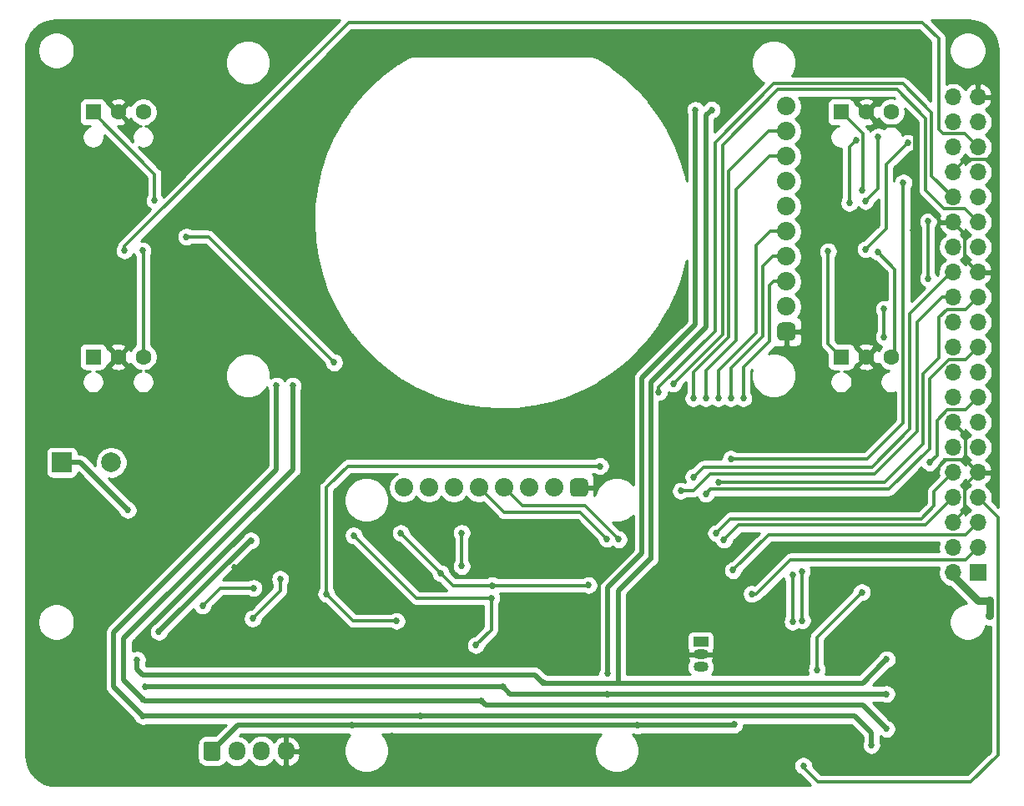
<source format=gbl>
%TF.GenerationSoftware,KiCad,Pcbnew,5.99.0+really5.1.12+dfsg1-1*%
%TF.CreationDate,2022-01-12T10:46:10+01:00*%
%TF.ProjectId,ba-imu,62612d69-6d75-42e6-9b69-6361645f7063,v01*%
%TF.SameCoordinates,Original*%
%TF.FileFunction,Copper,L2,Bot*%
%TF.FilePolarity,Positive*%
%FSLAX46Y46*%
G04 Gerber Fmt 4.6, Leading zero omitted, Abs format (unit mm)*
G04 Created by KiCad (PCBNEW 5.99.0+really5.1.12+dfsg1-1) date 2022-01-12 10:46:10*
%MOMM*%
%LPD*%
G01*
G04 APERTURE LIST*
%TA.AperFunction,ComponentPad*%
%ADD10R,1.500000X1.050000*%
%TD*%
%TA.AperFunction,ComponentPad*%
%ADD11O,1.500000X1.050000*%
%TD*%
%TA.AperFunction,ComponentPad*%
%ADD12C,2.000000*%
%TD*%
%TA.AperFunction,ComponentPad*%
%ADD13R,2.000000X2.000000*%
%TD*%
%TA.AperFunction,WasherPad*%
%ADD14C,1.870000*%
%TD*%
%TA.AperFunction,ComponentPad*%
%ADD15C,1.870000*%
%TD*%
%TA.AperFunction,ComponentPad*%
%ADD16R,1.600000X1.600000*%
%TD*%
%TA.AperFunction,ComponentPad*%
%ADD17C,1.600000*%
%TD*%
%TA.AperFunction,ComponentPad*%
%ADD18O,1.700000X1.950000*%
%TD*%
%TA.AperFunction,ComponentPad*%
%ADD19O,1.700000X1.700000*%
%TD*%
%TA.AperFunction,ComponentPad*%
%ADD20R,1.700000X1.700000*%
%TD*%
%TA.AperFunction,ViaPad*%
%ADD21C,0.889000*%
%TD*%
%TA.AperFunction,ViaPad*%
%ADD22C,0.685800*%
%TD*%
%TA.AperFunction,Conductor*%
%ADD23C,0.750000*%
%TD*%
%TA.AperFunction,Conductor*%
%ADD24C,0.500000*%
%TD*%
%TA.AperFunction,Conductor*%
%ADD25C,0.300000*%
%TD*%
%TA.AperFunction,Conductor*%
%ADD26C,0.254000*%
%TD*%
%TA.AperFunction,Conductor*%
%ADD27C,0.150000*%
%TD*%
G04 APERTURE END LIST*
D10*
X169143680Y-113766600D03*
D11*
X169143680Y-116306600D03*
X169143680Y-115036600D03*
D12*
X109343200Y-95554800D03*
D13*
X104343200Y-95554800D03*
D14*
X139029440Y-98107500D03*
D15*
X141569440Y-98107500D03*
X144109440Y-98107500D03*
X146649440Y-98107500D03*
X149189440Y-98107500D03*
X151729440Y-98107500D03*
X154269440Y-98107500D03*
%TA.AperFunction,ComponentPad*%
G36*
G01*
X157744440Y-97640000D02*
X157744440Y-98575000D01*
G75*
G02*
X157276940Y-99042500I-467500J0D01*
G01*
X156341940Y-99042500D01*
G75*
G02*
X155874440Y-98575000I0J467500D01*
G01*
X155874440Y-97640000D01*
G75*
G02*
X156341940Y-97172500I467500J0D01*
G01*
X157276940Y-97172500D01*
G75*
G02*
X157744440Y-97640000I0J-467500D01*
G01*
G37*
%TD.AperFunction*%
D16*
X107505500Y-84836000D03*
D17*
X110045500Y-84836000D03*
X112585500Y-84836000D03*
X188468000Y-60000000D03*
X185928000Y-60000000D03*
D16*
X183388000Y-60000000D03*
D17*
X112585500Y-60000000D03*
X110045500Y-60000000D03*
D16*
X107505500Y-60000000D03*
X183388000Y-84836000D03*
D17*
X185928000Y-84836000D03*
X188468000Y-84836000D03*
D18*
X127070500Y-124841000D03*
X124570500Y-124841000D03*
X122070500Y-124841000D03*
%TA.AperFunction,ComponentPad*%
G36*
G01*
X118720500Y-125566000D02*
X118720500Y-124116000D01*
G75*
G02*
X118970500Y-123866000I250000J0D01*
G01*
X120170500Y-123866000D01*
G75*
G02*
X120420500Y-124116000I0J-250000D01*
G01*
X120420500Y-125566000D01*
G75*
G02*
X120170500Y-125816000I-250000J0D01*
G01*
X118970500Y-125816000D01*
G75*
G02*
X118720500Y-125566000I0J250000D01*
G01*
G37*
%TD.AperFunction*%
D15*
X177838100Y-59418220D03*
X177838100Y-61958220D03*
X177838100Y-64498220D03*
X177838100Y-67038220D03*
X177838100Y-69578220D03*
X177838100Y-72118220D03*
X177838100Y-74658220D03*
X177838100Y-77198220D03*
X177838100Y-79738220D03*
%TA.AperFunction,ComponentPad*%
G36*
G01*
X178305600Y-83213220D02*
X177370600Y-83213220D01*
G75*
G02*
X176903100Y-82745720I0J467500D01*
G01*
X176903100Y-81810720D01*
G75*
G02*
X177370600Y-81343220I467500J0D01*
G01*
X178305600Y-81343220D01*
G75*
G02*
X178773100Y-81810720I0J-467500D01*
G01*
X178773100Y-82745720D01*
G75*
G02*
X178305600Y-83213220I-467500J0D01*
G01*
G37*
%TD.AperFunction*%
D19*
X194730000Y-58470000D03*
X197270000Y-58470000D03*
X194730000Y-61010000D03*
X197270000Y-61010000D03*
X194730000Y-63550000D03*
X197270000Y-63550000D03*
X194730000Y-66090000D03*
X197270000Y-66090000D03*
X194730000Y-68630000D03*
X197270000Y-68630000D03*
X194730000Y-71170000D03*
X197270000Y-71170000D03*
X194730000Y-73710000D03*
X197270000Y-73710000D03*
X194730000Y-76250000D03*
X197270000Y-76250000D03*
X194730000Y-78790000D03*
X197270000Y-78790000D03*
X194730000Y-81330000D03*
X197270000Y-81330000D03*
X194730000Y-83870000D03*
X197270000Y-83870000D03*
X194730000Y-86410000D03*
X197270000Y-86410000D03*
X194730000Y-88950000D03*
X197270000Y-88950000D03*
X194730000Y-91490000D03*
X197270000Y-91490000D03*
X194730000Y-94030000D03*
X197270000Y-94030000D03*
X194730000Y-96570000D03*
X197270000Y-96570000D03*
X194730000Y-99110000D03*
X197270000Y-99110000D03*
X194730000Y-101650000D03*
X197270000Y-101650000D03*
X194730000Y-104190000D03*
X197270000Y-104190000D03*
X194730000Y-106730000D03*
D20*
X197270000Y-106730000D03*
D21*
X198501000Y-109575600D03*
X198501000Y-111150400D03*
D22*
X111018320Y-100375720D03*
X121539000Y-96139000D03*
D21*
X173746000Y-123591160D03*
D22*
X180276500Y-100203000D03*
X184310000Y-100170000D03*
X186913500Y-100170000D03*
X168846500Y-103378000D03*
X106870500Y-104203500D03*
X183705500Y-81597500D03*
X120205500Y-90614500D03*
X159448500Y-93980000D03*
X159512000Y-90932000D03*
X104840000Y-71058000D03*
X116080500Y-65661500D03*
X116332000Y-78930500D03*
X120269000Y-76073000D03*
X112395000Y-108521500D03*
X121856500Y-106235500D03*
X126377700Y-111188500D03*
X136029700Y-106413300D03*
X137807700Y-109562900D03*
X138417300Y-114033300D03*
X135483600Y-115316000D03*
X131165600Y-112750600D03*
D21*
X182626000Y-126314200D03*
X182905400Y-122707400D03*
X188214000Y-120878600D03*
X183057800Y-115570000D03*
D22*
X115849400Y-123240800D03*
X182930800Y-67132200D03*
X190677800Y-71983600D03*
X180644800Y-68961000D03*
X190822600Y-100170000D03*
X152933400Y-115595400D03*
X144170400Y-112141000D03*
X147447000Y-102692200D03*
X137820400Y-123342400D03*
X175676560Y-112222280D03*
X175701960Y-114554000D03*
X175554640Y-116707920D03*
X167172640Y-112369600D03*
X172044360Y-111572040D03*
X169306240Y-108259880D03*
X157718760Y-113101120D03*
X154990800Y-102687120D03*
X115879880Y-102245160D03*
X165277800Y-123418600D03*
X135799100Y-110134410D03*
X177292000Y-104805480D03*
X128432560Y-99893120D03*
X167198040Y-115849400D03*
X187147200Y-62484000D03*
X185857547Y-69031453D03*
X110680500Y-74041000D03*
X116967000Y-72644000D03*
X131953000Y-85407500D03*
X166357300Y-87566500D03*
X185864500Y-73914000D03*
X190162690Y-63119000D03*
X168402000Y-89027000D03*
X169672000Y-89027000D03*
X170942000Y-89027000D03*
X172212000Y-89027000D03*
X173482000Y-89027000D03*
X160802320Y-103362760D03*
X170699135Y-102727788D03*
X171500800Y-103378000D03*
X159621220Y-103309420D03*
X179552600Y-126339600D03*
X180924200Y-116611400D03*
X185486040Y-108722160D03*
X164896800Y-88392000D03*
X178460398Y-111709200D03*
X178460400Y-106994960D03*
X174315122Y-108884720D03*
X172410120Y-106497120D03*
X169672000Y-98742504D03*
X170942000Y-97536000D03*
X167132002Y-98425000D03*
X172212000Y-95186506D03*
X189706250Y-67151250D03*
X168402000Y-97028000D03*
X192405000Y-95567500D03*
X179425600Y-111582200D03*
X179400200Y-106603800D03*
X144884140Y-102704900D03*
X144891760Y-106070400D03*
X192214500Y-76898500D03*
X187756800Y-82829400D03*
X192214500Y-71081900D03*
X187744101Y-79984601D03*
X131152900Y-108902500D03*
X138277600Y-111633000D03*
X158932880Y-95915480D03*
X133769100Y-122237500D03*
X172557440Y-122153680D03*
X162720020Y-122237500D03*
X127762000Y-87757000D03*
X146939000Y-119761000D03*
X187985400Y-122580400D03*
X112547400Y-119583200D03*
X126111000Y-87757000D03*
X140716000Y-121285000D03*
X112549000Y-121285000D03*
X186461400Y-124231450D03*
X153136600Y-117906800D03*
X188010800Y-115519200D03*
X111963200Y-115570000D03*
X170256200Y-59766200D03*
X149098000Y-118338600D03*
X187985400Y-119049800D03*
X112826800Y-118338600D03*
X168594500Y-59780900D03*
X159699960Y-116992400D03*
X159725360Y-119059960D03*
X146329400Y-114096800D03*
X147904200Y-109321600D03*
X133929120Y-102951280D03*
X113728500Y-68961000D03*
X185547000Y-67894200D03*
X184886600Y-62890400D03*
X184226196Y-69215000D03*
X112522000Y-74041002D03*
X182067198Y-74117200D03*
X187121800Y-74218800D03*
X123685300Y-111391700D03*
X126479300Y-107378500D03*
X118605300Y-110070900D03*
X123786900Y-108292900D03*
X147980400Y-108026200D03*
X157759400Y-108000800D03*
X138709400Y-102717600D03*
X142793720Y-106827320D03*
X114178080Y-112740426D03*
X123525278Y-103489760D03*
D23*
X198501000Y-109575600D02*
X198501000Y-111150400D01*
X197256400Y-109575600D02*
X198501000Y-109575600D01*
X194730000Y-107049200D02*
X197256400Y-109575600D01*
X194730000Y-106730000D02*
X194730000Y-107049200D01*
D24*
X104343200Y-95554800D02*
X106197400Y-95554800D01*
X106197400Y-95554800D02*
X111018320Y-100375720D01*
D25*
X195961000Y-74941000D02*
X197270000Y-76250000D01*
X195961000Y-72401000D02*
X195961000Y-74941000D01*
X194730000Y-71170000D02*
X195961000Y-72401000D01*
X195961000Y-100419000D02*
X194730000Y-101650000D01*
X195961000Y-97879000D02*
X195961000Y-100419000D01*
X197270000Y-96570000D02*
X195961000Y-97879000D01*
X196024500Y-92784500D02*
X196024500Y-95324500D01*
X196024500Y-95324500D02*
X197270000Y-96570000D01*
X194730000Y-91490000D02*
X196024500Y-92784500D01*
X197332700Y-58407300D02*
X197270000Y-58470000D01*
X198996300Y-58407300D02*
X197332700Y-58407300D01*
X198996300Y-64554100D02*
X198996300Y-58407300D01*
X196037300Y-64782700D02*
X198767700Y-64782700D01*
X194730000Y-66090000D02*
X196037300Y-64782700D01*
X197270000Y-76250000D02*
X198755800Y-76250000D01*
X198755800Y-76250000D02*
X198882000Y-76123800D01*
X198882000Y-64668400D02*
X198996300Y-64554100D01*
X198882000Y-76123800D02*
X198882000Y-64668400D01*
X198767700Y-64782700D02*
X198882000Y-64668400D01*
X190822600Y-98516199D02*
X190822600Y-100170000D01*
X194088799Y-95250000D02*
X190822600Y-98516199D01*
X195950000Y-95250000D02*
X194088799Y-95250000D01*
X197270000Y-96570000D02*
X195950000Y-95250000D01*
X193527919Y-71170000D02*
X194730000Y-71170000D01*
X190855600Y-61976000D02*
X190855600Y-68497681D01*
X190271400Y-61391800D02*
X190855600Y-61976000D01*
X185928000Y-60000000D02*
X187319800Y-61391800D01*
X190855600Y-68497681D02*
X193527919Y-71170000D01*
X187319800Y-61391800D02*
X190271400Y-61391800D01*
X187147200Y-62484000D02*
X187147200Y-67741800D01*
X187147200Y-67741800D02*
X185857547Y-69031453D01*
X195930001Y-62210001D02*
X197270000Y-63550000D01*
X193731201Y-62210001D02*
X195930001Y-62210001D01*
X193268600Y-61747400D02*
X193731201Y-62210001D01*
X191632840Y-50891440D02*
X193268600Y-52527200D01*
X133416040Y-50891440D02*
X191632840Y-50891440D01*
X110680500Y-73626980D02*
X133416040Y-50891440D01*
X193268600Y-52527200D02*
X193268600Y-61747400D01*
X110680500Y-74041000D02*
X110680500Y-73626980D01*
X116967000Y-72644000D02*
X119189500Y-72644000D01*
X119189500Y-72644000D02*
X131953000Y-85407500D01*
X197270000Y-71170000D02*
X195930001Y-69830001D01*
X195930001Y-69830001D02*
X193858201Y-69830001D01*
X171348400Y-82575400D02*
X166357300Y-87566500D01*
X171348400Y-63356222D02*
X171348400Y-82575400D01*
X189052200Y-57708800D02*
X176995822Y-57708800D01*
X193858201Y-69830001D02*
X191973200Y-67945000D01*
X191973200Y-60629800D02*
X189052200Y-57708800D01*
X176995822Y-57708800D02*
X171348400Y-63356222D01*
X191973200Y-67945000D02*
X191973200Y-60629800D01*
X185864500Y-73914000D02*
X187960000Y-71818500D01*
X187960000Y-71818500D02*
X187960000Y-65321690D01*
X187960000Y-65321690D02*
X190162690Y-63119000D01*
X176039780Y-61958220D02*
X176420780Y-61958220D01*
X168402000Y-86423500D02*
X172008800Y-82816700D01*
X176420780Y-61958220D02*
X177838100Y-61958220D01*
X172008800Y-65989200D02*
X176039780Y-61958220D01*
X172008800Y-82816700D02*
X172008800Y-65989200D01*
X168402000Y-89027000D02*
X168402000Y-86423500D01*
X176103280Y-64498220D02*
X177838100Y-64498220D01*
X172720000Y-67881500D02*
X176103280Y-64498220D01*
X172720000Y-83185000D02*
X172720000Y-67881500D01*
X169672000Y-86233000D02*
X172720000Y-83185000D01*
X169672000Y-89027000D02*
X169672000Y-86233000D01*
X176166780Y-72118220D02*
X177838100Y-72118220D01*
X174752000Y-73533000D02*
X176166780Y-72118220D01*
X174752000Y-82423000D02*
X174752000Y-73533000D01*
X170942000Y-86233000D02*
X174752000Y-82423000D01*
X170942000Y-89027000D02*
X170942000Y-86233000D01*
X176420780Y-74658220D02*
X177838100Y-74658220D01*
X175450500Y-75628500D02*
X176420780Y-74658220D01*
X175450500Y-82740500D02*
X175450500Y-75628500D01*
X172212000Y-85979000D02*
X175450500Y-82740500D01*
X172212000Y-89027000D02*
X172212000Y-85979000D01*
X176547780Y-77198220D02*
X177838100Y-77198220D01*
X176149000Y-77597000D02*
X176547780Y-77198220D01*
X176149000Y-83248500D02*
X176149000Y-77597000D01*
X173482000Y-85915500D02*
X176149000Y-83248500D01*
X173482000Y-89027000D02*
X173482000Y-85915500D01*
X172176173Y-101250750D02*
X170699135Y-102727788D01*
X192830500Y-98469500D02*
X192830500Y-99974994D01*
X194730000Y-96570000D02*
X192830500Y-98469500D01*
X192830500Y-99974994D02*
X191554744Y-101250750D01*
X191554744Y-101250750D02*
X172176173Y-101250750D01*
X151032210Y-99950270D02*
X157389830Y-99950270D01*
X149189440Y-98107500D02*
X151032210Y-99950270D01*
X157389830Y-99950270D02*
X160802320Y-103362760D01*
X160802320Y-103362760D02*
X160802320Y-103362760D01*
X191922500Y-101917500D02*
X191071500Y-101917500D01*
X194730000Y-99110000D02*
X191922500Y-101917500D01*
X191643000Y-101917500D02*
X191071500Y-101917500D01*
X191071500Y-101917500D02*
X172961300Y-101917500D01*
X172961300Y-101917500D02*
X171500800Y-103378000D01*
X149172930Y-100630990D02*
X156942790Y-100630990D01*
X146649440Y-98107500D02*
X149172930Y-100630990D01*
X156942790Y-100630990D02*
X159621220Y-103309420D01*
X181025800Y-127990600D02*
X179552600Y-126517400D01*
X196545200Y-127990600D02*
X181025800Y-127990600D01*
X199313800Y-125222000D02*
X196545200Y-127990600D01*
X199313800Y-101153800D02*
X199313800Y-125222000D01*
X179552600Y-126517400D02*
X179552600Y-126339600D01*
X197270000Y-99110000D02*
X199313800Y-101153800D01*
X180924200Y-116611400D02*
X180924200Y-113284000D01*
X180924200Y-113284000D02*
X185486040Y-108722160D01*
X170586400Y-82217467D02*
X164896800Y-87907067D01*
X170586400Y-63093600D02*
X170586400Y-82217467D01*
X189636400Y-57124600D02*
X176555400Y-57124600D01*
X176555400Y-57124600D02*
X170586400Y-63093600D01*
X192557400Y-60045600D02*
X189636400Y-57124600D01*
X164896800Y-87907067D02*
X164896800Y-88392000D01*
X192557400Y-66457400D02*
X192557400Y-60045600D01*
X194730000Y-68630000D02*
X192557400Y-66457400D01*
X178460398Y-106994962D02*
X178460400Y-106994960D01*
X178460398Y-111709200D02*
X178460398Y-106994962D01*
X178274775Y-105410000D02*
X174800055Y-108884720D01*
X197270000Y-104190000D02*
X196050000Y-105410000D01*
X196050000Y-105410000D02*
X178274775Y-105410000D01*
X174800055Y-108884720D02*
X174315122Y-108884720D01*
X197270000Y-101650000D02*
X196050000Y-102870000D01*
X196050000Y-102870000D02*
X176037240Y-102870000D01*
X176037240Y-102870000D02*
X172410120Y-106497120D01*
X170141899Y-98272605D02*
X169672000Y-98742504D01*
X196050000Y-85090000D02*
X194310998Y-85090000D01*
X197270000Y-83870000D02*
X196050000Y-85090000D01*
X192341999Y-87058999D02*
X192341999Y-94170001D01*
X194310998Y-85090000D02*
X192341999Y-87058999D01*
X188239395Y-98272605D02*
X180949605Y-98272605D01*
X192341999Y-94170001D02*
X188239395Y-98272605D01*
X180949605Y-98272605D02*
X170141899Y-98272605D01*
X180721000Y-97536000D02*
X170942000Y-97536000D01*
X193294000Y-80837000D02*
X193294000Y-84963000D01*
X194121000Y-80010000D02*
X193294000Y-80837000D01*
X196050000Y-80010000D02*
X194121000Y-80010000D01*
X197270000Y-78790000D02*
X196050000Y-80010000D01*
X191706500Y-86550500D02*
X191706500Y-93662500D01*
X193294000Y-84963000D02*
X191706500Y-86550500D01*
X187833000Y-97536000D02*
X180721000Y-97536000D01*
X191706500Y-93662500D02*
X187833000Y-97536000D01*
X168402000Y-98425000D02*
X167132002Y-98425000D01*
X170116500Y-96710500D02*
X168402000Y-98425000D01*
X186778900Y-96710500D02*
X170116500Y-96710500D01*
X191071500Y-92417900D02*
X186778900Y-96710500D01*
X191071500Y-81346321D02*
X191071500Y-92417900D01*
X193627821Y-78790000D02*
X191071500Y-81346321D01*
X194730000Y-78790000D02*
X193627821Y-78790000D01*
X189611000Y-67056000D02*
X189611000Y-67056000D01*
X189706250Y-71161764D02*
X189706250Y-67151250D01*
X189706250Y-91535250D02*
X189706250Y-71161764D01*
X186054994Y-95186506D02*
X189706250Y-91535250D01*
X172212000Y-95186506D02*
X186054994Y-95186506D01*
X169418000Y-96012000D02*
X168402000Y-97028000D01*
X186512200Y-96012000D02*
X169418000Y-96012000D01*
X190373000Y-92151200D02*
X186512200Y-96012000D01*
X190373000Y-80454500D02*
X190373000Y-92151200D01*
X194577500Y-76250000D02*
X190373000Y-80454500D01*
X194730000Y-76250000D02*
X194577500Y-76250000D01*
X195986500Y-90233500D02*
X197270000Y-88950000D01*
X194183000Y-90233500D02*
X195986500Y-90233500D01*
X193103500Y-91313000D02*
X194183000Y-90233500D01*
X193103500Y-94869000D02*
X193103500Y-91313000D01*
X192405000Y-95567500D02*
X193103500Y-94869000D01*
X179425600Y-111582200D02*
X179425600Y-106629200D01*
X179425600Y-106629200D02*
X179400200Y-106603800D01*
X144884140Y-106062780D02*
X144891760Y-106070400D01*
X144884140Y-102704900D02*
X144884140Y-106062780D01*
X187744101Y-79984601D02*
X187744101Y-82816701D01*
X187744101Y-82816701D02*
X187756800Y-82829400D01*
X192214500Y-76898500D02*
X192214500Y-71081900D01*
X131152900Y-98107500D02*
X131152900Y-108902500D01*
X131622800Y-97637600D02*
X131152900Y-98107500D01*
X131495800Y-97764600D02*
X133344920Y-95915480D01*
X133344920Y-95915480D02*
X158932880Y-95915480D01*
X133883400Y-111633000D02*
X131152900Y-108902500D01*
X138277600Y-111633000D02*
X133883400Y-111633000D01*
D24*
X119570500Y-124841000D02*
X122174000Y-122237500D01*
X122174000Y-122237500D02*
X133769100Y-122237500D01*
X133769100Y-122237500D02*
X162720020Y-122237500D01*
X172473620Y-122237500D02*
X172557440Y-122153680D01*
X162720020Y-122237500D02*
X172473620Y-122237500D01*
X146939000Y-119761000D02*
X147350902Y-120172902D01*
X147350902Y-120172902D02*
X185577902Y-120172902D01*
X185577902Y-120172902D02*
X187985400Y-122580400D01*
X146939000Y-119761000D02*
X112725200Y-119761000D01*
X112725200Y-119761000D02*
X112547400Y-119583200D01*
X127762000Y-96260906D02*
X127762000Y-87757000D01*
X111125000Y-112897906D02*
X127762000Y-96260906D01*
X111125000Y-112903000D02*
X111125000Y-112897906D01*
X110617000Y-113411000D02*
X111125000Y-112903000D01*
X110617000Y-117652800D02*
X110617000Y-113411000D01*
X112547400Y-119583200D02*
X110617000Y-117652800D01*
D25*
X144145000Y-121285000D02*
X144399000Y-121285000D01*
D24*
X112549000Y-121285000D02*
X140716000Y-121285000D01*
D25*
X144525982Y-121284982D02*
X142785501Y-121284982D01*
D24*
X140716000Y-121285000D02*
X144145000Y-121285000D01*
X186461400Y-124231400D02*
X186461400Y-124231400D01*
X186461400Y-122986800D02*
X186461400Y-124231450D01*
X184759600Y-121285000D02*
X186461400Y-122986800D01*
X144145000Y-121285000D02*
X184759600Y-121285000D01*
X126111000Y-93632006D02*
X126111000Y-87757000D01*
X126111000Y-96278700D02*
X126111000Y-93632006D01*
X109601000Y-112788700D02*
X126111000Y-96278700D01*
X109601000Y-118337000D02*
X109601000Y-112788700D01*
X112549000Y-121285000D02*
X109601000Y-118337000D01*
X164076801Y-117950401D02*
X185579599Y-117950401D01*
X185579599Y-117950401D02*
X187667901Y-115862099D01*
X187667901Y-115862099D02*
X188010800Y-115519200D01*
X111963200Y-116560600D02*
X111963200Y-115570000D01*
X112496600Y-117094000D02*
X111963200Y-116560600D01*
X152298400Y-117094000D02*
X112496600Y-117094000D01*
X153154801Y-117950401D02*
X152298400Y-117094000D01*
X164000601Y-105320679D02*
X160768879Y-108552401D01*
X160768879Y-108552401D02*
X160768879Y-117950401D01*
X164076801Y-105320679D02*
X164076801Y-87416205D01*
X164076801Y-87416205D02*
X169672000Y-81821006D01*
X169672000Y-81821006D02*
X169672000Y-60350400D01*
X169672000Y-60350400D02*
X170256200Y-59766200D01*
X160768879Y-117950401D02*
X153154801Y-117950401D01*
X164076801Y-117950401D02*
X160768879Y-117950401D01*
X164076801Y-105320679D02*
X164000601Y-105320679D01*
X149098000Y-118338600D02*
X112826800Y-118338600D01*
X149098000Y-118338600D02*
X149819360Y-119059960D01*
X149819360Y-119059960D02*
X159725360Y-119059960D01*
X159735520Y-119049800D02*
X159725360Y-119059960D01*
X187985400Y-119049800D02*
X159735520Y-119049800D01*
X168594500Y-81595500D02*
X163194999Y-86995001D01*
X163194999Y-104780081D02*
X159699960Y-108275120D01*
X163194999Y-86995001D02*
X163194999Y-104780081D01*
X168594500Y-59780900D02*
X168594500Y-81595500D01*
X159699960Y-108275120D02*
X159699960Y-116992400D01*
D25*
X147904200Y-109321600D02*
X146253200Y-109321600D01*
X140299440Y-109321600D02*
X134272019Y-103294179D01*
X146253200Y-109321600D02*
X140299440Y-109321600D01*
X134272019Y-103294179D02*
X133929120Y-102951280D01*
X147904200Y-112522000D02*
X146329400Y-114096800D01*
X147904200Y-109321600D02*
X147904200Y-112522000D01*
X113728500Y-66306700D02*
X113728500Y-68961000D01*
X107505500Y-60083700D02*
X113728500Y-66306700D01*
X107505500Y-60000000D02*
X107505500Y-60083700D01*
X185597800Y-67843400D02*
X185547000Y-67894200D01*
X185597800Y-62209800D02*
X185597800Y-67843400D01*
X183388000Y-60000000D02*
X185597800Y-62209800D01*
X184226196Y-63550804D02*
X184226196Y-69215000D01*
X184886600Y-62890400D02*
X184226196Y-63550804D01*
X112585500Y-84836000D02*
X112585500Y-74104502D01*
X112585500Y-74104502D02*
X112522000Y-74041002D01*
X183388000Y-84836000D02*
X182067198Y-83515198D01*
X182067198Y-83515198D02*
X182067198Y-74117200D01*
X188849000Y-75946000D02*
X187121800Y-74218800D01*
X188849000Y-84455000D02*
X188849000Y-75946000D01*
X188468000Y-84836000D02*
X188849000Y-84455000D01*
X123685300Y-111391700D02*
X126479300Y-108597700D01*
X126479300Y-108597700D02*
X126479300Y-107378500D01*
X120383300Y-108292900D02*
X123786900Y-108292900D01*
X118605300Y-110070900D02*
X120383300Y-108292900D01*
X157734000Y-108026200D02*
X157759400Y-108000800D01*
X147980400Y-108026200D02*
X157734000Y-108026200D01*
X143992600Y-108026200D02*
X142793720Y-106827320D01*
X147980400Y-108026200D02*
X143992600Y-108026200D01*
X138709400Y-102717600D02*
X142793720Y-106801920D01*
X142793720Y-106801920D02*
X142793720Y-106827320D01*
D24*
X114178080Y-112740426D02*
X114178080Y-112740426D01*
X123428746Y-103489760D02*
X123525278Y-103489760D01*
X114178080Y-112740426D02*
X123428746Y-103489760D01*
D26*
X114625690Y-68571632D02*
X114595104Y-68497790D01*
X114513500Y-68375661D01*
X114513500Y-66345253D01*
X114517297Y-66306700D01*
X114513500Y-66268147D01*
X114513500Y-66268139D01*
X114502141Y-66152813D01*
X114457254Y-66004840D01*
X114384362Y-65868467D01*
X114286264Y-65748936D01*
X114256317Y-65724359D01*
X112098928Y-63566971D01*
X112254433Y-63631383D01*
X112473712Y-63675000D01*
X112697288Y-63675000D01*
X112916567Y-63631383D01*
X113123124Y-63545824D01*
X113309020Y-63421612D01*
X113467112Y-63263520D01*
X113591324Y-63077624D01*
X113676883Y-62871067D01*
X113720500Y-62651788D01*
X113720500Y-62428212D01*
X113676883Y-62208933D01*
X113591324Y-62002376D01*
X113467112Y-61816480D01*
X113309020Y-61658388D01*
X113123124Y-61534176D01*
X112916567Y-61448617D01*
X112787472Y-61422938D01*
X113004074Y-61379853D01*
X113265227Y-61271680D01*
X113500259Y-61114637D01*
X113700137Y-60914759D01*
X113857180Y-60679727D01*
X113965353Y-60418574D01*
X114020500Y-60141335D01*
X114020500Y-59858665D01*
X113965353Y-59581426D01*
X113857180Y-59320273D01*
X113700137Y-59085241D01*
X113500259Y-58885363D01*
X113265227Y-58728320D01*
X113004074Y-58620147D01*
X112726835Y-58565000D01*
X112444165Y-58565000D01*
X112166926Y-58620147D01*
X111905773Y-58728320D01*
X111670741Y-58885363D01*
X111470863Y-59085241D01*
X111314585Y-59319128D01*
X111282171Y-59258486D01*
X111038202Y-59186903D01*
X110225105Y-60000000D01*
X111038202Y-60813097D01*
X111282171Y-60741514D01*
X111312694Y-60677008D01*
X111313820Y-60679727D01*
X111470863Y-60914759D01*
X111670741Y-61114637D01*
X111905773Y-61271680D01*
X112166926Y-61379853D01*
X112383528Y-61422938D01*
X112254433Y-61448617D01*
X112047876Y-61534176D01*
X111861980Y-61658388D01*
X111703888Y-61816480D01*
X111579676Y-62002376D01*
X111494117Y-62208933D01*
X111450500Y-62428212D01*
X111450500Y-62651788D01*
X111494117Y-62871067D01*
X111558529Y-63026572D01*
X109964716Y-61432759D01*
X110116012Y-61440217D01*
X110395630Y-61398787D01*
X110661792Y-61303603D01*
X110787014Y-61236671D01*
X110858597Y-60992702D01*
X110045500Y-60179605D01*
X110031358Y-60193748D01*
X109851753Y-60014143D01*
X109865895Y-60000000D01*
X109052798Y-59186903D01*
X108943572Y-59218951D01*
X108943572Y-59200000D01*
X108931312Y-59075518D01*
X108910618Y-59007298D01*
X109232403Y-59007298D01*
X110045500Y-59820395D01*
X110858597Y-59007298D01*
X110787014Y-58763329D01*
X110531504Y-58642429D01*
X110257316Y-58573700D01*
X109974988Y-58559783D01*
X109695370Y-58601213D01*
X109429208Y-58696397D01*
X109303986Y-58763329D01*
X109232403Y-59007298D01*
X108910618Y-59007298D01*
X108895002Y-58955820D01*
X108836037Y-58845506D01*
X108756685Y-58748815D01*
X108659994Y-58669463D01*
X108549680Y-58610498D01*
X108429982Y-58574188D01*
X108305500Y-58561928D01*
X106705500Y-58561928D01*
X106581018Y-58574188D01*
X106461320Y-58610498D01*
X106351006Y-58669463D01*
X106254315Y-58748815D01*
X106174963Y-58845506D01*
X106115998Y-58955820D01*
X106079688Y-59075518D01*
X106067428Y-59200000D01*
X106067428Y-60800000D01*
X106079688Y-60924482D01*
X106115998Y-61044180D01*
X106174963Y-61154494D01*
X106254315Y-61251185D01*
X106351006Y-61330537D01*
X106461320Y-61389502D01*
X106581018Y-61425812D01*
X106705500Y-61438072D01*
X107227447Y-61438072D01*
X107174433Y-61448617D01*
X106967876Y-61534176D01*
X106781980Y-61658388D01*
X106623888Y-61816480D01*
X106499676Y-62002376D01*
X106414117Y-62208933D01*
X106370500Y-62428212D01*
X106370500Y-62651788D01*
X106414117Y-62871067D01*
X106499676Y-63077624D01*
X106623888Y-63263520D01*
X106781980Y-63421612D01*
X106967876Y-63545824D01*
X107174433Y-63631383D01*
X107393712Y-63675000D01*
X107617288Y-63675000D01*
X107836567Y-63631383D01*
X108043124Y-63545824D01*
X108229020Y-63421612D01*
X108387112Y-63263520D01*
X108511324Y-63077624D01*
X108596883Y-62871067D01*
X108640500Y-62651788D01*
X108640500Y-62428212D01*
X108615830Y-62304187D01*
X112943500Y-66631858D01*
X112943501Y-68375660D01*
X112861896Y-68497790D01*
X112788180Y-68675757D01*
X112750600Y-68864685D01*
X112750600Y-69057315D01*
X112788180Y-69246243D01*
X112861896Y-69424210D01*
X112968915Y-69584375D01*
X113105125Y-69720585D01*
X113265290Y-69827604D01*
X113339132Y-69858190D01*
X110152685Y-73044638D01*
X110122737Y-73069216D01*
X110098157Y-73099166D01*
X110098155Y-73099168D01*
X110091555Y-73107210D01*
X110024638Y-73188747D01*
X109951746Y-73325120D01*
X109924891Y-73413649D01*
X109920915Y-73417625D01*
X109813896Y-73577790D01*
X109740180Y-73755757D01*
X109702600Y-73944685D01*
X109702600Y-74137315D01*
X109740180Y-74326243D01*
X109813896Y-74504210D01*
X109920915Y-74664375D01*
X110057125Y-74800585D01*
X110217290Y-74907604D01*
X110395257Y-74981320D01*
X110584185Y-75018900D01*
X110776815Y-75018900D01*
X110965743Y-74981320D01*
X111143710Y-74907604D01*
X111303875Y-74800585D01*
X111440085Y-74664375D01*
X111547104Y-74504210D01*
X111601250Y-74373490D01*
X111655396Y-74504212D01*
X111762415Y-74664377D01*
X111800501Y-74702463D01*
X111800500Y-83634661D01*
X111670741Y-83721363D01*
X111470863Y-83921241D01*
X111314585Y-84155128D01*
X111282171Y-84094486D01*
X111038202Y-84022903D01*
X110225105Y-84836000D01*
X111038202Y-85649097D01*
X111282171Y-85577514D01*
X111312694Y-85513008D01*
X111313820Y-85515727D01*
X111470863Y-85750759D01*
X111670741Y-85950637D01*
X111905773Y-86107680D01*
X112166926Y-86215853D01*
X112383528Y-86258938D01*
X112254433Y-86284617D01*
X112047876Y-86370176D01*
X111861980Y-86494388D01*
X111703888Y-86652480D01*
X111579676Y-86838376D01*
X111494117Y-87044933D01*
X111450500Y-87264212D01*
X111450500Y-87487788D01*
X111494117Y-87707067D01*
X111579676Y-87913624D01*
X111703888Y-88099520D01*
X111861980Y-88257612D01*
X112047876Y-88381824D01*
X112254433Y-88467383D01*
X112473712Y-88511000D01*
X112697288Y-88511000D01*
X112916567Y-88467383D01*
X113123124Y-88381824D01*
X113309020Y-88257612D01*
X113467112Y-88099520D01*
X113591324Y-87913624D01*
X113676883Y-87707067D01*
X113720500Y-87487788D01*
X113720500Y-87264212D01*
X113676883Y-87044933D01*
X113591324Y-86838376D01*
X113467112Y-86652480D01*
X113309020Y-86494388D01*
X113123124Y-86370176D01*
X112916567Y-86284617D01*
X112787472Y-86258938D01*
X113004074Y-86215853D01*
X113265227Y-86107680D01*
X113500259Y-85950637D01*
X113700137Y-85750759D01*
X113857180Y-85515727D01*
X113965353Y-85254574D01*
X114020500Y-84977335D01*
X114020500Y-84694665D01*
X113965353Y-84417426D01*
X113857180Y-84156273D01*
X113700137Y-83921241D01*
X113500259Y-83721363D01*
X113370500Y-83634661D01*
X113370500Y-74531307D01*
X113388604Y-74504212D01*
X113462320Y-74326245D01*
X113499900Y-74137317D01*
X113499900Y-73944687D01*
X113462320Y-73755759D01*
X113388604Y-73577792D01*
X113281585Y-73417627D01*
X113145375Y-73281417D01*
X112985210Y-73174398D01*
X112807243Y-73100682D01*
X112618315Y-73063102D01*
X112425685Y-73063102D01*
X112336868Y-73080769D01*
X112869952Y-72547685D01*
X115989100Y-72547685D01*
X115989100Y-72740315D01*
X116026680Y-72929243D01*
X116100396Y-73107210D01*
X116207415Y-73267375D01*
X116343625Y-73403585D01*
X116503790Y-73510604D01*
X116681757Y-73584320D01*
X116870685Y-73621900D01*
X117063315Y-73621900D01*
X117252243Y-73584320D01*
X117430210Y-73510604D01*
X117552339Y-73429000D01*
X118864343Y-73429000D01*
X130984024Y-85548681D01*
X131012680Y-85692743D01*
X131086396Y-85870710D01*
X131193415Y-86030875D01*
X131329625Y-86167085D01*
X131489790Y-86274104D01*
X131667757Y-86347820D01*
X131856685Y-86385400D01*
X132049315Y-86385400D01*
X132238243Y-86347820D01*
X132416210Y-86274104D01*
X132576375Y-86167085D01*
X132712585Y-86030875D01*
X132819604Y-85870710D01*
X132893320Y-85692743D01*
X132930900Y-85503815D01*
X132930900Y-85311185D01*
X132893320Y-85122257D01*
X132819604Y-84944290D01*
X132712585Y-84784125D01*
X132576375Y-84647915D01*
X132416210Y-84540896D01*
X132238243Y-84467180D01*
X132094181Y-84438524D01*
X119771847Y-72116190D01*
X119747264Y-72086236D01*
X119627733Y-71988138D01*
X119491360Y-71915246D01*
X119343387Y-71870359D01*
X119228061Y-71859000D01*
X119228053Y-71859000D01*
X119189500Y-71855203D01*
X119150947Y-71859000D01*
X117552339Y-71859000D01*
X117430210Y-71777396D01*
X117252243Y-71703680D01*
X117063315Y-71666100D01*
X116870685Y-71666100D01*
X116681757Y-71703680D01*
X116503790Y-71777396D01*
X116343625Y-71884415D01*
X116207415Y-72020625D01*
X116100396Y-72180790D01*
X116026680Y-72358757D01*
X115989100Y-72547685D01*
X112869952Y-72547685D01*
X133741198Y-51676440D01*
X191307683Y-51676440D01*
X192483600Y-52852358D01*
X192483601Y-58861644D01*
X190218747Y-56596790D01*
X190194164Y-56566836D01*
X190074633Y-56468738D01*
X189938260Y-56395846D01*
X189790287Y-56350959D01*
X189674961Y-56339600D01*
X189674953Y-56339600D01*
X189636400Y-56335803D01*
X189597847Y-56339600D01*
X178393260Y-56339600D01*
X178583041Y-56055573D01*
X178755289Y-55639730D01*
X178843100Y-55198273D01*
X178843100Y-54748167D01*
X178755289Y-54306710D01*
X178583041Y-53890867D01*
X178332975Y-53516617D01*
X178014703Y-53198345D01*
X177640453Y-52948279D01*
X177224610Y-52776031D01*
X176783153Y-52688220D01*
X176333047Y-52688220D01*
X175891590Y-52776031D01*
X175475747Y-52948279D01*
X175101497Y-53198345D01*
X174783225Y-53516617D01*
X174533159Y-53890867D01*
X174360911Y-54306710D01*
X174273100Y-54748167D01*
X174273100Y-55198273D01*
X174360911Y-55639730D01*
X174533159Y-56055573D01*
X174783225Y-56429823D01*
X175101497Y-56748095D01*
X175475747Y-56998161D01*
X175543583Y-57026260D01*
X170557000Y-62012843D01*
X170557000Y-60716978D01*
X170585853Y-60688125D01*
X170719410Y-60632804D01*
X170879575Y-60525785D01*
X171015785Y-60389575D01*
X171122804Y-60229410D01*
X171196520Y-60051443D01*
X171234100Y-59862515D01*
X171234100Y-59669885D01*
X171196520Y-59480957D01*
X171122804Y-59302990D01*
X171015785Y-59142825D01*
X170879575Y-59006615D01*
X170719410Y-58899596D01*
X170541443Y-58825880D01*
X170352515Y-58788300D01*
X170159885Y-58788300D01*
X169970957Y-58825880D01*
X169792990Y-58899596D01*
X169632825Y-59006615D01*
X169496615Y-59142825D01*
X169420439Y-59256830D01*
X169354085Y-59157525D01*
X169217875Y-59021315D01*
X169057710Y-58914296D01*
X168879743Y-58840580D01*
X168690815Y-58803000D01*
X168498185Y-58803000D01*
X168309257Y-58840580D01*
X168131290Y-58914296D01*
X167971125Y-59021315D01*
X167834915Y-59157525D01*
X167727896Y-59317690D01*
X167654180Y-59495657D01*
X167616600Y-59684585D01*
X167616600Y-59877215D01*
X167654180Y-60066143D01*
X167709500Y-60199698D01*
X167709500Y-66992526D01*
X167649368Y-66669995D01*
X167646744Y-66658771D01*
X167644751Y-66647425D01*
X167635751Y-66611756D01*
X167635735Y-66611688D01*
X167635726Y-66611662D01*
X167180175Y-64997575D01*
X167176548Y-64986647D01*
X167173532Y-64975516D01*
X167161313Y-64940744D01*
X166561337Y-63374562D01*
X166556731Y-63364000D01*
X166552722Y-63353197D01*
X166537402Y-63319675D01*
X165797949Y-61814316D01*
X165792407Y-61804218D01*
X165787433Y-61793819D01*
X165769138Y-61761824D01*
X164896293Y-60329679D01*
X164889850Y-60320113D01*
X164883962Y-60310220D01*
X164862861Y-60280040D01*
X164862843Y-60280013D01*
X164862835Y-60280003D01*
X163863792Y-58932872D01*
X163856514Y-58923936D01*
X163849748Y-58914610D01*
X163825978Y-58886443D01*
X162708943Y-57635392D01*
X162700887Y-57627154D01*
X162693302Y-57618478D01*
X162667105Y-57592610D01*
X162667077Y-57592581D01*
X162667065Y-57592571D01*
X161441254Y-56447919D01*
X161432483Y-56440444D01*
X161424144Y-56432492D01*
X161395714Y-56409107D01*
X161395680Y-56409078D01*
X161395666Y-56409068D01*
X160071158Y-55380226D01*
X160061745Y-55373576D01*
X160052720Y-55366413D01*
X160022278Y-55345695D01*
X160022252Y-55345676D01*
X160022242Y-55345670D01*
X158642583Y-54462015D01*
X158622321Y-54445392D01*
X158507654Y-54384127D01*
X158383238Y-54346408D01*
X158286272Y-54336874D01*
X139708110Y-54340006D01*
X139611148Y-54349572D01*
X139486744Y-54387333D01*
X139372098Y-54448638D01*
X139355632Y-54462156D01*
X138432570Y-55034693D01*
X138427098Y-55038441D01*
X138421371Y-55041796D01*
X138391019Y-55062704D01*
X137036935Y-56052326D01*
X137027951Y-56059539D01*
X137018575Y-56066242D01*
X136990271Y-56089792D01*
X136990242Y-56089815D01*
X136990232Y-56089825D01*
X135731423Y-57198089D01*
X135723135Y-57206081D01*
X135714400Y-57213611D01*
X135688321Y-57239655D01*
X134535128Y-58457457D01*
X134527591Y-58466177D01*
X134519582Y-58474459D01*
X134495999Y-58502726D01*
X134495970Y-58502759D01*
X134495960Y-58502773D01*
X133457897Y-59820067D01*
X133451186Y-59829427D01*
X133443956Y-59838407D01*
X133423033Y-59868693D01*
X133423006Y-59868731D01*
X133422997Y-59868747D01*
X132508596Y-61274700D01*
X132502764Y-61284625D01*
X132496374Y-61294228D01*
X132478284Y-61326283D01*
X132478259Y-61326326D01*
X132478251Y-61326344D01*
X131695039Y-62809384D01*
X131690130Y-62819797D01*
X131684637Y-62829940D01*
X131669506Y-62863547D01*
X131023922Y-64411486D01*
X131019973Y-64422313D01*
X131015427Y-64432900D01*
X131003404Y-64467740D01*
X130500771Y-66067820D01*
X130497819Y-66078963D01*
X130494252Y-66089915D01*
X130485446Y-66125661D01*
X130485435Y-66125702D01*
X130485432Y-66125719D01*
X130129890Y-67764751D01*
X130127960Y-67776116D01*
X130125400Y-67787348D01*
X130119872Y-67823730D01*
X130119863Y-67823786D01*
X130119861Y-67823808D01*
X129914334Y-69488314D01*
X129913442Y-69499797D01*
X129911910Y-69511223D01*
X129909699Y-69548013D01*
X129855874Y-71224318D01*
X129856027Y-71235846D01*
X129855537Y-71247353D01*
X129856669Y-71284192D01*
X129954994Y-72958477D01*
X129956191Y-72969942D01*
X129956746Y-72981448D01*
X129961205Y-73017970D01*
X129961212Y-73018033D01*
X129961217Y-73018058D01*
X130210878Y-74676514D01*
X130213107Y-74687814D01*
X130214704Y-74699232D01*
X130222468Y-74735261D01*
X130621418Y-76364290D01*
X130624666Y-76375354D01*
X130627288Y-76386567D01*
X130638285Y-76421744D01*
X131183236Y-78007910D01*
X131187472Y-78018630D01*
X131191101Y-78029564D01*
X131205241Y-78063600D01*
X131891708Y-79593849D01*
X131896899Y-79604144D01*
X131901503Y-79614700D01*
X131918658Y-79647291D01*
X131918670Y-79647315D01*
X131918676Y-79647324D01*
X132741002Y-81109048D01*
X132747102Y-81118826D01*
X132752646Y-81128926D01*
X132772682Y-81159825D01*
X132772698Y-81159851D01*
X132772706Y-81159861D01*
X133724127Y-82541038D01*
X133731081Y-82550213D01*
X133737524Y-82559779D01*
X133760276Y-82588731D01*
X133760297Y-82588759D01*
X133760306Y-82588769D01*
X134832990Y-83878032D01*
X134840755Y-83886548D01*
X134848031Y-83895481D01*
X134873336Y-83922277D01*
X136058465Y-85109023D01*
X136066960Y-85116791D01*
X136075025Y-85125038D01*
X136102623Y-85149402D01*
X136102655Y-85149431D01*
X136102668Y-85149441D01*
X137390464Y-86223881D01*
X137399644Y-86230859D01*
X137408408Y-86238328D01*
X137438098Y-86260089D01*
X137438135Y-86260117D01*
X137438150Y-86260127D01*
X138818023Y-87213428D01*
X138827792Y-87219541D01*
X138837203Y-87226190D01*
X138868782Y-87245194D01*
X140329393Y-88069519D01*
X140339680Y-88074724D01*
X140349651Y-88080490D01*
X140382800Y-88096543D01*
X140382822Y-88096554D01*
X140382830Y-88096557D01*
X141912133Y-88785107D01*
X141922846Y-88789357D01*
X141933302Y-88794197D01*
X141967793Y-88807188D01*
X143553214Y-89354302D01*
X143564278Y-89357567D01*
X143575119Y-89361435D01*
X143610593Y-89371232D01*
X143610646Y-89371248D01*
X143610667Y-89371252D01*
X145239129Y-89772419D01*
X145250431Y-89774665D01*
X145261590Y-89777538D01*
X145297860Y-89784090D01*
X146956000Y-90036017D01*
X146967466Y-90037230D01*
X146978832Y-90039079D01*
X147015495Y-90042312D01*
X147015547Y-90042317D01*
X147015568Y-90042317D01*
X148689695Y-90142925D01*
X148701212Y-90143094D01*
X148712712Y-90143906D01*
X148749511Y-90143802D01*
X148749568Y-90143803D01*
X148749590Y-90143801D01*
X150425945Y-90092264D01*
X150437424Y-90091389D01*
X150448956Y-90091155D01*
X150485651Y-90087711D01*
X152150458Y-89884451D01*
X152161814Y-89882538D01*
X152173273Y-89881261D01*
X152209440Y-89874517D01*
X152209506Y-89874506D01*
X152209531Y-89874499D01*
X153849038Y-89521196D01*
X153860174Y-89518262D01*
X153871471Y-89515951D01*
X153906942Y-89505940D01*
X155507705Y-89005489D01*
X155518537Y-89001555D01*
X155529570Y-88998232D01*
X155563969Y-88985055D01*
X155563988Y-88985048D01*
X155563996Y-88985044D01*
X157112806Y-88341576D01*
X157123237Y-88336676D01*
X157133923Y-88332367D01*
X157167004Y-88316117D01*
X158651129Y-87534920D01*
X158661070Y-87529097D01*
X158671324Y-87523836D01*
X158702771Y-87504670D01*
X158702797Y-87504655D01*
X158702807Y-87504648D01*
X160110011Y-86592163D01*
X160119390Y-86585458D01*
X160129119Y-86579293D01*
X160158723Y-86557339D01*
X161477445Y-85521063D01*
X161486167Y-85513544D01*
X161495308Y-85506515D01*
X161522800Y-85481967D01*
X162742174Y-84330436D01*
X162750187Y-84322150D01*
X162758644Y-84314329D01*
X162783798Y-84287392D01*
X163893788Y-83030086D01*
X163901009Y-83021117D01*
X163908732Y-83012552D01*
X163931341Y-82983445D01*
X164922809Y-81630712D01*
X164929196Y-81621114D01*
X164936101Y-81611896D01*
X164955979Y-81580860D01*
X165820766Y-80143835D01*
X165826255Y-80133700D01*
X165832298Y-80123892D01*
X165849281Y-80091182D01*
X165849282Y-80091181D01*
X165849286Y-80091172D01*
X166580268Y-78581692D01*
X166584813Y-78571108D01*
X166589945Y-78560787D01*
X166603894Y-78526672D01*
X167195063Y-76957145D01*
X167198632Y-76946187D01*
X167202806Y-76935447D01*
X167213589Y-76900261D01*
X167213606Y-76900209D01*
X167213611Y-76900188D01*
X167660090Y-75283562D01*
X167662649Y-75272334D01*
X167665835Y-75261252D01*
X167673385Y-75225235D01*
X167673397Y-75225180D01*
X167673400Y-75225159D01*
X167709501Y-75025301D01*
X167709501Y-81228920D01*
X162599955Y-86338467D01*
X162566182Y-86366184D01*
X162455588Y-86500943D01*
X162373410Y-86654689D01*
X162357313Y-86707754D01*
X162331945Y-86791380D01*
X162322804Y-86821512D01*
X162309999Y-86951525D01*
X162309999Y-86951532D01*
X162305718Y-86995001D01*
X162309999Y-87038470D01*
X162310000Y-97836582D01*
X162076043Y-97602625D01*
X161701793Y-97352559D01*
X161285950Y-97180311D01*
X160844493Y-97092500D01*
X160394387Y-97092500D01*
X159952930Y-97180311D01*
X159537087Y-97352559D01*
X159162837Y-97602625D01*
X158844565Y-97920897D01*
X158594499Y-98295147D01*
X158422251Y-98710990D01*
X158381903Y-98913833D01*
X158379440Y-98393250D01*
X158220690Y-98234500D01*
X156936440Y-98234500D01*
X156936440Y-98254500D01*
X156682440Y-98254500D01*
X156682440Y-98234500D01*
X156662440Y-98234500D01*
X156662440Y-97980500D01*
X156682440Y-97980500D01*
X156682440Y-97960500D01*
X156936440Y-97960500D01*
X156936440Y-97980500D01*
X158220690Y-97980500D01*
X158379440Y-97821750D01*
X158382512Y-97172500D01*
X158370252Y-97048018D01*
X158333942Y-96928320D01*
X158274977Y-96818006D01*
X158195625Y-96721315D01*
X158170237Y-96700480D01*
X158347541Y-96700480D01*
X158469670Y-96782084D01*
X158647637Y-96855800D01*
X158836565Y-96893380D01*
X159029195Y-96893380D01*
X159218123Y-96855800D01*
X159396090Y-96782084D01*
X159556255Y-96675065D01*
X159692465Y-96538855D01*
X159799484Y-96378690D01*
X159873200Y-96200723D01*
X159910780Y-96011795D01*
X159910780Y-95819165D01*
X159873200Y-95630237D01*
X159799484Y-95452270D01*
X159692465Y-95292105D01*
X159556255Y-95155895D01*
X159396090Y-95048876D01*
X159218123Y-94975160D01*
X159029195Y-94937580D01*
X158836565Y-94937580D01*
X158647637Y-94975160D01*
X158469670Y-95048876D01*
X158347541Y-95130480D01*
X133383476Y-95130480D01*
X133344920Y-95126683D01*
X133306364Y-95130480D01*
X133306359Y-95130480D01*
X133265946Y-95134460D01*
X133191033Y-95141838D01*
X133053777Y-95183475D01*
X133043060Y-95186726D01*
X132906687Y-95259618D01*
X132787156Y-95357716D01*
X132762573Y-95387670D01*
X130625090Y-97525153D01*
X130595136Y-97549736D01*
X130497038Y-97669268D01*
X130424146Y-97805641D01*
X130379259Y-97953614D01*
X130367900Y-98068940D01*
X130367900Y-98068947D01*
X130364103Y-98107500D01*
X130367900Y-98146053D01*
X130367901Y-108317160D01*
X130286296Y-108439290D01*
X130212580Y-108617257D01*
X130175000Y-108806185D01*
X130175000Y-108998815D01*
X130212580Y-109187743D01*
X130286296Y-109365710D01*
X130393315Y-109525875D01*
X130529525Y-109662085D01*
X130689690Y-109769104D01*
X130867657Y-109842820D01*
X131011718Y-109871475D01*
X133301058Y-112160816D01*
X133325636Y-112190764D01*
X133355584Y-112215342D01*
X133355587Y-112215345D01*
X133383268Y-112238062D01*
X133445167Y-112288862D01*
X133581540Y-112361754D01*
X133729512Y-112406641D01*
X133743890Y-112408057D01*
X133844839Y-112418000D01*
X133844846Y-112418000D01*
X133883399Y-112421797D01*
X133921952Y-112418000D01*
X137692261Y-112418000D01*
X137814390Y-112499604D01*
X137992357Y-112573320D01*
X138181285Y-112610900D01*
X138373915Y-112610900D01*
X138562843Y-112573320D01*
X138740810Y-112499604D01*
X138900975Y-112392585D01*
X139037185Y-112256375D01*
X139144204Y-112096210D01*
X139217920Y-111918243D01*
X139255500Y-111729315D01*
X139255500Y-111536685D01*
X139217920Y-111347757D01*
X139144204Y-111169790D01*
X139037185Y-111009625D01*
X138900975Y-110873415D01*
X138740810Y-110766396D01*
X138562843Y-110692680D01*
X138373915Y-110655100D01*
X138181285Y-110655100D01*
X137992357Y-110692680D01*
X137814390Y-110766396D01*
X137692261Y-110848000D01*
X134208558Y-110848000D01*
X132121875Y-108761318D01*
X132093220Y-108617257D01*
X132019504Y-108439290D01*
X131937900Y-108317161D01*
X131937900Y-102854965D01*
X132951220Y-102854965D01*
X132951220Y-103047595D01*
X132988800Y-103236523D01*
X133062516Y-103414490D01*
X133169535Y-103574655D01*
X133305745Y-103710865D01*
X133465910Y-103817884D01*
X133643877Y-103891600D01*
X133787939Y-103920256D01*
X139717093Y-109849410D01*
X139741676Y-109879364D01*
X139861207Y-109977462D01*
X139997580Y-110050354D01*
X140145553Y-110095242D01*
X140220466Y-110102620D01*
X140260879Y-110106600D01*
X140260884Y-110106600D01*
X140299440Y-110110397D01*
X140337996Y-110106600D01*
X147119200Y-110106600D01*
X147119201Y-112196842D01*
X146188219Y-113127824D01*
X146044157Y-113156480D01*
X145866190Y-113230196D01*
X145706025Y-113337215D01*
X145569815Y-113473425D01*
X145462796Y-113633590D01*
X145389080Y-113811557D01*
X145351500Y-114000485D01*
X145351500Y-114193115D01*
X145389080Y-114382043D01*
X145462796Y-114560010D01*
X145569815Y-114720175D01*
X145706025Y-114856385D01*
X145866190Y-114963404D01*
X146044157Y-115037120D01*
X146233085Y-115074700D01*
X146425715Y-115074700D01*
X146614643Y-115037120D01*
X146792610Y-114963404D01*
X146952775Y-114856385D01*
X147088985Y-114720175D01*
X147196004Y-114560010D01*
X147269720Y-114382043D01*
X147298376Y-114237981D01*
X148432010Y-113104347D01*
X148461964Y-113079764D01*
X148560062Y-112960233D01*
X148632954Y-112823860D01*
X148635352Y-112815954D01*
X148677842Y-112675887D01*
X148686358Y-112589411D01*
X148689200Y-112560561D01*
X148689200Y-112560556D01*
X148692997Y-112522000D01*
X148689200Y-112483444D01*
X148689200Y-109906939D01*
X148770804Y-109784810D01*
X148844520Y-109606843D01*
X148882100Y-109417915D01*
X148882100Y-109225285D01*
X148844520Y-109036357D01*
X148770804Y-108858390D01*
X148739273Y-108811200D01*
X157212075Y-108811200D01*
X157296190Y-108867404D01*
X157474157Y-108941120D01*
X157663085Y-108978700D01*
X157855715Y-108978700D01*
X158044643Y-108941120D01*
X158222610Y-108867404D01*
X158382775Y-108760385D01*
X158518985Y-108624175D01*
X158626004Y-108464010D01*
X158699720Y-108286043D01*
X158737300Y-108097115D01*
X158737300Y-107904485D01*
X158699720Y-107715557D01*
X158626004Y-107537590D01*
X158518985Y-107377425D01*
X158382775Y-107241215D01*
X158222610Y-107134196D01*
X158044643Y-107060480D01*
X157855715Y-107022900D01*
X157663085Y-107022900D01*
X157474157Y-107060480D01*
X157296190Y-107134196D01*
X157136047Y-107241200D01*
X148565739Y-107241200D01*
X148443610Y-107159596D01*
X148265643Y-107085880D01*
X148076715Y-107048300D01*
X147884085Y-107048300D01*
X147695157Y-107085880D01*
X147517190Y-107159596D01*
X147395061Y-107241200D01*
X144317758Y-107241200D01*
X143762695Y-106686138D01*
X143734040Y-106542077D01*
X143660324Y-106364110D01*
X143553305Y-106203945D01*
X143417095Y-106067735D01*
X143256930Y-105960716D01*
X143078963Y-105887000D01*
X142966608Y-105864651D01*
X139710542Y-102608585D01*
X143906240Y-102608585D01*
X143906240Y-102801215D01*
X143943820Y-102990143D01*
X144017536Y-103168110D01*
X144099140Y-103290239D01*
X144099141Y-105496464D01*
X144025156Y-105607190D01*
X143951440Y-105785157D01*
X143913860Y-105974085D01*
X143913860Y-106166715D01*
X143951440Y-106355643D01*
X144025156Y-106533610D01*
X144132175Y-106693775D01*
X144268385Y-106829985D01*
X144428550Y-106937004D01*
X144606517Y-107010720D01*
X144795445Y-107048300D01*
X144988075Y-107048300D01*
X145177003Y-107010720D01*
X145354970Y-106937004D01*
X145515135Y-106829985D01*
X145651345Y-106693775D01*
X145758364Y-106533610D01*
X145832080Y-106355643D01*
X145869660Y-106166715D01*
X145869660Y-105974085D01*
X145832080Y-105785157D01*
X145758364Y-105607190D01*
X145669140Y-105473657D01*
X145669140Y-103290239D01*
X145750744Y-103168110D01*
X145824460Y-102990143D01*
X145862040Y-102801215D01*
X145862040Y-102608585D01*
X145824460Y-102419657D01*
X145750744Y-102241690D01*
X145643725Y-102081525D01*
X145507515Y-101945315D01*
X145347350Y-101838296D01*
X145169383Y-101764580D01*
X144980455Y-101727000D01*
X144787825Y-101727000D01*
X144598897Y-101764580D01*
X144420930Y-101838296D01*
X144260765Y-101945315D01*
X144124555Y-102081525D01*
X144017536Y-102241690D01*
X143943820Y-102419657D01*
X143906240Y-102608585D01*
X139710542Y-102608585D01*
X139678376Y-102576419D01*
X139649720Y-102432357D01*
X139576004Y-102254390D01*
X139468985Y-102094225D01*
X139332775Y-101958015D01*
X139172610Y-101850996D01*
X138994643Y-101777280D01*
X138805715Y-101739700D01*
X138613085Y-101739700D01*
X138424157Y-101777280D01*
X138246190Y-101850996D01*
X138086025Y-101958015D01*
X137949815Y-102094225D01*
X137842796Y-102254390D01*
X137769080Y-102432357D01*
X137731500Y-102621285D01*
X137731500Y-102813915D01*
X137769080Y-103002843D01*
X137842796Y-103180810D01*
X137949815Y-103340975D01*
X138086025Y-103477185D01*
X138246190Y-103584204D01*
X138424157Y-103657920D01*
X138568219Y-103686576D01*
X141818438Y-106936795D01*
X141853400Y-107112563D01*
X141927116Y-107290530D01*
X142034135Y-107450695D01*
X142170345Y-107586905D01*
X142330510Y-107693924D01*
X142508477Y-107767640D01*
X142652538Y-107796295D01*
X143392842Y-108536600D01*
X140624597Y-108536600D01*
X134898096Y-102810099D01*
X134869440Y-102666037D01*
X134795724Y-102488070D01*
X134688705Y-102327905D01*
X134552495Y-102191695D01*
X134392330Y-102084676D01*
X134214363Y-102010960D01*
X134025435Y-101973380D01*
X133832805Y-101973380D01*
X133643877Y-102010960D01*
X133465910Y-102084676D01*
X133305745Y-102191695D01*
X133169535Y-102327905D01*
X133062516Y-102488070D01*
X132988800Y-102666037D01*
X132951220Y-102854965D01*
X131937900Y-102854965D01*
X131937900Y-99152447D01*
X132934440Y-99152447D01*
X132934440Y-99602553D01*
X133022251Y-100044010D01*
X133194499Y-100459853D01*
X133444565Y-100834103D01*
X133762837Y-101152375D01*
X134137087Y-101402441D01*
X134552930Y-101574689D01*
X134994387Y-101662500D01*
X135444493Y-101662500D01*
X135885950Y-101574689D01*
X136301793Y-101402441D01*
X136676043Y-101152375D01*
X136994315Y-100834103D01*
X137244381Y-100459853D01*
X137416629Y-100044010D01*
X137504440Y-99602553D01*
X137504440Y-99152447D01*
X137416629Y-98710990D01*
X137244381Y-98295147D01*
X136994315Y-97920897D01*
X136676043Y-97602625D01*
X136301793Y-97352559D01*
X135885950Y-97180311D01*
X135444493Y-97092500D01*
X134994387Y-97092500D01*
X134552930Y-97180311D01*
X134137087Y-97352559D01*
X133762837Y-97602625D01*
X133444565Y-97920897D01*
X133194499Y-98295147D01*
X133022251Y-98710990D01*
X132934440Y-99152447D01*
X131937900Y-99152447D01*
X131937900Y-98432657D01*
X133670077Y-96700480D01*
X138323679Y-96700480D01*
X138285766Y-96716184D01*
X138028623Y-96888001D01*
X137809941Y-97106683D01*
X137638124Y-97363826D01*
X137519774Y-97649548D01*
X137459440Y-97952868D01*
X137459440Y-98262132D01*
X137519774Y-98565452D01*
X137638124Y-98851174D01*
X137809941Y-99108317D01*
X138028623Y-99326999D01*
X138285766Y-99498816D01*
X138571488Y-99617166D01*
X138874808Y-99677500D01*
X139184072Y-99677500D01*
X139487392Y-99617166D01*
X139773114Y-99498816D01*
X140030257Y-99326999D01*
X140248939Y-99108317D01*
X140299440Y-99032737D01*
X140349941Y-99108317D01*
X140568623Y-99326999D01*
X140825766Y-99498816D01*
X141111488Y-99617166D01*
X141414808Y-99677500D01*
X141724072Y-99677500D01*
X142027392Y-99617166D01*
X142313114Y-99498816D01*
X142570257Y-99326999D01*
X142788939Y-99108317D01*
X142839440Y-99032737D01*
X142889941Y-99108317D01*
X143108623Y-99326999D01*
X143365766Y-99498816D01*
X143651488Y-99617166D01*
X143954808Y-99677500D01*
X144264072Y-99677500D01*
X144567392Y-99617166D01*
X144853114Y-99498816D01*
X145110257Y-99326999D01*
X145328939Y-99108317D01*
X145379440Y-99032737D01*
X145429941Y-99108317D01*
X145648623Y-99326999D01*
X145905766Y-99498816D01*
X146191488Y-99617166D01*
X146494808Y-99677500D01*
X146804072Y-99677500D01*
X147058645Y-99626862D01*
X148590583Y-101158800D01*
X148615166Y-101188754D01*
X148734697Y-101286852D01*
X148825067Y-101335155D01*
X148871070Y-101359744D01*
X149019043Y-101404632D01*
X149093956Y-101412010D01*
X149134369Y-101415990D01*
X149134374Y-101415990D01*
X149172930Y-101419787D01*
X149211486Y-101415990D01*
X156617633Y-101415990D01*
X158652245Y-103450603D01*
X158680900Y-103594663D01*
X158754616Y-103772630D01*
X158861635Y-103932795D01*
X158997845Y-104069005D01*
X159158010Y-104176024D01*
X159335977Y-104249740D01*
X159524905Y-104287320D01*
X159717535Y-104287320D01*
X159906463Y-104249740D01*
X160084430Y-104176024D01*
X160173266Y-104116666D01*
X160178945Y-104122345D01*
X160339110Y-104229364D01*
X160517077Y-104303080D01*
X160706005Y-104340660D01*
X160898635Y-104340660D01*
X161087563Y-104303080D01*
X161265530Y-104229364D01*
X161425695Y-104122345D01*
X161561905Y-103986135D01*
X161668924Y-103825970D01*
X161742640Y-103648003D01*
X161780220Y-103459075D01*
X161780220Y-103266445D01*
X161742640Y-103077517D01*
X161668924Y-102899550D01*
X161561905Y-102739385D01*
X161425695Y-102603175D01*
X161265530Y-102496156D01*
X161087563Y-102422440D01*
X160943501Y-102393784D01*
X160166984Y-101617267D01*
X160394387Y-101662500D01*
X160844493Y-101662500D01*
X161285950Y-101574689D01*
X161701793Y-101402441D01*
X162076043Y-101152375D01*
X162310000Y-100918418D01*
X162310000Y-104413501D01*
X159104916Y-107618586D01*
X159071143Y-107646303D01*
X158960549Y-107781062D01*
X158878371Y-107934808D01*
X158850647Y-108026200D01*
X158828345Y-108099720D01*
X158827765Y-108101631D01*
X158814960Y-108231644D01*
X158814960Y-108231651D01*
X158810679Y-108275120D01*
X158814960Y-108318589D01*
X158814961Y-116573600D01*
X158759640Y-116707157D01*
X158722060Y-116896085D01*
X158722060Y-117065401D01*
X153637532Y-117065401D01*
X153599810Y-117040196D01*
X153422894Y-116966915D01*
X152954932Y-116498954D01*
X152927217Y-116465183D01*
X152792459Y-116354589D01*
X152638713Y-116272411D01*
X152471890Y-116221805D01*
X152341877Y-116209000D01*
X152341869Y-116209000D01*
X152298400Y-116204719D01*
X152254931Y-116209000D01*
X112863178Y-116209000D01*
X112848200Y-116194022D01*
X112848200Y-115988798D01*
X112903520Y-115855243D01*
X112941100Y-115666315D01*
X112941100Y-115473685D01*
X112903520Y-115284757D01*
X112829804Y-115106790D01*
X112722785Y-114946625D01*
X112586575Y-114810415D01*
X112426410Y-114703396D01*
X112248443Y-114629680D01*
X112059515Y-114592100D01*
X111866885Y-114592100D01*
X111677957Y-114629680D01*
X111502000Y-114702563D01*
X111502000Y-113777578D01*
X111720045Y-113559533D01*
X111753817Y-113531817D01*
X111804848Y-113469636D01*
X112630373Y-112644111D01*
X113200180Y-112644111D01*
X113200180Y-112836741D01*
X113237760Y-113025669D01*
X113311476Y-113203636D01*
X113418495Y-113363801D01*
X113554705Y-113500011D01*
X113714870Y-113607030D01*
X113892837Y-113680746D01*
X114081765Y-113718326D01*
X114274395Y-113718326D01*
X114463323Y-113680746D01*
X114641290Y-113607030D01*
X114801455Y-113500011D01*
X114937665Y-113363801D01*
X115044684Y-113203636D01*
X115100005Y-113070079D01*
X116874699Y-111295385D01*
X122707400Y-111295385D01*
X122707400Y-111488015D01*
X122744980Y-111676943D01*
X122818696Y-111854910D01*
X122925715Y-112015075D01*
X123061925Y-112151285D01*
X123222090Y-112258304D01*
X123400057Y-112332020D01*
X123588985Y-112369600D01*
X123781615Y-112369600D01*
X123970543Y-112332020D01*
X124148510Y-112258304D01*
X124308675Y-112151285D01*
X124444885Y-112015075D01*
X124551904Y-111854910D01*
X124625620Y-111676943D01*
X124654276Y-111532881D01*
X127007111Y-109180046D01*
X127037064Y-109155464D01*
X127135162Y-109035933D01*
X127208054Y-108899560D01*
X127215187Y-108876047D01*
X127252942Y-108751587D01*
X127261397Y-108665738D01*
X127264300Y-108636261D01*
X127264300Y-108636256D01*
X127268097Y-108597700D01*
X127264300Y-108559144D01*
X127264300Y-107963839D01*
X127345904Y-107841710D01*
X127419620Y-107663743D01*
X127457200Y-107474815D01*
X127457200Y-107282185D01*
X127419620Y-107093257D01*
X127345904Y-106915290D01*
X127238885Y-106755125D01*
X127102675Y-106618915D01*
X126942510Y-106511896D01*
X126764543Y-106438180D01*
X126575615Y-106400600D01*
X126382985Y-106400600D01*
X126194057Y-106438180D01*
X126016090Y-106511896D01*
X125855925Y-106618915D01*
X125719715Y-106755125D01*
X125612696Y-106915290D01*
X125538980Y-107093257D01*
X125501400Y-107282185D01*
X125501400Y-107474815D01*
X125538980Y-107663743D01*
X125612696Y-107841710D01*
X125694301Y-107963840D01*
X125694300Y-108272543D01*
X123544119Y-110422724D01*
X123400057Y-110451380D01*
X123222090Y-110525096D01*
X123061925Y-110632115D01*
X122925715Y-110768325D01*
X122818696Y-110928490D01*
X122744980Y-111106457D01*
X122707400Y-111295385D01*
X116874699Y-111295385D01*
X117708610Y-110461475D01*
X117738696Y-110534110D01*
X117845715Y-110694275D01*
X117981925Y-110830485D01*
X118142090Y-110937504D01*
X118320057Y-111011220D01*
X118508985Y-111048800D01*
X118701615Y-111048800D01*
X118890543Y-111011220D01*
X119068510Y-110937504D01*
X119228675Y-110830485D01*
X119364885Y-110694275D01*
X119471904Y-110534110D01*
X119545620Y-110356143D01*
X119574276Y-110212081D01*
X120708457Y-109077900D01*
X123201561Y-109077900D01*
X123323690Y-109159504D01*
X123501657Y-109233220D01*
X123690585Y-109270800D01*
X123883215Y-109270800D01*
X124072143Y-109233220D01*
X124250110Y-109159504D01*
X124410275Y-109052485D01*
X124546485Y-108916275D01*
X124653504Y-108756110D01*
X124727220Y-108578143D01*
X124764800Y-108389215D01*
X124764800Y-108196585D01*
X124727220Y-108007657D01*
X124653504Y-107829690D01*
X124546485Y-107669525D01*
X124410275Y-107533315D01*
X124250110Y-107426296D01*
X124072143Y-107352580D01*
X123883215Y-107315000D01*
X123690585Y-107315000D01*
X123501657Y-107352580D01*
X123323690Y-107426296D01*
X123201561Y-107507900D01*
X120662185Y-107507900D01*
X123722496Y-104447589D01*
X123810521Y-104430080D01*
X123988488Y-104356364D01*
X124148653Y-104249345D01*
X124284863Y-104113135D01*
X124391882Y-103952970D01*
X124465598Y-103775003D01*
X124503178Y-103586075D01*
X124503178Y-103393445D01*
X124465598Y-103204517D01*
X124391882Y-103026550D01*
X124284863Y-102866385D01*
X124148653Y-102730175D01*
X123988488Y-102623156D01*
X123810521Y-102549440D01*
X123621593Y-102511860D01*
X123428963Y-102511860D01*
X123240035Y-102549440D01*
X123062068Y-102623156D01*
X122901903Y-102730175D01*
X122765693Y-102866385D01*
X122695518Y-102971409D01*
X113848427Y-111818501D01*
X113714870Y-111873822D01*
X113554705Y-111980841D01*
X113418495Y-112117051D01*
X113311476Y-112277216D01*
X113237760Y-112455183D01*
X113200180Y-112644111D01*
X112630373Y-112644111D01*
X128357051Y-96917434D01*
X128390817Y-96889723D01*
X128418658Y-96855800D01*
X128486808Y-96772759D01*
X128501411Y-96754965D01*
X128583589Y-96601219D01*
X128634195Y-96434396D01*
X128647000Y-96304383D01*
X128647000Y-96304373D01*
X128651281Y-96260907D01*
X128647000Y-96217440D01*
X128647000Y-88175798D01*
X128702320Y-88042243D01*
X128739900Y-87853315D01*
X128739900Y-87660685D01*
X128702320Y-87471757D01*
X128628604Y-87293790D01*
X128521585Y-87133625D01*
X128385375Y-86997415D01*
X128225210Y-86890396D01*
X128047243Y-86816680D01*
X127858315Y-86779100D01*
X127665685Y-86779100D01*
X127476757Y-86816680D01*
X127298790Y-86890396D01*
X127138625Y-86997415D01*
X127002415Y-87133625D01*
X126936500Y-87232274D01*
X126870585Y-87133625D01*
X126734375Y-86997415D01*
X126574210Y-86890396D01*
X126396243Y-86816680D01*
X126207315Y-86779100D01*
X126014685Y-86779100D01*
X125825757Y-86816680D01*
X125647790Y-86890396D01*
X125494199Y-86993023D01*
X125503100Y-86948273D01*
X125503100Y-86498167D01*
X125415289Y-86056710D01*
X125243041Y-85640867D01*
X124992975Y-85266617D01*
X124674703Y-84948345D01*
X124300453Y-84698279D01*
X123884610Y-84526031D01*
X123443153Y-84438220D01*
X122993047Y-84438220D01*
X122551590Y-84526031D01*
X122135747Y-84698279D01*
X121761497Y-84948345D01*
X121443225Y-85266617D01*
X121193159Y-85640867D01*
X121020911Y-86056710D01*
X120933100Y-86498167D01*
X120933100Y-86948273D01*
X121020911Y-87389730D01*
X121193159Y-87805573D01*
X121443225Y-88179823D01*
X121761497Y-88498095D01*
X122135747Y-88748161D01*
X122551590Y-88920409D01*
X122993047Y-89008220D01*
X123443153Y-89008220D01*
X123884610Y-88920409D01*
X124300453Y-88748161D01*
X124674703Y-88498095D01*
X124992975Y-88179823D01*
X125151003Y-87943318D01*
X125170680Y-88042243D01*
X125226001Y-88175800D01*
X125226000Y-93675482D01*
X125226001Y-93675492D01*
X125226000Y-95912121D01*
X109005952Y-112132170D01*
X108972184Y-112159883D01*
X108944471Y-112193651D01*
X108944468Y-112193654D01*
X108861590Y-112294641D01*
X108779412Y-112448387D01*
X108728805Y-112615210D01*
X108711719Y-112788700D01*
X108716001Y-112832179D01*
X108716000Y-118293531D01*
X108711719Y-118337000D01*
X108716000Y-118380469D01*
X108716000Y-118380476D01*
X108722302Y-118444460D01*
X108728805Y-118510490D01*
X108733205Y-118524995D01*
X108779411Y-118677312D01*
X108861589Y-118831058D01*
X108972183Y-118965817D01*
X109005956Y-118993534D01*
X111627076Y-121614655D01*
X111682396Y-121748210D01*
X111789415Y-121908375D01*
X111925625Y-122044585D01*
X112085790Y-122151604D01*
X112263757Y-122225320D01*
X112452685Y-122262900D01*
X112645315Y-122262900D01*
X112834243Y-122225320D01*
X112967798Y-122170000D01*
X120989921Y-122170000D01*
X119931994Y-123227928D01*
X118970500Y-123227928D01*
X118797246Y-123244992D01*
X118630650Y-123295528D01*
X118477114Y-123377595D01*
X118342538Y-123488038D01*
X118232095Y-123622614D01*
X118150028Y-123776150D01*
X118099492Y-123942746D01*
X118082428Y-124116000D01*
X118082428Y-125566000D01*
X118099492Y-125739254D01*
X118150028Y-125905850D01*
X118232095Y-126059386D01*
X118342538Y-126193962D01*
X118477114Y-126304405D01*
X118630650Y-126386472D01*
X118797246Y-126437008D01*
X118970500Y-126454072D01*
X120170500Y-126454072D01*
X120343754Y-126437008D01*
X120510350Y-126386472D01*
X120663886Y-126304405D01*
X120798462Y-126193962D01*
X120908905Y-126059386D01*
X120963277Y-125957663D01*
X121015366Y-126021134D01*
X121241487Y-126206706D01*
X121499467Y-126344599D01*
X121779390Y-126429513D01*
X122070500Y-126458185D01*
X122361611Y-126429513D01*
X122641534Y-126344599D01*
X122899514Y-126206706D01*
X123125634Y-126021134D01*
X123311206Y-125795014D01*
X123320500Y-125777626D01*
X123329794Y-125795014D01*
X123515366Y-126021134D01*
X123741487Y-126206706D01*
X123999467Y-126344599D01*
X124279390Y-126429513D01*
X124570500Y-126458185D01*
X124861611Y-126429513D01*
X125141534Y-126344599D01*
X125399514Y-126206706D01*
X125625634Y-126021134D01*
X125811206Y-125795014D01*
X125824962Y-125769278D01*
X125981451Y-125975429D01*
X126199307Y-126168496D01*
X126450642Y-126315352D01*
X126713610Y-126407476D01*
X126943500Y-126286155D01*
X126943500Y-124968000D01*
X127197500Y-124968000D01*
X127197500Y-126286155D01*
X127427390Y-126407476D01*
X127690358Y-126315352D01*
X127941693Y-126168496D01*
X128159549Y-125975429D01*
X128335553Y-125743570D01*
X128462942Y-125481830D01*
X128536820Y-125200267D01*
X128396665Y-124968000D01*
X127197500Y-124968000D01*
X126943500Y-124968000D01*
X126923500Y-124968000D01*
X126923500Y-124714000D01*
X126943500Y-124714000D01*
X126943500Y-123395845D01*
X127197500Y-123395845D01*
X127197500Y-124714000D01*
X128396665Y-124714000D01*
X128536820Y-124481733D01*
X128462942Y-124200170D01*
X128335553Y-123938430D01*
X128159549Y-123706571D01*
X127941693Y-123513504D01*
X127690358Y-123366648D01*
X127427390Y-123274524D01*
X127197500Y-123395845D01*
X126943500Y-123395845D01*
X126713610Y-123274524D01*
X126450642Y-123366648D01*
X126199307Y-123513504D01*
X125981451Y-123706571D01*
X125824962Y-123912722D01*
X125811206Y-123886986D01*
X125625634Y-123660866D01*
X125399513Y-123475294D01*
X125141533Y-123337401D01*
X124861610Y-123252487D01*
X124570500Y-123223815D01*
X124279389Y-123252487D01*
X123999466Y-123337401D01*
X123741486Y-123475294D01*
X123515366Y-123660866D01*
X123329794Y-123886987D01*
X123320500Y-123904374D01*
X123311206Y-123886986D01*
X123125634Y-123660866D01*
X122899513Y-123475294D01*
X122641533Y-123337401D01*
X122399192Y-123263887D01*
X122540579Y-123122500D01*
X133350302Y-123122500D01*
X133483857Y-123177820D01*
X133570423Y-123195039D01*
X133444565Y-123320897D01*
X133194499Y-123695147D01*
X133022251Y-124110990D01*
X132934440Y-124552447D01*
X132934440Y-125002553D01*
X133022251Y-125444010D01*
X133194499Y-125859853D01*
X133444565Y-126234103D01*
X133762837Y-126552375D01*
X134137087Y-126802441D01*
X134552930Y-126974689D01*
X134994387Y-127062500D01*
X135444493Y-127062500D01*
X135885950Y-126974689D01*
X136301793Y-126802441D01*
X136676043Y-126552375D01*
X136994315Y-126234103D01*
X137244381Y-125859853D01*
X137416629Y-125444010D01*
X137504440Y-125002553D01*
X137504440Y-124552447D01*
X137416629Y-124110990D01*
X137244381Y-123695147D01*
X136994315Y-123320897D01*
X136795918Y-123122500D01*
X159042962Y-123122500D01*
X158844565Y-123320897D01*
X158594499Y-123695147D01*
X158422251Y-124110990D01*
X158334440Y-124552447D01*
X158334440Y-125002553D01*
X158422251Y-125444010D01*
X158594499Y-125859853D01*
X158844565Y-126234103D01*
X159162837Y-126552375D01*
X159537087Y-126802441D01*
X159952930Y-126974689D01*
X160394387Y-127062500D01*
X160844493Y-127062500D01*
X161285950Y-126974689D01*
X161701793Y-126802441D01*
X162076043Y-126552375D01*
X162394315Y-126234103D01*
X162644381Y-125859853D01*
X162816629Y-125444010D01*
X162904440Y-125002553D01*
X162904440Y-124552447D01*
X162816629Y-124110990D01*
X162644381Y-123695147D01*
X162394315Y-123320897D01*
X162195918Y-123122500D01*
X162301222Y-123122500D01*
X162434777Y-123177820D01*
X162623705Y-123215400D01*
X162816335Y-123215400D01*
X163005263Y-123177820D01*
X163138818Y-123122500D01*
X172415477Y-123122500D01*
X172461125Y-123131580D01*
X172653755Y-123131580D01*
X172842683Y-123094000D01*
X173020650Y-123020284D01*
X173180815Y-122913265D01*
X173317025Y-122777055D01*
X173424044Y-122616890D01*
X173497760Y-122438923D01*
X173535340Y-122249995D01*
X173535340Y-122170000D01*
X184393022Y-122170000D01*
X185576400Y-123353379D01*
X185576401Y-123812651D01*
X185521080Y-123946207D01*
X185483500Y-124135135D01*
X185483500Y-124327765D01*
X185521080Y-124516693D01*
X185594796Y-124694660D01*
X185701815Y-124854825D01*
X185838025Y-124991035D01*
X185998190Y-125098054D01*
X186176157Y-125171770D01*
X186365085Y-125209350D01*
X186557715Y-125209350D01*
X186746643Y-125171770D01*
X186924610Y-125098054D01*
X187084775Y-124991035D01*
X187220985Y-124854825D01*
X187328004Y-124694660D01*
X187401720Y-124516693D01*
X187439300Y-124327765D01*
X187439300Y-124135135D01*
X187401720Y-123946207D01*
X187346400Y-123812652D01*
X187346400Y-123324360D01*
X187362025Y-123339985D01*
X187522190Y-123447004D01*
X187700157Y-123520720D01*
X187889085Y-123558300D01*
X188081715Y-123558300D01*
X188270643Y-123520720D01*
X188448610Y-123447004D01*
X188608775Y-123339985D01*
X188744985Y-123203775D01*
X188852004Y-123043610D01*
X188925720Y-122865643D01*
X188963300Y-122676715D01*
X188963300Y-122484085D01*
X188925720Y-122295157D01*
X188852004Y-122117190D01*
X188744985Y-121957025D01*
X188608775Y-121820815D01*
X188448610Y-121713796D01*
X188315055Y-121658476D01*
X186591378Y-119934800D01*
X187566602Y-119934800D01*
X187700157Y-119990120D01*
X187889085Y-120027700D01*
X188081715Y-120027700D01*
X188270643Y-119990120D01*
X188448610Y-119916404D01*
X188608775Y-119809385D01*
X188744985Y-119673175D01*
X188852004Y-119513010D01*
X188925720Y-119335043D01*
X188963300Y-119146115D01*
X188963300Y-118953485D01*
X188925720Y-118764557D01*
X188852004Y-118586590D01*
X188744985Y-118426425D01*
X188608775Y-118290215D01*
X188448610Y-118183196D01*
X188270643Y-118109480D01*
X188081715Y-118071900D01*
X187889085Y-118071900D01*
X187700157Y-118109480D01*
X187566602Y-118164800D01*
X186616778Y-118164800D01*
X188324433Y-116457146D01*
X188324438Y-116457140D01*
X188340453Y-116441125D01*
X188474010Y-116385804D01*
X188634175Y-116278785D01*
X188770385Y-116142575D01*
X188877404Y-115982410D01*
X188951120Y-115804443D01*
X188988700Y-115615515D01*
X188988700Y-115422885D01*
X188951120Y-115233957D01*
X188877404Y-115055990D01*
X188770385Y-114895825D01*
X188634175Y-114759615D01*
X188474010Y-114652596D01*
X188296043Y-114578880D01*
X188107115Y-114541300D01*
X187914485Y-114541300D01*
X187725557Y-114578880D01*
X187547590Y-114652596D01*
X187387425Y-114759615D01*
X187251215Y-114895825D01*
X187144196Y-115055990D01*
X187088875Y-115189547D01*
X187072860Y-115205562D01*
X187072854Y-115205567D01*
X185213021Y-117065401D01*
X181794618Y-117065401D01*
X181864520Y-116896643D01*
X181902100Y-116707715D01*
X181902100Y-116515085D01*
X181864520Y-116326157D01*
X181790804Y-116148190D01*
X181709200Y-116026061D01*
X181709200Y-113609157D01*
X185627223Y-109691135D01*
X185771283Y-109662480D01*
X185949250Y-109588764D01*
X186109415Y-109481745D01*
X186245625Y-109345535D01*
X186352644Y-109185370D01*
X186426360Y-109007403D01*
X186463940Y-108818475D01*
X186463940Y-108625845D01*
X186426360Y-108436917D01*
X186352644Y-108258950D01*
X186245625Y-108098785D01*
X186109415Y-107962575D01*
X185949250Y-107855556D01*
X185771283Y-107781840D01*
X185582355Y-107744260D01*
X185389725Y-107744260D01*
X185200797Y-107781840D01*
X185022830Y-107855556D01*
X184862665Y-107962575D01*
X184726455Y-108098785D01*
X184619436Y-108258950D01*
X184545720Y-108436917D01*
X184517065Y-108580977D01*
X180396385Y-112701658D01*
X180366437Y-112726236D01*
X180341859Y-112756184D01*
X180341855Y-112756188D01*
X180320522Y-112782183D01*
X180268339Y-112845767D01*
X180237747Y-112903001D01*
X180195446Y-112982141D01*
X180150559Y-113130114D01*
X180135403Y-113284000D01*
X180139201Y-113322563D01*
X180139200Y-116026061D01*
X180057596Y-116148190D01*
X179983880Y-116326157D01*
X179946300Y-116515085D01*
X179946300Y-116707715D01*
X179983880Y-116896643D01*
X180053782Y-117065401D01*
X170246573Y-117065401D01*
X170337851Y-116954179D01*
X170445565Y-116752660D01*
X170511895Y-116534000D01*
X170534292Y-116306600D01*
X170511895Y-116079200D01*
X170445565Y-115860540D01*
X170344751Y-115671931D01*
X170385955Y-115613482D01*
X170478952Y-115403937D01*
X170487644Y-115342410D01*
X170361843Y-115163600D01*
X169596789Y-115163600D01*
X169596080Y-115163385D01*
X169425659Y-115146600D01*
X168861701Y-115146600D01*
X168691280Y-115163385D01*
X168690571Y-115163600D01*
X167925517Y-115163600D01*
X167799716Y-115342410D01*
X167808408Y-115403937D01*
X167901405Y-115613482D01*
X167942609Y-115671931D01*
X167841795Y-115860540D01*
X167775465Y-116079200D01*
X167753068Y-116306600D01*
X167775465Y-116534000D01*
X167841795Y-116752660D01*
X167949509Y-116954179D01*
X168040787Y-117065401D01*
X161653879Y-117065401D01*
X161653879Y-113241600D01*
X167755608Y-113241600D01*
X167755608Y-114291600D01*
X167767868Y-114416082D01*
X167804178Y-114535780D01*
X167838856Y-114600657D01*
X167808408Y-114669263D01*
X167799716Y-114730790D01*
X167925517Y-114909600D01*
X168243445Y-114909600D01*
X168269198Y-114917412D01*
X168393680Y-114929672D01*
X169893680Y-114929672D01*
X170018162Y-114917412D01*
X170043915Y-114909600D01*
X170361843Y-114909600D01*
X170487644Y-114730790D01*
X170478952Y-114669263D01*
X170448504Y-114600657D01*
X170483182Y-114535780D01*
X170519492Y-114416082D01*
X170531752Y-114291600D01*
X170531752Y-113241600D01*
X170519492Y-113117118D01*
X170483182Y-112997420D01*
X170424217Y-112887106D01*
X170344865Y-112790415D01*
X170248174Y-112711063D01*
X170137860Y-112652098D01*
X170018162Y-112615788D01*
X169893680Y-112603528D01*
X168393680Y-112603528D01*
X168269198Y-112615788D01*
X168149500Y-112652098D01*
X168039186Y-112711063D01*
X167942495Y-112790415D01*
X167863143Y-112887106D01*
X167804178Y-112997420D01*
X167767868Y-113117118D01*
X167755608Y-113241600D01*
X161653879Y-113241600D01*
X161653879Y-108918979D01*
X164446066Y-106126793D01*
X164570860Y-106060090D01*
X164705618Y-105949496D01*
X164816212Y-105814738D01*
X164898390Y-105660992D01*
X164948996Y-105494169D01*
X164966083Y-105320679D01*
X164961801Y-105277202D01*
X164961801Y-89369900D01*
X164993115Y-89369900D01*
X165182043Y-89332320D01*
X165360010Y-89258604D01*
X165520175Y-89151585D01*
X165656385Y-89015375D01*
X165763404Y-88855210D01*
X165837120Y-88677243D01*
X165874700Y-88488315D01*
X165874700Y-88420148D01*
X165894090Y-88433104D01*
X166072057Y-88506820D01*
X166260985Y-88544400D01*
X166453615Y-88544400D01*
X166642543Y-88506820D01*
X166820510Y-88433104D01*
X166980675Y-88326085D01*
X167116885Y-88189875D01*
X167223904Y-88029710D01*
X167297620Y-87851743D01*
X167326276Y-87707682D01*
X167617001Y-87416957D01*
X167617000Y-88441661D01*
X167535396Y-88563790D01*
X167461680Y-88741757D01*
X167424100Y-88930685D01*
X167424100Y-89123315D01*
X167461680Y-89312243D01*
X167535396Y-89490210D01*
X167642415Y-89650375D01*
X167778625Y-89786585D01*
X167938790Y-89893604D01*
X168116757Y-89967320D01*
X168305685Y-90004900D01*
X168498315Y-90004900D01*
X168687243Y-89967320D01*
X168865210Y-89893604D01*
X169025375Y-89786585D01*
X169037000Y-89774960D01*
X169048625Y-89786585D01*
X169208790Y-89893604D01*
X169386757Y-89967320D01*
X169575685Y-90004900D01*
X169768315Y-90004900D01*
X169957243Y-89967320D01*
X170135210Y-89893604D01*
X170295375Y-89786585D01*
X170307000Y-89774960D01*
X170318625Y-89786585D01*
X170478790Y-89893604D01*
X170656757Y-89967320D01*
X170845685Y-90004900D01*
X171038315Y-90004900D01*
X171227243Y-89967320D01*
X171405210Y-89893604D01*
X171565375Y-89786585D01*
X171577000Y-89774960D01*
X171588625Y-89786585D01*
X171748790Y-89893604D01*
X171926757Y-89967320D01*
X172115685Y-90004900D01*
X172308315Y-90004900D01*
X172497243Y-89967320D01*
X172675210Y-89893604D01*
X172835375Y-89786585D01*
X172847000Y-89774960D01*
X172858625Y-89786585D01*
X173018790Y-89893604D01*
X173196757Y-89967320D01*
X173385685Y-90004900D01*
X173578315Y-90004900D01*
X173767243Y-89967320D01*
X173945210Y-89893604D01*
X174105375Y-89786585D01*
X174241585Y-89650375D01*
X174348604Y-89490210D01*
X174422320Y-89312243D01*
X174459900Y-89123315D01*
X174459900Y-88930685D01*
X174422320Y-88741757D01*
X174348604Y-88563790D01*
X174267000Y-88441661D01*
X174267000Y-86240657D01*
X174338555Y-86169102D01*
X174273100Y-86498167D01*
X174273100Y-86948273D01*
X174360911Y-87389730D01*
X174533159Y-87805573D01*
X174783225Y-88179823D01*
X175101497Y-88498095D01*
X175475747Y-88748161D01*
X175891590Y-88920409D01*
X176333047Y-89008220D01*
X176783153Y-89008220D01*
X177224610Y-88920409D01*
X177640453Y-88748161D01*
X178014703Y-88498095D01*
X178332975Y-88179823D01*
X178583041Y-87805573D01*
X178755289Y-87389730D01*
X178843100Y-86948273D01*
X178843100Y-86498167D01*
X178755289Y-86056710D01*
X178583041Y-85640867D01*
X178332975Y-85266617D01*
X178014703Y-84948345D01*
X177640453Y-84698279D01*
X177224610Y-84526031D01*
X176783153Y-84438220D01*
X176333047Y-84438220D01*
X176003982Y-84503675D01*
X176676811Y-83830846D01*
X176697003Y-83814274D01*
X176778618Y-83839032D01*
X176903100Y-83851292D01*
X177552350Y-83848220D01*
X177711100Y-83689470D01*
X177711100Y-82405220D01*
X177965100Y-82405220D01*
X177965100Y-83689470D01*
X178123850Y-83848220D01*
X178773100Y-83851292D01*
X178897582Y-83839032D01*
X179017280Y-83802722D01*
X179127594Y-83743757D01*
X179224285Y-83664405D01*
X179303637Y-83567714D01*
X179362602Y-83457400D01*
X179398912Y-83337702D01*
X179411172Y-83213220D01*
X179408100Y-82563970D01*
X179249350Y-82405220D01*
X177965100Y-82405220D01*
X177711100Y-82405220D01*
X177691100Y-82405220D01*
X177691100Y-82151220D01*
X177711100Y-82151220D01*
X177711100Y-82131220D01*
X177965100Y-82131220D01*
X177965100Y-82151220D01*
X179249350Y-82151220D01*
X179408100Y-81992470D01*
X179411172Y-81343220D01*
X179398912Y-81218738D01*
X179362602Y-81099040D01*
X179303637Y-80988726D01*
X179224285Y-80892035D01*
X179127594Y-80812683D01*
X179033988Y-80762648D01*
X179057599Y-80739037D01*
X179229416Y-80481894D01*
X179347766Y-80196172D01*
X179408100Y-79892852D01*
X179408100Y-79583588D01*
X179347766Y-79280268D01*
X179229416Y-78994546D01*
X179057599Y-78737403D01*
X178838917Y-78518721D01*
X178763337Y-78468220D01*
X178838917Y-78417719D01*
X179057599Y-78199037D01*
X179229416Y-77941894D01*
X179347766Y-77656172D01*
X179408100Y-77352852D01*
X179408100Y-77043588D01*
X179347766Y-76740268D01*
X179229416Y-76454546D01*
X179057599Y-76197403D01*
X178838917Y-75978721D01*
X178763337Y-75928220D01*
X178838917Y-75877719D01*
X179057599Y-75659037D01*
X179229416Y-75401894D01*
X179347766Y-75116172D01*
X179408100Y-74812852D01*
X179408100Y-74503588D01*
X179347766Y-74200268D01*
X179273464Y-74020885D01*
X181089298Y-74020885D01*
X181089298Y-74213515D01*
X181126878Y-74402443D01*
X181200594Y-74580410D01*
X181282199Y-74702540D01*
X181282198Y-83476645D01*
X181278401Y-83515198D01*
X181282198Y-83553751D01*
X181282198Y-83553758D01*
X181293557Y-83669084D01*
X181338444Y-83817057D01*
X181411336Y-83953430D01*
X181509434Y-84072962D01*
X181539388Y-84097545D01*
X181949928Y-84508085D01*
X181949928Y-85636000D01*
X181962188Y-85760482D01*
X181998498Y-85880180D01*
X182057463Y-85990494D01*
X182136815Y-86087185D01*
X182233506Y-86166537D01*
X182343820Y-86225502D01*
X182463518Y-86261812D01*
X182588000Y-86274072D01*
X183109947Y-86274072D01*
X183056933Y-86284617D01*
X182850376Y-86370176D01*
X182664480Y-86494388D01*
X182506388Y-86652480D01*
X182382176Y-86838376D01*
X182296617Y-87044933D01*
X182253000Y-87264212D01*
X182253000Y-87487788D01*
X182296617Y-87707067D01*
X182382176Y-87913624D01*
X182506388Y-88099520D01*
X182664480Y-88257612D01*
X182850376Y-88381824D01*
X183056933Y-88467383D01*
X183276212Y-88511000D01*
X183499788Y-88511000D01*
X183719067Y-88467383D01*
X183925624Y-88381824D01*
X184111520Y-88257612D01*
X184269612Y-88099520D01*
X184393824Y-87913624D01*
X184479383Y-87707067D01*
X184523000Y-87487788D01*
X184523000Y-87264212D01*
X184479383Y-87044933D01*
X184393824Y-86838376D01*
X184269612Y-86652480D01*
X184111520Y-86494388D01*
X183925624Y-86370176D01*
X183719067Y-86284617D01*
X183666053Y-86274072D01*
X184188000Y-86274072D01*
X184312482Y-86261812D01*
X184432180Y-86225502D01*
X184542494Y-86166537D01*
X184639185Y-86087185D01*
X184718537Y-85990494D01*
X184777502Y-85880180D01*
X184793117Y-85828702D01*
X185114903Y-85828702D01*
X185186486Y-86072671D01*
X185441996Y-86193571D01*
X185716184Y-86262300D01*
X185998512Y-86276217D01*
X186278130Y-86234787D01*
X186544292Y-86139603D01*
X186669514Y-86072671D01*
X186741097Y-85828702D01*
X185928000Y-85015605D01*
X185114903Y-85828702D01*
X184793117Y-85828702D01*
X184813812Y-85760482D01*
X184826072Y-85636000D01*
X184826072Y-85617049D01*
X184935298Y-85649097D01*
X185748395Y-84836000D01*
X184935298Y-84022903D01*
X184826072Y-84054951D01*
X184826072Y-84036000D01*
X184813812Y-83911518D01*
X184793118Y-83843298D01*
X185114903Y-83843298D01*
X185928000Y-84656395D01*
X186741097Y-83843298D01*
X186669514Y-83599329D01*
X186414004Y-83478429D01*
X186139816Y-83409700D01*
X185857488Y-83395783D01*
X185577870Y-83437213D01*
X185311708Y-83532397D01*
X185186486Y-83599329D01*
X185114903Y-83843298D01*
X184793118Y-83843298D01*
X184777502Y-83791820D01*
X184718537Y-83681506D01*
X184639185Y-83584815D01*
X184542494Y-83505463D01*
X184432180Y-83446498D01*
X184312482Y-83410188D01*
X184188000Y-83397928D01*
X183060085Y-83397928D01*
X182852198Y-83190041D01*
X182852198Y-74702539D01*
X182933802Y-74580410D01*
X183007518Y-74402443D01*
X183045098Y-74213515D01*
X183045098Y-74020885D01*
X183007518Y-73831957D01*
X182933802Y-73653990D01*
X182826783Y-73493825D01*
X182690573Y-73357615D01*
X182530408Y-73250596D01*
X182352441Y-73176880D01*
X182163513Y-73139300D01*
X181970883Y-73139300D01*
X181781955Y-73176880D01*
X181603988Y-73250596D01*
X181443823Y-73357615D01*
X181307613Y-73493825D01*
X181200594Y-73653990D01*
X181126878Y-73831957D01*
X181089298Y-74020885D01*
X179273464Y-74020885D01*
X179229416Y-73914546D01*
X179057599Y-73657403D01*
X178838917Y-73438721D01*
X178763337Y-73388220D01*
X178838917Y-73337719D01*
X179057599Y-73119037D01*
X179229416Y-72861894D01*
X179347766Y-72576172D01*
X179408100Y-72272852D01*
X179408100Y-71963588D01*
X179347766Y-71660268D01*
X179229416Y-71374546D01*
X179057599Y-71117403D01*
X178838917Y-70898721D01*
X178763337Y-70848220D01*
X178838917Y-70797719D01*
X179057599Y-70579037D01*
X179229416Y-70321894D01*
X179347766Y-70036172D01*
X179408100Y-69732852D01*
X179408100Y-69423588D01*
X179347766Y-69120268D01*
X179229416Y-68834546D01*
X179057599Y-68577403D01*
X178838917Y-68358721D01*
X178763337Y-68308220D01*
X178838917Y-68257719D01*
X179057599Y-68039037D01*
X179229416Y-67781894D01*
X179347766Y-67496172D01*
X179408100Y-67192852D01*
X179408100Y-66883588D01*
X179347766Y-66580268D01*
X179229416Y-66294546D01*
X179057599Y-66037403D01*
X178838917Y-65818721D01*
X178763337Y-65768220D01*
X178838917Y-65717719D01*
X179057599Y-65499037D01*
X179229416Y-65241894D01*
X179347766Y-64956172D01*
X179408100Y-64652852D01*
X179408100Y-64343588D01*
X179347766Y-64040268D01*
X179229416Y-63754546D01*
X179057599Y-63497403D01*
X178838917Y-63278721D01*
X178763337Y-63228220D01*
X178838917Y-63177719D01*
X179057599Y-62959037D01*
X179229416Y-62701894D01*
X179347766Y-62416172D01*
X179408100Y-62112852D01*
X179408100Y-61803588D01*
X179347766Y-61500268D01*
X179229416Y-61214546D01*
X179057599Y-60957403D01*
X178838917Y-60738721D01*
X178763337Y-60688220D01*
X178838917Y-60637719D01*
X179057599Y-60419037D01*
X179229416Y-60161894D01*
X179347766Y-59876172D01*
X179408100Y-59572852D01*
X179408100Y-59263588D01*
X179347766Y-58960268D01*
X179229416Y-58674546D01*
X179108646Y-58493800D01*
X188727043Y-58493800D01*
X188845150Y-58611907D01*
X188609335Y-58565000D01*
X188326665Y-58565000D01*
X188049426Y-58620147D01*
X187788273Y-58728320D01*
X187553241Y-58885363D01*
X187353363Y-59085241D01*
X187197085Y-59319128D01*
X187164671Y-59258486D01*
X186920702Y-59186903D01*
X186107605Y-60000000D01*
X186920702Y-60813097D01*
X187164671Y-60741514D01*
X187195194Y-60677008D01*
X187196320Y-60679727D01*
X187353363Y-60914759D01*
X187553241Y-61114637D01*
X187788273Y-61271680D01*
X188049426Y-61379853D01*
X188266028Y-61422938D01*
X188136933Y-61448617D01*
X187930376Y-61534176D01*
X187744480Y-61658388D01*
X187715352Y-61687516D01*
X187610410Y-61617396D01*
X187432443Y-61543680D01*
X187243515Y-61506100D01*
X187050885Y-61506100D01*
X186861957Y-61543680D01*
X186683990Y-61617396D01*
X186523825Y-61724415D01*
X186387615Y-61860625D01*
X186335748Y-61938249D01*
X186326554Y-61907940D01*
X186301264Y-61860625D01*
X186253662Y-61771567D01*
X186190990Y-61695202D01*
X186180145Y-61681987D01*
X186180142Y-61681984D01*
X186155564Y-61652036D01*
X186125617Y-61627459D01*
X185935257Y-61437099D01*
X185998512Y-61440217D01*
X186278130Y-61398787D01*
X186544292Y-61303603D01*
X186669514Y-61236671D01*
X186741097Y-60992702D01*
X185928000Y-60179605D01*
X185913858Y-60193748D01*
X185734253Y-60014143D01*
X185748395Y-60000000D01*
X184935298Y-59186903D01*
X184826072Y-59218951D01*
X184826072Y-59200000D01*
X184813812Y-59075518D01*
X184793118Y-59007298D01*
X185114903Y-59007298D01*
X185928000Y-59820395D01*
X186741097Y-59007298D01*
X186669514Y-58763329D01*
X186414004Y-58642429D01*
X186139816Y-58573700D01*
X185857488Y-58559783D01*
X185577870Y-58601213D01*
X185311708Y-58696397D01*
X185186486Y-58763329D01*
X185114903Y-59007298D01*
X184793118Y-59007298D01*
X184777502Y-58955820D01*
X184718537Y-58845506D01*
X184639185Y-58748815D01*
X184542494Y-58669463D01*
X184432180Y-58610498D01*
X184312482Y-58574188D01*
X184188000Y-58561928D01*
X182588000Y-58561928D01*
X182463518Y-58574188D01*
X182343820Y-58610498D01*
X182233506Y-58669463D01*
X182136815Y-58748815D01*
X182057463Y-58845506D01*
X181998498Y-58955820D01*
X181962188Y-59075518D01*
X181949928Y-59200000D01*
X181949928Y-60800000D01*
X181962188Y-60924482D01*
X181998498Y-61044180D01*
X182057463Y-61154494D01*
X182136815Y-61251185D01*
X182233506Y-61330537D01*
X182343820Y-61389502D01*
X182463518Y-61425812D01*
X182588000Y-61438072D01*
X183109947Y-61438072D01*
X183056933Y-61448617D01*
X182850376Y-61534176D01*
X182664480Y-61658388D01*
X182506388Y-61816480D01*
X182382176Y-62002376D01*
X182296617Y-62208933D01*
X182253000Y-62428212D01*
X182253000Y-62651788D01*
X182296617Y-62871067D01*
X182382176Y-63077624D01*
X182506388Y-63263520D01*
X182664480Y-63421612D01*
X182850376Y-63545824D01*
X183056933Y-63631383D01*
X183276212Y-63675000D01*
X183441196Y-63675000D01*
X183441197Y-68629660D01*
X183359592Y-68751790D01*
X183285876Y-68929757D01*
X183248296Y-69118685D01*
X183248296Y-69311315D01*
X183285876Y-69500243D01*
X183359592Y-69678210D01*
X183466611Y-69838375D01*
X183602821Y-69974585D01*
X183762986Y-70081604D01*
X183940953Y-70155320D01*
X184129881Y-70192900D01*
X184322511Y-70192900D01*
X184511439Y-70155320D01*
X184689406Y-70081604D01*
X184849571Y-69974585D01*
X184985781Y-69838375D01*
X185092800Y-69678210D01*
X185101160Y-69658026D01*
X185234172Y-69791038D01*
X185394337Y-69898057D01*
X185572304Y-69971773D01*
X185761232Y-70009353D01*
X185953862Y-70009353D01*
X186142790Y-69971773D01*
X186320757Y-69898057D01*
X186480922Y-69791038D01*
X186617132Y-69654828D01*
X186724151Y-69494663D01*
X186797867Y-69316696D01*
X186826523Y-69172634D01*
X187175000Y-68824157D01*
X187175000Y-71493343D01*
X185723319Y-72945024D01*
X185579257Y-72973680D01*
X185401290Y-73047396D01*
X185241125Y-73154415D01*
X185104915Y-73290625D01*
X184997896Y-73450790D01*
X184924180Y-73628757D01*
X184886600Y-73817685D01*
X184886600Y-74010315D01*
X184924180Y-74199243D01*
X184997896Y-74377210D01*
X185104915Y-74537375D01*
X185241125Y-74673585D01*
X185401290Y-74780604D01*
X185579257Y-74854320D01*
X185768185Y-74891900D01*
X185960815Y-74891900D01*
X186149743Y-74854320D01*
X186322513Y-74782757D01*
X186362215Y-74842175D01*
X186498425Y-74978385D01*
X186658590Y-75085404D01*
X186836557Y-75159120D01*
X186980619Y-75187776D01*
X188064001Y-76271158D01*
X188064001Y-79058636D01*
X188029344Y-79044281D01*
X187840416Y-79006701D01*
X187647786Y-79006701D01*
X187458858Y-79044281D01*
X187280891Y-79117997D01*
X187120726Y-79225016D01*
X186984516Y-79361226D01*
X186877497Y-79521391D01*
X186803781Y-79699358D01*
X186766201Y-79888286D01*
X186766201Y-80080916D01*
X186803781Y-80269844D01*
X186877497Y-80447811D01*
X186959101Y-80569940D01*
X186959102Y-82263065D01*
X186890196Y-82366190D01*
X186816480Y-82544157D01*
X186778900Y-82733085D01*
X186778900Y-82925715D01*
X186816480Y-83114643D01*
X186890196Y-83292610D01*
X186997215Y-83452775D01*
X187133425Y-83588985D01*
X187293590Y-83696004D01*
X187471557Y-83769720D01*
X187499355Y-83775249D01*
X187353363Y-83921241D01*
X187197085Y-84155128D01*
X187164671Y-84094486D01*
X186920702Y-84022903D01*
X186107605Y-84836000D01*
X186920702Y-85649097D01*
X187164671Y-85577514D01*
X187195194Y-85513008D01*
X187196320Y-85515727D01*
X187353363Y-85750759D01*
X187553241Y-85950637D01*
X187788273Y-86107680D01*
X188049426Y-86215853D01*
X188266028Y-86258938D01*
X188136933Y-86284617D01*
X187930376Y-86370176D01*
X187744480Y-86494388D01*
X187586388Y-86652480D01*
X187462176Y-86838376D01*
X187376617Y-87044933D01*
X187333000Y-87264212D01*
X187333000Y-87487788D01*
X187376617Y-87707067D01*
X187462176Y-87913624D01*
X187586388Y-88099520D01*
X187744480Y-88257612D01*
X187930376Y-88381824D01*
X188136933Y-88467383D01*
X188356212Y-88511000D01*
X188579788Y-88511000D01*
X188799067Y-88467383D01*
X188921250Y-88416773D01*
X188921250Y-91210093D01*
X185729837Y-94401506D01*
X172797339Y-94401506D01*
X172675210Y-94319902D01*
X172497243Y-94246186D01*
X172308315Y-94208606D01*
X172115685Y-94208606D01*
X171926757Y-94246186D01*
X171748790Y-94319902D01*
X171588625Y-94426921D01*
X171452415Y-94563131D01*
X171345396Y-94723296D01*
X171271680Y-94901263D01*
X171234100Y-95090191D01*
X171234100Y-95227000D01*
X169456555Y-95227000D01*
X169418000Y-95223203D01*
X169379444Y-95227000D01*
X169379439Y-95227000D01*
X169339026Y-95230980D01*
X169264113Y-95238358D01*
X169119400Y-95282257D01*
X169116140Y-95283246D01*
X168979767Y-95356138D01*
X168940076Y-95388712D01*
X168890187Y-95429655D01*
X168890184Y-95429658D01*
X168860236Y-95454236D01*
X168835657Y-95484185D01*
X168260818Y-96059025D01*
X168116757Y-96087680D01*
X167938790Y-96161396D01*
X167778625Y-96268415D01*
X167642415Y-96404625D01*
X167535396Y-96564790D01*
X167461680Y-96742757D01*
X167424100Y-96931685D01*
X167424100Y-97124315D01*
X167461680Y-97313243D01*
X167535396Y-97491210D01*
X167574577Y-97549849D01*
X167417245Y-97484680D01*
X167228317Y-97447100D01*
X167035687Y-97447100D01*
X166846759Y-97484680D01*
X166668792Y-97558396D01*
X166508627Y-97665415D01*
X166372417Y-97801625D01*
X166265398Y-97961790D01*
X166191682Y-98139757D01*
X166154102Y-98328685D01*
X166154102Y-98521315D01*
X166191682Y-98710243D01*
X166265398Y-98888210D01*
X166372417Y-99048375D01*
X166508627Y-99184585D01*
X166668792Y-99291604D01*
X166846759Y-99365320D01*
X167035687Y-99402900D01*
X167228317Y-99402900D01*
X167417245Y-99365320D01*
X167595212Y-99291604D01*
X167717341Y-99210000D01*
X168363447Y-99210000D01*
X168402000Y-99213797D01*
X168440553Y-99210000D01*
X168440561Y-99210000D01*
X168555887Y-99198641D01*
X168703860Y-99153754D01*
X168769370Y-99118739D01*
X168805396Y-99205714D01*
X168912415Y-99365879D01*
X169048625Y-99502089D01*
X169208790Y-99609108D01*
X169386757Y-99682824D01*
X169575685Y-99720404D01*
X169768315Y-99720404D01*
X169957243Y-99682824D01*
X170135210Y-99609108D01*
X170295375Y-99502089D01*
X170431585Y-99365879D01*
X170538604Y-99205714D01*
X170599952Y-99057605D01*
X188200842Y-99057605D01*
X188239395Y-99061402D01*
X188277948Y-99057605D01*
X188277956Y-99057605D01*
X188393282Y-99046246D01*
X188541255Y-99001359D01*
X188677628Y-98928467D01*
X188797159Y-98830369D01*
X188821742Y-98800415D01*
X191559646Y-96062512D01*
X191645415Y-96190875D01*
X191781625Y-96327085D01*
X191941790Y-96434104D01*
X192119757Y-96507820D01*
X192308685Y-96545400D01*
X192501315Y-96545400D01*
X192690243Y-96507820D01*
X192868210Y-96434104D01*
X193028375Y-96327085D01*
X193164585Y-96190875D01*
X193271604Y-96030710D01*
X193345320Y-95852743D01*
X193373975Y-95708682D01*
X193631316Y-95451341D01*
X193661264Y-95426764D01*
X193688345Y-95393767D01*
X193727554Y-95345990D01*
X193759362Y-95307233D01*
X193814421Y-95204224D01*
X193957760Y-95300000D01*
X193783368Y-95416525D01*
X193576525Y-95623368D01*
X193414010Y-95866589D01*
X193302068Y-96136842D01*
X193245000Y-96423740D01*
X193245000Y-96716260D01*
X193282925Y-96906918D01*
X192302690Y-97887153D01*
X192272736Y-97911736D01*
X192174638Y-98031268D01*
X192101746Y-98167641D01*
X192056859Y-98315614D01*
X192045500Y-98430940D01*
X192045500Y-98430947D01*
X192041703Y-98469500D01*
X192045500Y-98508053D01*
X192045501Y-99649835D01*
X191229587Y-100465750D01*
X172214725Y-100465750D01*
X172176172Y-100461953D01*
X172137619Y-100465750D01*
X172137612Y-100465750D01*
X172036663Y-100475693D01*
X172022285Y-100477109D01*
X171874313Y-100521996D01*
X171737940Y-100594888D01*
X171677732Y-100644300D01*
X171648360Y-100668405D01*
X171648357Y-100668408D01*
X171618409Y-100692986D01*
X171593831Y-100722934D01*
X170557953Y-101758813D01*
X170413892Y-101787468D01*
X170235925Y-101861184D01*
X170075760Y-101968203D01*
X169939550Y-102104413D01*
X169832531Y-102264578D01*
X169758815Y-102442545D01*
X169721235Y-102631473D01*
X169721235Y-102824103D01*
X169758815Y-103013031D01*
X169832531Y-103190998D01*
X169939550Y-103351163D01*
X170075760Y-103487373D01*
X170235925Y-103594392D01*
X170413892Y-103668108D01*
X170575838Y-103700321D01*
X170634196Y-103841210D01*
X170741215Y-104001375D01*
X170877425Y-104137585D01*
X171037590Y-104244604D01*
X171215557Y-104318320D01*
X171404485Y-104355900D01*
X171597115Y-104355900D01*
X171786043Y-104318320D01*
X171964010Y-104244604D01*
X172124175Y-104137585D01*
X172260385Y-104001375D01*
X172367404Y-103841210D01*
X172441120Y-103663243D01*
X172469775Y-103519182D01*
X173286458Y-102702500D01*
X175094582Y-102702500D01*
X172268938Y-105528144D01*
X172124877Y-105556800D01*
X171946910Y-105630516D01*
X171786745Y-105737535D01*
X171650535Y-105873745D01*
X171543516Y-106033910D01*
X171469800Y-106211877D01*
X171432220Y-106400805D01*
X171432220Y-106593435D01*
X171469800Y-106782363D01*
X171543516Y-106960330D01*
X171650535Y-107120495D01*
X171786745Y-107256705D01*
X171946910Y-107363724D01*
X172124877Y-107437440D01*
X172313805Y-107475020D01*
X172506435Y-107475020D01*
X172695363Y-107437440D01*
X172873330Y-107363724D01*
X173033495Y-107256705D01*
X173169705Y-107120495D01*
X173276724Y-106960330D01*
X173350440Y-106782363D01*
X173379096Y-106638302D01*
X176362398Y-103655000D01*
X193344252Y-103655000D01*
X193302068Y-103756842D01*
X193245000Y-104043740D01*
X193245000Y-104336260D01*
X193302068Y-104623158D01*
X193302831Y-104625000D01*
X178313327Y-104625000D01*
X178274774Y-104621203D01*
X178236221Y-104625000D01*
X178236214Y-104625000D01*
X178135265Y-104634943D01*
X178120887Y-104636359D01*
X178029283Y-104664147D01*
X177972915Y-104681246D01*
X177836542Y-104754138D01*
X177804931Y-104780081D01*
X177746962Y-104827655D01*
X177746959Y-104827658D01*
X177717011Y-104852236D01*
X177692433Y-104882184D01*
X174621474Y-107953144D01*
X174600365Y-107944400D01*
X174411437Y-107906820D01*
X174218807Y-107906820D01*
X174029879Y-107944400D01*
X173851912Y-108018116D01*
X173691747Y-108125135D01*
X173555537Y-108261345D01*
X173448518Y-108421510D01*
X173374802Y-108599477D01*
X173337222Y-108788405D01*
X173337222Y-108981035D01*
X173374802Y-109169963D01*
X173448518Y-109347930D01*
X173555537Y-109508095D01*
X173691747Y-109644305D01*
X173851912Y-109751324D01*
X174029879Y-109825040D01*
X174218807Y-109862620D01*
X174411437Y-109862620D01*
X174600365Y-109825040D01*
X174778332Y-109751324D01*
X174911153Y-109662575D01*
X174953942Y-109658361D01*
X175101915Y-109613474D01*
X175238288Y-109540582D01*
X175357819Y-109442484D01*
X175382402Y-109412530D01*
X177519192Y-107275740D01*
X177520080Y-107280203D01*
X177593796Y-107458170D01*
X177675399Y-107580297D01*
X177675398Y-111123861D01*
X177593794Y-111245990D01*
X177520078Y-111423957D01*
X177482498Y-111612885D01*
X177482498Y-111805515D01*
X177520078Y-111994443D01*
X177593794Y-112172410D01*
X177700813Y-112332575D01*
X177837023Y-112468785D01*
X177997188Y-112575804D01*
X178175155Y-112649520D01*
X178364083Y-112687100D01*
X178556713Y-112687100D01*
X178745641Y-112649520D01*
X178923608Y-112575804D01*
X179055782Y-112487488D01*
X179140357Y-112522520D01*
X179329285Y-112560100D01*
X179521915Y-112560100D01*
X179710843Y-112522520D01*
X179888810Y-112448804D01*
X180048975Y-112341785D01*
X180185185Y-112205575D01*
X180292204Y-112045410D01*
X180365920Y-111867443D01*
X180403500Y-111678515D01*
X180403500Y-111485885D01*
X180365920Y-111296957D01*
X180292204Y-111118990D01*
X180210600Y-110996861D01*
X180210600Y-107151125D01*
X180266804Y-107067010D01*
X180340520Y-106889043D01*
X180378100Y-106700115D01*
X180378100Y-106507485D01*
X180340520Y-106318557D01*
X180289341Y-106195000D01*
X193344252Y-106195000D01*
X193302068Y-106296842D01*
X193245000Y-106583740D01*
X193245000Y-106876260D01*
X193302068Y-107163158D01*
X193414010Y-107433411D01*
X193576525Y-107676632D01*
X193783368Y-107883475D01*
X194026589Y-108045990D01*
X194296842Y-108157932D01*
X194438568Y-108186123D01*
X196117445Y-109865000D01*
X196064344Y-109865000D01*
X195700166Y-109937439D01*
X195357118Y-110079534D01*
X195048382Y-110285825D01*
X194785825Y-110548382D01*
X194579534Y-110857118D01*
X194437439Y-111200166D01*
X194365000Y-111564344D01*
X194365000Y-111935656D01*
X194437439Y-112299834D01*
X194579534Y-112642882D01*
X194785825Y-112951618D01*
X195048382Y-113214175D01*
X195357118Y-113420466D01*
X195700166Y-113562561D01*
X196064344Y-113635000D01*
X196435656Y-113635000D01*
X196799834Y-113562561D01*
X197142882Y-113420466D01*
X197451618Y-113214175D01*
X197714175Y-112951618D01*
X197920466Y-112642882D01*
X198062561Y-112299834D01*
X198092442Y-112149612D01*
X198186122Y-112188415D01*
X198394679Y-112229900D01*
X198528800Y-112229900D01*
X198528801Y-124896842D01*
X196220043Y-127205600D01*
X181350958Y-127205600D01*
X180530500Y-126385143D01*
X180530500Y-126243285D01*
X180492920Y-126054357D01*
X180419204Y-125876390D01*
X180312185Y-125716225D01*
X180175975Y-125580015D01*
X180015810Y-125472996D01*
X179837843Y-125399280D01*
X179648915Y-125361700D01*
X179456285Y-125361700D01*
X179267357Y-125399280D01*
X179089390Y-125472996D01*
X178929225Y-125580015D01*
X178793015Y-125716225D01*
X178685996Y-125876390D01*
X178612280Y-126054357D01*
X178574700Y-126243285D01*
X178574700Y-126435915D01*
X178612280Y-126624843D01*
X178685996Y-126802810D01*
X178793015Y-126962975D01*
X178929225Y-127099185D01*
X179089390Y-127206204D01*
X179160844Y-127235801D01*
X180265042Y-128340000D01*
X103782279Y-128340000D01*
X103150431Y-128278047D01*
X102573700Y-128103922D01*
X102041774Y-127821093D01*
X101574912Y-127440328D01*
X101190897Y-126976134D01*
X100904361Y-126446197D01*
X100726212Y-125870691D01*
X100660000Y-125240729D01*
X100660000Y-111564344D01*
X101865000Y-111564344D01*
X101865000Y-111935656D01*
X101937439Y-112299834D01*
X102079534Y-112642882D01*
X102285825Y-112951618D01*
X102548382Y-113214175D01*
X102857118Y-113420466D01*
X103200166Y-113562561D01*
X103564344Y-113635000D01*
X103935656Y-113635000D01*
X104299834Y-113562561D01*
X104642882Y-113420466D01*
X104951618Y-113214175D01*
X105214175Y-112951618D01*
X105420466Y-112642882D01*
X105562561Y-112299834D01*
X105635000Y-111935656D01*
X105635000Y-111564344D01*
X105562561Y-111200166D01*
X105420466Y-110857118D01*
X105214175Y-110548382D01*
X104951618Y-110285825D01*
X104642882Y-110079534D01*
X104299834Y-109937439D01*
X103935656Y-109865000D01*
X103564344Y-109865000D01*
X103200166Y-109937439D01*
X102857118Y-110079534D01*
X102548382Y-110285825D01*
X102285825Y-110548382D01*
X102079534Y-110857118D01*
X101937439Y-111200166D01*
X101865000Y-111564344D01*
X100660000Y-111564344D01*
X100660000Y-94554800D01*
X102705128Y-94554800D01*
X102705128Y-96554800D01*
X102717388Y-96679282D01*
X102753698Y-96798980D01*
X102812663Y-96909294D01*
X102892015Y-97005985D01*
X102988706Y-97085337D01*
X103099020Y-97144302D01*
X103218718Y-97180612D01*
X103343200Y-97192872D01*
X105343200Y-97192872D01*
X105467682Y-97180612D01*
X105587380Y-97144302D01*
X105697694Y-97085337D01*
X105794385Y-97005985D01*
X105873737Y-96909294D01*
X105932702Y-96798980D01*
X105969012Y-96679282D01*
X105978094Y-96587072D01*
X110096396Y-100705375D01*
X110151716Y-100838930D01*
X110258735Y-100999095D01*
X110394945Y-101135305D01*
X110555110Y-101242324D01*
X110733077Y-101316040D01*
X110922005Y-101353620D01*
X111114635Y-101353620D01*
X111303563Y-101316040D01*
X111481530Y-101242324D01*
X111641695Y-101135305D01*
X111777905Y-100999095D01*
X111884924Y-100838930D01*
X111958640Y-100660963D01*
X111996220Y-100472035D01*
X111996220Y-100279405D01*
X111958640Y-100090477D01*
X111884924Y-99912510D01*
X111777905Y-99752345D01*
X111641695Y-99616135D01*
X111481530Y-99509116D01*
X111347975Y-99453796D01*
X109059598Y-97165420D01*
X109182167Y-97189800D01*
X109504233Y-97189800D01*
X109820112Y-97126968D01*
X110117663Y-97003718D01*
X110385452Y-96824787D01*
X110613187Y-96597052D01*
X110792118Y-96329263D01*
X110915368Y-96031712D01*
X110978200Y-95715833D01*
X110978200Y-95393767D01*
X110915368Y-95077888D01*
X110792118Y-94780337D01*
X110613187Y-94512548D01*
X110385452Y-94284813D01*
X110117663Y-94105882D01*
X109820112Y-93982632D01*
X109504233Y-93919800D01*
X109182167Y-93919800D01*
X108866288Y-93982632D01*
X108568737Y-94105882D01*
X108300948Y-94284813D01*
X108073213Y-94512548D01*
X107894282Y-94780337D01*
X107771032Y-95077888D01*
X107708200Y-95393767D01*
X107708200Y-95715833D01*
X107732580Y-95838402D01*
X106853934Y-94959756D01*
X106826217Y-94925983D01*
X106691459Y-94815389D01*
X106537713Y-94733211D01*
X106370890Y-94682605D01*
X106240877Y-94669800D01*
X106240869Y-94669800D01*
X106197400Y-94665519D01*
X106153931Y-94669800D01*
X105981272Y-94669800D01*
X105981272Y-94554800D01*
X105969012Y-94430318D01*
X105932702Y-94310620D01*
X105873737Y-94200306D01*
X105794385Y-94103615D01*
X105697694Y-94024263D01*
X105587380Y-93965298D01*
X105467682Y-93928988D01*
X105343200Y-93916728D01*
X103343200Y-93916728D01*
X103218718Y-93928988D01*
X103099020Y-93965298D01*
X102988706Y-94024263D01*
X102892015Y-94103615D01*
X102812663Y-94200306D01*
X102753698Y-94310620D01*
X102717388Y-94430318D01*
X102705128Y-94554800D01*
X100660000Y-94554800D01*
X100660000Y-84036000D01*
X106067428Y-84036000D01*
X106067428Y-85636000D01*
X106079688Y-85760482D01*
X106115998Y-85880180D01*
X106174963Y-85990494D01*
X106254315Y-86087185D01*
X106351006Y-86166537D01*
X106461320Y-86225502D01*
X106581018Y-86261812D01*
X106705500Y-86274072D01*
X107227447Y-86274072D01*
X107174433Y-86284617D01*
X106967876Y-86370176D01*
X106781980Y-86494388D01*
X106623888Y-86652480D01*
X106499676Y-86838376D01*
X106414117Y-87044933D01*
X106370500Y-87264212D01*
X106370500Y-87487788D01*
X106414117Y-87707067D01*
X106499676Y-87913624D01*
X106623888Y-88099520D01*
X106781980Y-88257612D01*
X106967876Y-88381824D01*
X107174433Y-88467383D01*
X107393712Y-88511000D01*
X107617288Y-88511000D01*
X107836567Y-88467383D01*
X108043124Y-88381824D01*
X108229020Y-88257612D01*
X108387112Y-88099520D01*
X108511324Y-87913624D01*
X108596883Y-87707067D01*
X108640500Y-87487788D01*
X108640500Y-87264212D01*
X108596883Y-87044933D01*
X108511324Y-86838376D01*
X108387112Y-86652480D01*
X108229020Y-86494388D01*
X108043124Y-86370176D01*
X107836567Y-86284617D01*
X107783553Y-86274072D01*
X108305500Y-86274072D01*
X108429982Y-86261812D01*
X108549680Y-86225502D01*
X108659994Y-86166537D01*
X108756685Y-86087185D01*
X108836037Y-85990494D01*
X108895002Y-85880180D01*
X108910617Y-85828702D01*
X109232403Y-85828702D01*
X109303986Y-86072671D01*
X109559496Y-86193571D01*
X109833684Y-86262300D01*
X110116012Y-86276217D01*
X110395630Y-86234787D01*
X110661792Y-86139603D01*
X110787014Y-86072671D01*
X110858597Y-85828702D01*
X110045500Y-85015605D01*
X109232403Y-85828702D01*
X108910617Y-85828702D01*
X108931312Y-85760482D01*
X108943572Y-85636000D01*
X108943572Y-85617049D01*
X109052798Y-85649097D01*
X109865895Y-84836000D01*
X109052798Y-84022903D01*
X108943572Y-84054951D01*
X108943572Y-84036000D01*
X108931312Y-83911518D01*
X108910618Y-83843298D01*
X109232403Y-83843298D01*
X110045500Y-84656395D01*
X110858597Y-83843298D01*
X110787014Y-83599329D01*
X110531504Y-83478429D01*
X110257316Y-83409700D01*
X109974988Y-83395783D01*
X109695370Y-83437213D01*
X109429208Y-83532397D01*
X109303986Y-83599329D01*
X109232403Y-83843298D01*
X108910618Y-83843298D01*
X108895002Y-83791820D01*
X108836037Y-83681506D01*
X108756685Y-83584815D01*
X108659994Y-83505463D01*
X108549680Y-83446498D01*
X108429982Y-83410188D01*
X108305500Y-83397928D01*
X106705500Y-83397928D01*
X106581018Y-83410188D01*
X106461320Y-83446498D01*
X106351006Y-83505463D01*
X106254315Y-83584815D01*
X106174963Y-83681506D01*
X106115998Y-83791820D01*
X106079688Y-83911518D01*
X106067428Y-84036000D01*
X100660000Y-84036000D01*
X100660000Y-53782279D01*
X100681368Y-53564344D01*
X101865000Y-53564344D01*
X101865000Y-53935656D01*
X101937439Y-54299834D01*
X102079534Y-54642882D01*
X102285825Y-54951618D01*
X102548382Y-55214175D01*
X102857118Y-55420466D01*
X103200166Y-55562561D01*
X103564344Y-55635000D01*
X103935656Y-55635000D01*
X104299834Y-55562561D01*
X104642882Y-55420466D01*
X104951618Y-55214175D01*
X105214175Y-54951618D01*
X105350116Y-54748167D01*
X120933100Y-54748167D01*
X120933100Y-55198273D01*
X121020911Y-55639730D01*
X121193159Y-56055573D01*
X121443225Y-56429823D01*
X121761497Y-56748095D01*
X122135747Y-56998161D01*
X122551590Y-57170409D01*
X122993047Y-57258220D01*
X123443153Y-57258220D01*
X123884610Y-57170409D01*
X124300453Y-56998161D01*
X124674703Y-56748095D01*
X124992975Y-56429823D01*
X125243041Y-56055573D01*
X125415289Y-55639730D01*
X125503100Y-55198273D01*
X125503100Y-54748167D01*
X125415289Y-54306710D01*
X125243041Y-53890867D01*
X124992975Y-53516617D01*
X124674703Y-53198345D01*
X124300453Y-52948279D01*
X123884610Y-52776031D01*
X123443153Y-52688220D01*
X122993047Y-52688220D01*
X122551590Y-52776031D01*
X122135747Y-52948279D01*
X121761497Y-53198345D01*
X121443225Y-53516617D01*
X121193159Y-53890867D01*
X121020911Y-54306710D01*
X120933100Y-54748167D01*
X105350116Y-54748167D01*
X105420466Y-54642882D01*
X105562561Y-54299834D01*
X105635000Y-53935656D01*
X105635000Y-53564344D01*
X105562561Y-53200166D01*
X105420466Y-52857118D01*
X105214175Y-52548382D01*
X104951618Y-52285825D01*
X104642882Y-52079534D01*
X104299834Y-51937439D01*
X103935656Y-51865000D01*
X103564344Y-51865000D01*
X103200166Y-51937439D01*
X102857118Y-52079534D01*
X102548382Y-52285825D01*
X102285825Y-52548382D01*
X102079534Y-52857118D01*
X101937439Y-53200166D01*
X101865000Y-53564344D01*
X100681368Y-53564344D01*
X100721953Y-53150432D01*
X100896079Y-52573697D01*
X101178909Y-52041773D01*
X101559672Y-51574912D01*
X102023866Y-51190897D01*
X102553803Y-50904361D01*
X103129309Y-50726212D01*
X103759271Y-50660000D01*
X132537322Y-50660000D01*
X114625690Y-68571632D01*
%TA.AperFunction,Conductor*%
D27*
G36*
X114625690Y-68571632D02*
G01*
X114595104Y-68497790D01*
X114513500Y-68375661D01*
X114513500Y-66345253D01*
X114517297Y-66306700D01*
X114513500Y-66268147D01*
X114513500Y-66268139D01*
X114502141Y-66152813D01*
X114457254Y-66004840D01*
X114384362Y-65868467D01*
X114286264Y-65748936D01*
X114256317Y-65724359D01*
X112098928Y-63566971D01*
X112254433Y-63631383D01*
X112473712Y-63675000D01*
X112697288Y-63675000D01*
X112916567Y-63631383D01*
X113123124Y-63545824D01*
X113309020Y-63421612D01*
X113467112Y-63263520D01*
X113591324Y-63077624D01*
X113676883Y-62871067D01*
X113720500Y-62651788D01*
X113720500Y-62428212D01*
X113676883Y-62208933D01*
X113591324Y-62002376D01*
X113467112Y-61816480D01*
X113309020Y-61658388D01*
X113123124Y-61534176D01*
X112916567Y-61448617D01*
X112787472Y-61422938D01*
X113004074Y-61379853D01*
X113265227Y-61271680D01*
X113500259Y-61114637D01*
X113700137Y-60914759D01*
X113857180Y-60679727D01*
X113965353Y-60418574D01*
X114020500Y-60141335D01*
X114020500Y-59858665D01*
X113965353Y-59581426D01*
X113857180Y-59320273D01*
X113700137Y-59085241D01*
X113500259Y-58885363D01*
X113265227Y-58728320D01*
X113004074Y-58620147D01*
X112726835Y-58565000D01*
X112444165Y-58565000D01*
X112166926Y-58620147D01*
X111905773Y-58728320D01*
X111670741Y-58885363D01*
X111470863Y-59085241D01*
X111314585Y-59319128D01*
X111282171Y-59258486D01*
X111038202Y-59186903D01*
X110225105Y-60000000D01*
X111038202Y-60813097D01*
X111282171Y-60741514D01*
X111312694Y-60677008D01*
X111313820Y-60679727D01*
X111470863Y-60914759D01*
X111670741Y-61114637D01*
X111905773Y-61271680D01*
X112166926Y-61379853D01*
X112383528Y-61422938D01*
X112254433Y-61448617D01*
X112047876Y-61534176D01*
X111861980Y-61658388D01*
X111703888Y-61816480D01*
X111579676Y-62002376D01*
X111494117Y-62208933D01*
X111450500Y-62428212D01*
X111450500Y-62651788D01*
X111494117Y-62871067D01*
X111558529Y-63026572D01*
X109964716Y-61432759D01*
X110116012Y-61440217D01*
X110395630Y-61398787D01*
X110661792Y-61303603D01*
X110787014Y-61236671D01*
X110858597Y-60992702D01*
X110045500Y-60179605D01*
X110031358Y-60193748D01*
X109851753Y-60014143D01*
X109865895Y-60000000D01*
X109052798Y-59186903D01*
X108943572Y-59218951D01*
X108943572Y-59200000D01*
X108931312Y-59075518D01*
X108910618Y-59007298D01*
X109232403Y-59007298D01*
X110045500Y-59820395D01*
X110858597Y-59007298D01*
X110787014Y-58763329D01*
X110531504Y-58642429D01*
X110257316Y-58573700D01*
X109974988Y-58559783D01*
X109695370Y-58601213D01*
X109429208Y-58696397D01*
X109303986Y-58763329D01*
X109232403Y-59007298D01*
X108910618Y-59007298D01*
X108895002Y-58955820D01*
X108836037Y-58845506D01*
X108756685Y-58748815D01*
X108659994Y-58669463D01*
X108549680Y-58610498D01*
X108429982Y-58574188D01*
X108305500Y-58561928D01*
X106705500Y-58561928D01*
X106581018Y-58574188D01*
X106461320Y-58610498D01*
X106351006Y-58669463D01*
X106254315Y-58748815D01*
X106174963Y-58845506D01*
X106115998Y-58955820D01*
X106079688Y-59075518D01*
X106067428Y-59200000D01*
X106067428Y-60800000D01*
X106079688Y-60924482D01*
X106115998Y-61044180D01*
X106174963Y-61154494D01*
X106254315Y-61251185D01*
X106351006Y-61330537D01*
X106461320Y-61389502D01*
X106581018Y-61425812D01*
X106705500Y-61438072D01*
X107227447Y-61438072D01*
X107174433Y-61448617D01*
X106967876Y-61534176D01*
X106781980Y-61658388D01*
X106623888Y-61816480D01*
X106499676Y-62002376D01*
X106414117Y-62208933D01*
X106370500Y-62428212D01*
X106370500Y-62651788D01*
X106414117Y-62871067D01*
X106499676Y-63077624D01*
X106623888Y-63263520D01*
X106781980Y-63421612D01*
X106967876Y-63545824D01*
X107174433Y-63631383D01*
X107393712Y-63675000D01*
X107617288Y-63675000D01*
X107836567Y-63631383D01*
X108043124Y-63545824D01*
X108229020Y-63421612D01*
X108387112Y-63263520D01*
X108511324Y-63077624D01*
X108596883Y-62871067D01*
X108640500Y-62651788D01*
X108640500Y-62428212D01*
X108615830Y-62304187D01*
X112943500Y-66631858D01*
X112943501Y-68375660D01*
X112861896Y-68497790D01*
X112788180Y-68675757D01*
X112750600Y-68864685D01*
X112750600Y-69057315D01*
X112788180Y-69246243D01*
X112861896Y-69424210D01*
X112968915Y-69584375D01*
X113105125Y-69720585D01*
X113265290Y-69827604D01*
X113339132Y-69858190D01*
X110152685Y-73044638D01*
X110122737Y-73069216D01*
X110098157Y-73099166D01*
X110098155Y-73099168D01*
X110091555Y-73107210D01*
X110024638Y-73188747D01*
X109951746Y-73325120D01*
X109924891Y-73413649D01*
X109920915Y-73417625D01*
X109813896Y-73577790D01*
X109740180Y-73755757D01*
X109702600Y-73944685D01*
X109702600Y-74137315D01*
X109740180Y-74326243D01*
X109813896Y-74504210D01*
X109920915Y-74664375D01*
X110057125Y-74800585D01*
X110217290Y-74907604D01*
X110395257Y-74981320D01*
X110584185Y-75018900D01*
X110776815Y-75018900D01*
X110965743Y-74981320D01*
X111143710Y-74907604D01*
X111303875Y-74800585D01*
X111440085Y-74664375D01*
X111547104Y-74504210D01*
X111601250Y-74373490D01*
X111655396Y-74504212D01*
X111762415Y-74664377D01*
X111800501Y-74702463D01*
X111800500Y-83634661D01*
X111670741Y-83721363D01*
X111470863Y-83921241D01*
X111314585Y-84155128D01*
X111282171Y-84094486D01*
X111038202Y-84022903D01*
X110225105Y-84836000D01*
X111038202Y-85649097D01*
X111282171Y-85577514D01*
X111312694Y-85513008D01*
X111313820Y-85515727D01*
X111470863Y-85750759D01*
X111670741Y-85950637D01*
X111905773Y-86107680D01*
X112166926Y-86215853D01*
X112383528Y-86258938D01*
X112254433Y-86284617D01*
X112047876Y-86370176D01*
X111861980Y-86494388D01*
X111703888Y-86652480D01*
X111579676Y-86838376D01*
X111494117Y-87044933D01*
X111450500Y-87264212D01*
X111450500Y-87487788D01*
X111494117Y-87707067D01*
X111579676Y-87913624D01*
X111703888Y-88099520D01*
X111861980Y-88257612D01*
X112047876Y-88381824D01*
X112254433Y-88467383D01*
X112473712Y-88511000D01*
X112697288Y-88511000D01*
X112916567Y-88467383D01*
X113123124Y-88381824D01*
X113309020Y-88257612D01*
X113467112Y-88099520D01*
X113591324Y-87913624D01*
X113676883Y-87707067D01*
X113720500Y-87487788D01*
X113720500Y-87264212D01*
X113676883Y-87044933D01*
X113591324Y-86838376D01*
X113467112Y-86652480D01*
X113309020Y-86494388D01*
X113123124Y-86370176D01*
X112916567Y-86284617D01*
X112787472Y-86258938D01*
X113004074Y-86215853D01*
X113265227Y-86107680D01*
X113500259Y-85950637D01*
X113700137Y-85750759D01*
X113857180Y-85515727D01*
X113965353Y-85254574D01*
X114020500Y-84977335D01*
X114020500Y-84694665D01*
X113965353Y-84417426D01*
X113857180Y-84156273D01*
X113700137Y-83921241D01*
X113500259Y-83721363D01*
X113370500Y-83634661D01*
X113370500Y-74531307D01*
X113388604Y-74504212D01*
X113462320Y-74326245D01*
X113499900Y-74137317D01*
X113499900Y-73944687D01*
X113462320Y-73755759D01*
X113388604Y-73577792D01*
X113281585Y-73417627D01*
X113145375Y-73281417D01*
X112985210Y-73174398D01*
X112807243Y-73100682D01*
X112618315Y-73063102D01*
X112425685Y-73063102D01*
X112336868Y-73080769D01*
X112869952Y-72547685D01*
X115989100Y-72547685D01*
X115989100Y-72740315D01*
X116026680Y-72929243D01*
X116100396Y-73107210D01*
X116207415Y-73267375D01*
X116343625Y-73403585D01*
X116503790Y-73510604D01*
X116681757Y-73584320D01*
X116870685Y-73621900D01*
X117063315Y-73621900D01*
X117252243Y-73584320D01*
X117430210Y-73510604D01*
X117552339Y-73429000D01*
X118864343Y-73429000D01*
X130984024Y-85548681D01*
X131012680Y-85692743D01*
X131086396Y-85870710D01*
X131193415Y-86030875D01*
X131329625Y-86167085D01*
X131489790Y-86274104D01*
X131667757Y-86347820D01*
X131856685Y-86385400D01*
X132049315Y-86385400D01*
X132238243Y-86347820D01*
X132416210Y-86274104D01*
X132576375Y-86167085D01*
X132712585Y-86030875D01*
X132819604Y-85870710D01*
X132893320Y-85692743D01*
X132930900Y-85503815D01*
X132930900Y-85311185D01*
X132893320Y-85122257D01*
X132819604Y-84944290D01*
X132712585Y-84784125D01*
X132576375Y-84647915D01*
X132416210Y-84540896D01*
X132238243Y-84467180D01*
X132094181Y-84438524D01*
X119771847Y-72116190D01*
X119747264Y-72086236D01*
X119627733Y-71988138D01*
X119491360Y-71915246D01*
X119343387Y-71870359D01*
X119228061Y-71859000D01*
X119228053Y-71859000D01*
X119189500Y-71855203D01*
X119150947Y-71859000D01*
X117552339Y-71859000D01*
X117430210Y-71777396D01*
X117252243Y-71703680D01*
X117063315Y-71666100D01*
X116870685Y-71666100D01*
X116681757Y-71703680D01*
X116503790Y-71777396D01*
X116343625Y-71884415D01*
X116207415Y-72020625D01*
X116100396Y-72180790D01*
X116026680Y-72358757D01*
X115989100Y-72547685D01*
X112869952Y-72547685D01*
X133741198Y-51676440D01*
X191307683Y-51676440D01*
X192483600Y-52852358D01*
X192483601Y-58861644D01*
X190218747Y-56596790D01*
X190194164Y-56566836D01*
X190074633Y-56468738D01*
X189938260Y-56395846D01*
X189790287Y-56350959D01*
X189674961Y-56339600D01*
X189674953Y-56339600D01*
X189636400Y-56335803D01*
X189597847Y-56339600D01*
X178393260Y-56339600D01*
X178583041Y-56055573D01*
X178755289Y-55639730D01*
X178843100Y-55198273D01*
X178843100Y-54748167D01*
X178755289Y-54306710D01*
X178583041Y-53890867D01*
X178332975Y-53516617D01*
X178014703Y-53198345D01*
X177640453Y-52948279D01*
X177224610Y-52776031D01*
X176783153Y-52688220D01*
X176333047Y-52688220D01*
X175891590Y-52776031D01*
X175475747Y-52948279D01*
X175101497Y-53198345D01*
X174783225Y-53516617D01*
X174533159Y-53890867D01*
X174360911Y-54306710D01*
X174273100Y-54748167D01*
X174273100Y-55198273D01*
X174360911Y-55639730D01*
X174533159Y-56055573D01*
X174783225Y-56429823D01*
X175101497Y-56748095D01*
X175475747Y-56998161D01*
X175543583Y-57026260D01*
X170557000Y-62012843D01*
X170557000Y-60716978D01*
X170585853Y-60688125D01*
X170719410Y-60632804D01*
X170879575Y-60525785D01*
X171015785Y-60389575D01*
X171122804Y-60229410D01*
X171196520Y-60051443D01*
X171234100Y-59862515D01*
X171234100Y-59669885D01*
X171196520Y-59480957D01*
X171122804Y-59302990D01*
X171015785Y-59142825D01*
X170879575Y-59006615D01*
X170719410Y-58899596D01*
X170541443Y-58825880D01*
X170352515Y-58788300D01*
X170159885Y-58788300D01*
X169970957Y-58825880D01*
X169792990Y-58899596D01*
X169632825Y-59006615D01*
X169496615Y-59142825D01*
X169420439Y-59256830D01*
X169354085Y-59157525D01*
X169217875Y-59021315D01*
X169057710Y-58914296D01*
X168879743Y-58840580D01*
X168690815Y-58803000D01*
X168498185Y-58803000D01*
X168309257Y-58840580D01*
X168131290Y-58914296D01*
X167971125Y-59021315D01*
X167834915Y-59157525D01*
X167727896Y-59317690D01*
X167654180Y-59495657D01*
X167616600Y-59684585D01*
X167616600Y-59877215D01*
X167654180Y-60066143D01*
X167709500Y-60199698D01*
X167709500Y-66992526D01*
X167649368Y-66669995D01*
X167646744Y-66658771D01*
X167644751Y-66647425D01*
X167635751Y-66611756D01*
X167635735Y-66611688D01*
X167635726Y-66611662D01*
X167180175Y-64997575D01*
X167176548Y-64986647D01*
X167173532Y-64975516D01*
X167161313Y-64940744D01*
X166561337Y-63374562D01*
X166556731Y-63364000D01*
X166552722Y-63353197D01*
X166537402Y-63319675D01*
X165797949Y-61814316D01*
X165792407Y-61804218D01*
X165787433Y-61793819D01*
X165769138Y-61761824D01*
X164896293Y-60329679D01*
X164889850Y-60320113D01*
X164883962Y-60310220D01*
X164862861Y-60280040D01*
X164862843Y-60280013D01*
X164862835Y-60280003D01*
X163863792Y-58932872D01*
X163856514Y-58923936D01*
X163849748Y-58914610D01*
X163825978Y-58886443D01*
X162708943Y-57635392D01*
X162700887Y-57627154D01*
X162693302Y-57618478D01*
X162667105Y-57592610D01*
X162667077Y-57592581D01*
X162667065Y-57592571D01*
X161441254Y-56447919D01*
X161432483Y-56440444D01*
X161424144Y-56432492D01*
X161395714Y-56409107D01*
X161395680Y-56409078D01*
X161395666Y-56409068D01*
X160071158Y-55380226D01*
X160061745Y-55373576D01*
X160052720Y-55366413D01*
X160022278Y-55345695D01*
X160022252Y-55345676D01*
X160022242Y-55345670D01*
X158642583Y-54462015D01*
X158622321Y-54445392D01*
X158507654Y-54384127D01*
X158383238Y-54346408D01*
X158286272Y-54336874D01*
X139708110Y-54340006D01*
X139611148Y-54349572D01*
X139486744Y-54387333D01*
X139372098Y-54448638D01*
X139355632Y-54462156D01*
X138432570Y-55034693D01*
X138427098Y-55038441D01*
X138421371Y-55041796D01*
X138391019Y-55062704D01*
X137036935Y-56052326D01*
X137027951Y-56059539D01*
X137018575Y-56066242D01*
X136990271Y-56089792D01*
X136990242Y-56089815D01*
X136990232Y-56089825D01*
X135731423Y-57198089D01*
X135723135Y-57206081D01*
X135714400Y-57213611D01*
X135688321Y-57239655D01*
X134535128Y-58457457D01*
X134527591Y-58466177D01*
X134519582Y-58474459D01*
X134495999Y-58502726D01*
X134495970Y-58502759D01*
X134495960Y-58502773D01*
X133457897Y-59820067D01*
X133451186Y-59829427D01*
X133443956Y-59838407D01*
X133423033Y-59868693D01*
X133423006Y-59868731D01*
X133422997Y-59868747D01*
X132508596Y-61274700D01*
X132502764Y-61284625D01*
X132496374Y-61294228D01*
X132478284Y-61326283D01*
X132478259Y-61326326D01*
X132478251Y-61326344D01*
X131695039Y-62809384D01*
X131690130Y-62819797D01*
X131684637Y-62829940D01*
X131669506Y-62863547D01*
X131023922Y-64411486D01*
X131019973Y-64422313D01*
X131015427Y-64432900D01*
X131003404Y-64467740D01*
X130500771Y-66067820D01*
X130497819Y-66078963D01*
X130494252Y-66089915D01*
X130485446Y-66125661D01*
X130485435Y-66125702D01*
X130485432Y-66125719D01*
X130129890Y-67764751D01*
X130127960Y-67776116D01*
X130125400Y-67787348D01*
X130119872Y-67823730D01*
X130119863Y-67823786D01*
X130119861Y-67823808D01*
X129914334Y-69488314D01*
X129913442Y-69499797D01*
X129911910Y-69511223D01*
X129909699Y-69548013D01*
X129855874Y-71224318D01*
X129856027Y-71235846D01*
X129855537Y-71247353D01*
X129856669Y-71284192D01*
X129954994Y-72958477D01*
X129956191Y-72969942D01*
X129956746Y-72981448D01*
X129961205Y-73017970D01*
X129961212Y-73018033D01*
X129961217Y-73018058D01*
X130210878Y-74676514D01*
X130213107Y-74687814D01*
X130214704Y-74699232D01*
X130222468Y-74735261D01*
X130621418Y-76364290D01*
X130624666Y-76375354D01*
X130627288Y-76386567D01*
X130638285Y-76421744D01*
X131183236Y-78007910D01*
X131187472Y-78018630D01*
X131191101Y-78029564D01*
X131205241Y-78063600D01*
X131891708Y-79593849D01*
X131896899Y-79604144D01*
X131901503Y-79614700D01*
X131918658Y-79647291D01*
X131918670Y-79647315D01*
X131918676Y-79647324D01*
X132741002Y-81109048D01*
X132747102Y-81118826D01*
X132752646Y-81128926D01*
X132772682Y-81159825D01*
X132772698Y-81159851D01*
X132772706Y-81159861D01*
X133724127Y-82541038D01*
X133731081Y-82550213D01*
X133737524Y-82559779D01*
X133760276Y-82588731D01*
X133760297Y-82588759D01*
X133760306Y-82588769D01*
X134832990Y-83878032D01*
X134840755Y-83886548D01*
X134848031Y-83895481D01*
X134873336Y-83922277D01*
X136058465Y-85109023D01*
X136066960Y-85116791D01*
X136075025Y-85125038D01*
X136102623Y-85149402D01*
X136102655Y-85149431D01*
X136102668Y-85149441D01*
X137390464Y-86223881D01*
X137399644Y-86230859D01*
X137408408Y-86238328D01*
X137438098Y-86260089D01*
X137438135Y-86260117D01*
X137438150Y-86260127D01*
X138818023Y-87213428D01*
X138827792Y-87219541D01*
X138837203Y-87226190D01*
X138868782Y-87245194D01*
X140329393Y-88069519D01*
X140339680Y-88074724D01*
X140349651Y-88080490D01*
X140382800Y-88096543D01*
X140382822Y-88096554D01*
X140382830Y-88096557D01*
X141912133Y-88785107D01*
X141922846Y-88789357D01*
X141933302Y-88794197D01*
X141967793Y-88807188D01*
X143553214Y-89354302D01*
X143564278Y-89357567D01*
X143575119Y-89361435D01*
X143610593Y-89371232D01*
X143610646Y-89371248D01*
X143610667Y-89371252D01*
X145239129Y-89772419D01*
X145250431Y-89774665D01*
X145261590Y-89777538D01*
X145297860Y-89784090D01*
X146956000Y-90036017D01*
X146967466Y-90037230D01*
X146978832Y-90039079D01*
X147015495Y-90042312D01*
X147015547Y-90042317D01*
X147015568Y-90042317D01*
X148689695Y-90142925D01*
X148701212Y-90143094D01*
X148712712Y-90143906D01*
X148749511Y-90143802D01*
X148749568Y-90143803D01*
X148749590Y-90143801D01*
X150425945Y-90092264D01*
X150437424Y-90091389D01*
X150448956Y-90091155D01*
X150485651Y-90087711D01*
X152150458Y-89884451D01*
X152161814Y-89882538D01*
X152173273Y-89881261D01*
X152209440Y-89874517D01*
X152209506Y-89874506D01*
X152209531Y-89874499D01*
X153849038Y-89521196D01*
X153860174Y-89518262D01*
X153871471Y-89515951D01*
X153906942Y-89505940D01*
X155507705Y-89005489D01*
X155518537Y-89001555D01*
X155529570Y-88998232D01*
X155563969Y-88985055D01*
X155563988Y-88985048D01*
X155563996Y-88985044D01*
X157112806Y-88341576D01*
X157123237Y-88336676D01*
X157133923Y-88332367D01*
X157167004Y-88316117D01*
X158651129Y-87534920D01*
X158661070Y-87529097D01*
X158671324Y-87523836D01*
X158702771Y-87504670D01*
X158702797Y-87504655D01*
X158702807Y-87504648D01*
X160110011Y-86592163D01*
X160119390Y-86585458D01*
X160129119Y-86579293D01*
X160158723Y-86557339D01*
X161477445Y-85521063D01*
X161486167Y-85513544D01*
X161495308Y-85506515D01*
X161522800Y-85481967D01*
X162742174Y-84330436D01*
X162750187Y-84322150D01*
X162758644Y-84314329D01*
X162783798Y-84287392D01*
X163893788Y-83030086D01*
X163901009Y-83021117D01*
X163908732Y-83012552D01*
X163931341Y-82983445D01*
X164922809Y-81630712D01*
X164929196Y-81621114D01*
X164936101Y-81611896D01*
X164955979Y-81580860D01*
X165820766Y-80143835D01*
X165826255Y-80133700D01*
X165832298Y-80123892D01*
X165849281Y-80091182D01*
X165849282Y-80091181D01*
X165849286Y-80091172D01*
X166580268Y-78581692D01*
X166584813Y-78571108D01*
X166589945Y-78560787D01*
X166603894Y-78526672D01*
X167195063Y-76957145D01*
X167198632Y-76946187D01*
X167202806Y-76935447D01*
X167213589Y-76900261D01*
X167213606Y-76900209D01*
X167213611Y-76900188D01*
X167660090Y-75283562D01*
X167662649Y-75272334D01*
X167665835Y-75261252D01*
X167673385Y-75225235D01*
X167673397Y-75225180D01*
X167673400Y-75225159D01*
X167709501Y-75025301D01*
X167709501Y-81228920D01*
X162599955Y-86338467D01*
X162566182Y-86366184D01*
X162455588Y-86500943D01*
X162373410Y-86654689D01*
X162357313Y-86707754D01*
X162331945Y-86791380D01*
X162322804Y-86821512D01*
X162309999Y-86951525D01*
X162309999Y-86951532D01*
X162305718Y-86995001D01*
X162309999Y-87038470D01*
X162310000Y-97836582D01*
X162076043Y-97602625D01*
X161701793Y-97352559D01*
X161285950Y-97180311D01*
X160844493Y-97092500D01*
X160394387Y-97092500D01*
X159952930Y-97180311D01*
X159537087Y-97352559D01*
X159162837Y-97602625D01*
X158844565Y-97920897D01*
X158594499Y-98295147D01*
X158422251Y-98710990D01*
X158381903Y-98913833D01*
X158379440Y-98393250D01*
X158220690Y-98234500D01*
X156936440Y-98234500D01*
X156936440Y-98254500D01*
X156682440Y-98254500D01*
X156682440Y-98234500D01*
X156662440Y-98234500D01*
X156662440Y-97980500D01*
X156682440Y-97980500D01*
X156682440Y-97960500D01*
X156936440Y-97960500D01*
X156936440Y-97980500D01*
X158220690Y-97980500D01*
X158379440Y-97821750D01*
X158382512Y-97172500D01*
X158370252Y-97048018D01*
X158333942Y-96928320D01*
X158274977Y-96818006D01*
X158195625Y-96721315D01*
X158170237Y-96700480D01*
X158347541Y-96700480D01*
X158469670Y-96782084D01*
X158647637Y-96855800D01*
X158836565Y-96893380D01*
X159029195Y-96893380D01*
X159218123Y-96855800D01*
X159396090Y-96782084D01*
X159556255Y-96675065D01*
X159692465Y-96538855D01*
X159799484Y-96378690D01*
X159873200Y-96200723D01*
X159910780Y-96011795D01*
X159910780Y-95819165D01*
X159873200Y-95630237D01*
X159799484Y-95452270D01*
X159692465Y-95292105D01*
X159556255Y-95155895D01*
X159396090Y-95048876D01*
X159218123Y-94975160D01*
X159029195Y-94937580D01*
X158836565Y-94937580D01*
X158647637Y-94975160D01*
X158469670Y-95048876D01*
X158347541Y-95130480D01*
X133383476Y-95130480D01*
X133344920Y-95126683D01*
X133306364Y-95130480D01*
X133306359Y-95130480D01*
X133265946Y-95134460D01*
X133191033Y-95141838D01*
X133053777Y-95183475D01*
X133043060Y-95186726D01*
X132906687Y-95259618D01*
X132787156Y-95357716D01*
X132762573Y-95387670D01*
X130625090Y-97525153D01*
X130595136Y-97549736D01*
X130497038Y-97669268D01*
X130424146Y-97805641D01*
X130379259Y-97953614D01*
X130367900Y-98068940D01*
X130367900Y-98068947D01*
X130364103Y-98107500D01*
X130367900Y-98146053D01*
X130367901Y-108317160D01*
X130286296Y-108439290D01*
X130212580Y-108617257D01*
X130175000Y-108806185D01*
X130175000Y-108998815D01*
X130212580Y-109187743D01*
X130286296Y-109365710D01*
X130393315Y-109525875D01*
X130529525Y-109662085D01*
X130689690Y-109769104D01*
X130867657Y-109842820D01*
X131011718Y-109871475D01*
X133301058Y-112160816D01*
X133325636Y-112190764D01*
X133355584Y-112215342D01*
X133355587Y-112215345D01*
X133383268Y-112238062D01*
X133445167Y-112288862D01*
X133581540Y-112361754D01*
X133729512Y-112406641D01*
X133743890Y-112408057D01*
X133844839Y-112418000D01*
X133844846Y-112418000D01*
X133883399Y-112421797D01*
X133921952Y-112418000D01*
X137692261Y-112418000D01*
X137814390Y-112499604D01*
X137992357Y-112573320D01*
X138181285Y-112610900D01*
X138373915Y-112610900D01*
X138562843Y-112573320D01*
X138740810Y-112499604D01*
X138900975Y-112392585D01*
X139037185Y-112256375D01*
X139144204Y-112096210D01*
X139217920Y-111918243D01*
X139255500Y-111729315D01*
X139255500Y-111536685D01*
X139217920Y-111347757D01*
X139144204Y-111169790D01*
X139037185Y-111009625D01*
X138900975Y-110873415D01*
X138740810Y-110766396D01*
X138562843Y-110692680D01*
X138373915Y-110655100D01*
X138181285Y-110655100D01*
X137992357Y-110692680D01*
X137814390Y-110766396D01*
X137692261Y-110848000D01*
X134208558Y-110848000D01*
X132121875Y-108761318D01*
X132093220Y-108617257D01*
X132019504Y-108439290D01*
X131937900Y-108317161D01*
X131937900Y-102854965D01*
X132951220Y-102854965D01*
X132951220Y-103047595D01*
X132988800Y-103236523D01*
X133062516Y-103414490D01*
X133169535Y-103574655D01*
X133305745Y-103710865D01*
X133465910Y-103817884D01*
X133643877Y-103891600D01*
X133787939Y-103920256D01*
X139717093Y-109849410D01*
X139741676Y-109879364D01*
X139861207Y-109977462D01*
X139997580Y-110050354D01*
X140145553Y-110095242D01*
X140220466Y-110102620D01*
X140260879Y-110106600D01*
X140260884Y-110106600D01*
X140299440Y-110110397D01*
X140337996Y-110106600D01*
X147119200Y-110106600D01*
X147119201Y-112196842D01*
X146188219Y-113127824D01*
X146044157Y-113156480D01*
X145866190Y-113230196D01*
X145706025Y-113337215D01*
X145569815Y-113473425D01*
X145462796Y-113633590D01*
X145389080Y-113811557D01*
X145351500Y-114000485D01*
X145351500Y-114193115D01*
X145389080Y-114382043D01*
X145462796Y-114560010D01*
X145569815Y-114720175D01*
X145706025Y-114856385D01*
X145866190Y-114963404D01*
X146044157Y-115037120D01*
X146233085Y-115074700D01*
X146425715Y-115074700D01*
X146614643Y-115037120D01*
X146792610Y-114963404D01*
X146952775Y-114856385D01*
X147088985Y-114720175D01*
X147196004Y-114560010D01*
X147269720Y-114382043D01*
X147298376Y-114237981D01*
X148432010Y-113104347D01*
X148461964Y-113079764D01*
X148560062Y-112960233D01*
X148632954Y-112823860D01*
X148635352Y-112815954D01*
X148677842Y-112675887D01*
X148686358Y-112589411D01*
X148689200Y-112560561D01*
X148689200Y-112560556D01*
X148692997Y-112522000D01*
X148689200Y-112483444D01*
X148689200Y-109906939D01*
X148770804Y-109784810D01*
X148844520Y-109606843D01*
X148882100Y-109417915D01*
X148882100Y-109225285D01*
X148844520Y-109036357D01*
X148770804Y-108858390D01*
X148739273Y-108811200D01*
X157212075Y-108811200D01*
X157296190Y-108867404D01*
X157474157Y-108941120D01*
X157663085Y-108978700D01*
X157855715Y-108978700D01*
X158044643Y-108941120D01*
X158222610Y-108867404D01*
X158382775Y-108760385D01*
X158518985Y-108624175D01*
X158626004Y-108464010D01*
X158699720Y-108286043D01*
X158737300Y-108097115D01*
X158737300Y-107904485D01*
X158699720Y-107715557D01*
X158626004Y-107537590D01*
X158518985Y-107377425D01*
X158382775Y-107241215D01*
X158222610Y-107134196D01*
X158044643Y-107060480D01*
X157855715Y-107022900D01*
X157663085Y-107022900D01*
X157474157Y-107060480D01*
X157296190Y-107134196D01*
X157136047Y-107241200D01*
X148565739Y-107241200D01*
X148443610Y-107159596D01*
X148265643Y-107085880D01*
X148076715Y-107048300D01*
X147884085Y-107048300D01*
X147695157Y-107085880D01*
X147517190Y-107159596D01*
X147395061Y-107241200D01*
X144317758Y-107241200D01*
X143762695Y-106686138D01*
X143734040Y-106542077D01*
X143660324Y-106364110D01*
X143553305Y-106203945D01*
X143417095Y-106067735D01*
X143256930Y-105960716D01*
X143078963Y-105887000D01*
X142966608Y-105864651D01*
X139710542Y-102608585D01*
X143906240Y-102608585D01*
X143906240Y-102801215D01*
X143943820Y-102990143D01*
X144017536Y-103168110D01*
X144099140Y-103290239D01*
X144099141Y-105496464D01*
X144025156Y-105607190D01*
X143951440Y-105785157D01*
X143913860Y-105974085D01*
X143913860Y-106166715D01*
X143951440Y-106355643D01*
X144025156Y-106533610D01*
X144132175Y-106693775D01*
X144268385Y-106829985D01*
X144428550Y-106937004D01*
X144606517Y-107010720D01*
X144795445Y-107048300D01*
X144988075Y-107048300D01*
X145177003Y-107010720D01*
X145354970Y-106937004D01*
X145515135Y-106829985D01*
X145651345Y-106693775D01*
X145758364Y-106533610D01*
X145832080Y-106355643D01*
X145869660Y-106166715D01*
X145869660Y-105974085D01*
X145832080Y-105785157D01*
X145758364Y-105607190D01*
X145669140Y-105473657D01*
X145669140Y-103290239D01*
X145750744Y-103168110D01*
X145824460Y-102990143D01*
X145862040Y-102801215D01*
X145862040Y-102608585D01*
X145824460Y-102419657D01*
X145750744Y-102241690D01*
X145643725Y-102081525D01*
X145507515Y-101945315D01*
X145347350Y-101838296D01*
X145169383Y-101764580D01*
X144980455Y-101727000D01*
X144787825Y-101727000D01*
X144598897Y-101764580D01*
X144420930Y-101838296D01*
X144260765Y-101945315D01*
X144124555Y-102081525D01*
X144017536Y-102241690D01*
X143943820Y-102419657D01*
X143906240Y-102608585D01*
X139710542Y-102608585D01*
X139678376Y-102576419D01*
X139649720Y-102432357D01*
X139576004Y-102254390D01*
X139468985Y-102094225D01*
X139332775Y-101958015D01*
X139172610Y-101850996D01*
X138994643Y-101777280D01*
X138805715Y-101739700D01*
X138613085Y-101739700D01*
X138424157Y-101777280D01*
X138246190Y-101850996D01*
X138086025Y-101958015D01*
X137949815Y-102094225D01*
X137842796Y-102254390D01*
X137769080Y-102432357D01*
X137731500Y-102621285D01*
X137731500Y-102813915D01*
X137769080Y-103002843D01*
X137842796Y-103180810D01*
X137949815Y-103340975D01*
X138086025Y-103477185D01*
X138246190Y-103584204D01*
X138424157Y-103657920D01*
X138568219Y-103686576D01*
X141818438Y-106936795D01*
X141853400Y-107112563D01*
X141927116Y-107290530D01*
X142034135Y-107450695D01*
X142170345Y-107586905D01*
X142330510Y-107693924D01*
X142508477Y-107767640D01*
X142652538Y-107796295D01*
X143392842Y-108536600D01*
X140624597Y-108536600D01*
X134898096Y-102810099D01*
X134869440Y-102666037D01*
X134795724Y-102488070D01*
X134688705Y-102327905D01*
X134552495Y-102191695D01*
X134392330Y-102084676D01*
X134214363Y-102010960D01*
X134025435Y-101973380D01*
X133832805Y-101973380D01*
X133643877Y-102010960D01*
X133465910Y-102084676D01*
X133305745Y-102191695D01*
X133169535Y-102327905D01*
X133062516Y-102488070D01*
X132988800Y-102666037D01*
X132951220Y-102854965D01*
X131937900Y-102854965D01*
X131937900Y-99152447D01*
X132934440Y-99152447D01*
X132934440Y-99602553D01*
X133022251Y-100044010D01*
X133194499Y-100459853D01*
X133444565Y-100834103D01*
X133762837Y-101152375D01*
X134137087Y-101402441D01*
X134552930Y-101574689D01*
X134994387Y-101662500D01*
X135444493Y-101662500D01*
X135885950Y-101574689D01*
X136301793Y-101402441D01*
X136676043Y-101152375D01*
X136994315Y-100834103D01*
X137244381Y-100459853D01*
X137416629Y-100044010D01*
X137504440Y-99602553D01*
X137504440Y-99152447D01*
X137416629Y-98710990D01*
X137244381Y-98295147D01*
X136994315Y-97920897D01*
X136676043Y-97602625D01*
X136301793Y-97352559D01*
X135885950Y-97180311D01*
X135444493Y-97092500D01*
X134994387Y-97092500D01*
X134552930Y-97180311D01*
X134137087Y-97352559D01*
X133762837Y-97602625D01*
X133444565Y-97920897D01*
X133194499Y-98295147D01*
X133022251Y-98710990D01*
X132934440Y-99152447D01*
X131937900Y-99152447D01*
X131937900Y-98432657D01*
X133670077Y-96700480D01*
X138323679Y-96700480D01*
X138285766Y-96716184D01*
X138028623Y-96888001D01*
X137809941Y-97106683D01*
X137638124Y-97363826D01*
X137519774Y-97649548D01*
X137459440Y-97952868D01*
X137459440Y-98262132D01*
X137519774Y-98565452D01*
X137638124Y-98851174D01*
X137809941Y-99108317D01*
X138028623Y-99326999D01*
X138285766Y-99498816D01*
X138571488Y-99617166D01*
X138874808Y-99677500D01*
X139184072Y-99677500D01*
X139487392Y-99617166D01*
X139773114Y-99498816D01*
X140030257Y-99326999D01*
X140248939Y-99108317D01*
X140299440Y-99032737D01*
X140349941Y-99108317D01*
X140568623Y-99326999D01*
X140825766Y-99498816D01*
X141111488Y-99617166D01*
X141414808Y-99677500D01*
X141724072Y-99677500D01*
X142027392Y-99617166D01*
X142313114Y-99498816D01*
X142570257Y-99326999D01*
X142788939Y-99108317D01*
X142839440Y-99032737D01*
X142889941Y-99108317D01*
X143108623Y-99326999D01*
X143365766Y-99498816D01*
X143651488Y-99617166D01*
X143954808Y-99677500D01*
X144264072Y-99677500D01*
X144567392Y-99617166D01*
X144853114Y-99498816D01*
X145110257Y-99326999D01*
X145328939Y-99108317D01*
X145379440Y-99032737D01*
X145429941Y-99108317D01*
X145648623Y-99326999D01*
X145905766Y-99498816D01*
X146191488Y-99617166D01*
X146494808Y-99677500D01*
X146804072Y-99677500D01*
X147058645Y-99626862D01*
X148590583Y-101158800D01*
X148615166Y-101188754D01*
X148734697Y-101286852D01*
X148825067Y-101335155D01*
X148871070Y-101359744D01*
X149019043Y-101404632D01*
X149093956Y-101412010D01*
X149134369Y-101415990D01*
X149134374Y-101415990D01*
X149172930Y-101419787D01*
X149211486Y-101415990D01*
X156617633Y-101415990D01*
X158652245Y-103450603D01*
X158680900Y-103594663D01*
X158754616Y-103772630D01*
X158861635Y-103932795D01*
X158997845Y-104069005D01*
X159158010Y-104176024D01*
X159335977Y-104249740D01*
X159524905Y-104287320D01*
X159717535Y-104287320D01*
X159906463Y-104249740D01*
X160084430Y-104176024D01*
X160173266Y-104116666D01*
X160178945Y-104122345D01*
X160339110Y-104229364D01*
X160517077Y-104303080D01*
X160706005Y-104340660D01*
X160898635Y-104340660D01*
X161087563Y-104303080D01*
X161265530Y-104229364D01*
X161425695Y-104122345D01*
X161561905Y-103986135D01*
X161668924Y-103825970D01*
X161742640Y-103648003D01*
X161780220Y-103459075D01*
X161780220Y-103266445D01*
X161742640Y-103077517D01*
X161668924Y-102899550D01*
X161561905Y-102739385D01*
X161425695Y-102603175D01*
X161265530Y-102496156D01*
X161087563Y-102422440D01*
X160943501Y-102393784D01*
X160166984Y-101617267D01*
X160394387Y-101662500D01*
X160844493Y-101662500D01*
X161285950Y-101574689D01*
X161701793Y-101402441D01*
X162076043Y-101152375D01*
X162310000Y-100918418D01*
X162310000Y-104413501D01*
X159104916Y-107618586D01*
X159071143Y-107646303D01*
X158960549Y-107781062D01*
X158878371Y-107934808D01*
X158850647Y-108026200D01*
X158828345Y-108099720D01*
X158827765Y-108101631D01*
X158814960Y-108231644D01*
X158814960Y-108231651D01*
X158810679Y-108275120D01*
X158814960Y-108318589D01*
X158814961Y-116573600D01*
X158759640Y-116707157D01*
X158722060Y-116896085D01*
X158722060Y-117065401D01*
X153637532Y-117065401D01*
X153599810Y-117040196D01*
X153422894Y-116966915D01*
X152954932Y-116498954D01*
X152927217Y-116465183D01*
X152792459Y-116354589D01*
X152638713Y-116272411D01*
X152471890Y-116221805D01*
X152341877Y-116209000D01*
X152341869Y-116209000D01*
X152298400Y-116204719D01*
X152254931Y-116209000D01*
X112863178Y-116209000D01*
X112848200Y-116194022D01*
X112848200Y-115988798D01*
X112903520Y-115855243D01*
X112941100Y-115666315D01*
X112941100Y-115473685D01*
X112903520Y-115284757D01*
X112829804Y-115106790D01*
X112722785Y-114946625D01*
X112586575Y-114810415D01*
X112426410Y-114703396D01*
X112248443Y-114629680D01*
X112059515Y-114592100D01*
X111866885Y-114592100D01*
X111677957Y-114629680D01*
X111502000Y-114702563D01*
X111502000Y-113777578D01*
X111720045Y-113559533D01*
X111753817Y-113531817D01*
X111804848Y-113469636D01*
X112630373Y-112644111D01*
X113200180Y-112644111D01*
X113200180Y-112836741D01*
X113237760Y-113025669D01*
X113311476Y-113203636D01*
X113418495Y-113363801D01*
X113554705Y-113500011D01*
X113714870Y-113607030D01*
X113892837Y-113680746D01*
X114081765Y-113718326D01*
X114274395Y-113718326D01*
X114463323Y-113680746D01*
X114641290Y-113607030D01*
X114801455Y-113500011D01*
X114937665Y-113363801D01*
X115044684Y-113203636D01*
X115100005Y-113070079D01*
X116874699Y-111295385D01*
X122707400Y-111295385D01*
X122707400Y-111488015D01*
X122744980Y-111676943D01*
X122818696Y-111854910D01*
X122925715Y-112015075D01*
X123061925Y-112151285D01*
X123222090Y-112258304D01*
X123400057Y-112332020D01*
X123588985Y-112369600D01*
X123781615Y-112369600D01*
X123970543Y-112332020D01*
X124148510Y-112258304D01*
X124308675Y-112151285D01*
X124444885Y-112015075D01*
X124551904Y-111854910D01*
X124625620Y-111676943D01*
X124654276Y-111532881D01*
X127007111Y-109180046D01*
X127037064Y-109155464D01*
X127135162Y-109035933D01*
X127208054Y-108899560D01*
X127215187Y-108876047D01*
X127252942Y-108751587D01*
X127261397Y-108665738D01*
X127264300Y-108636261D01*
X127264300Y-108636256D01*
X127268097Y-108597700D01*
X127264300Y-108559144D01*
X127264300Y-107963839D01*
X127345904Y-107841710D01*
X127419620Y-107663743D01*
X127457200Y-107474815D01*
X127457200Y-107282185D01*
X127419620Y-107093257D01*
X127345904Y-106915290D01*
X127238885Y-106755125D01*
X127102675Y-106618915D01*
X126942510Y-106511896D01*
X126764543Y-106438180D01*
X126575615Y-106400600D01*
X126382985Y-106400600D01*
X126194057Y-106438180D01*
X126016090Y-106511896D01*
X125855925Y-106618915D01*
X125719715Y-106755125D01*
X125612696Y-106915290D01*
X125538980Y-107093257D01*
X125501400Y-107282185D01*
X125501400Y-107474815D01*
X125538980Y-107663743D01*
X125612696Y-107841710D01*
X125694301Y-107963840D01*
X125694300Y-108272543D01*
X123544119Y-110422724D01*
X123400057Y-110451380D01*
X123222090Y-110525096D01*
X123061925Y-110632115D01*
X122925715Y-110768325D01*
X122818696Y-110928490D01*
X122744980Y-111106457D01*
X122707400Y-111295385D01*
X116874699Y-111295385D01*
X117708610Y-110461475D01*
X117738696Y-110534110D01*
X117845715Y-110694275D01*
X117981925Y-110830485D01*
X118142090Y-110937504D01*
X118320057Y-111011220D01*
X118508985Y-111048800D01*
X118701615Y-111048800D01*
X118890543Y-111011220D01*
X119068510Y-110937504D01*
X119228675Y-110830485D01*
X119364885Y-110694275D01*
X119471904Y-110534110D01*
X119545620Y-110356143D01*
X119574276Y-110212081D01*
X120708457Y-109077900D01*
X123201561Y-109077900D01*
X123323690Y-109159504D01*
X123501657Y-109233220D01*
X123690585Y-109270800D01*
X123883215Y-109270800D01*
X124072143Y-109233220D01*
X124250110Y-109159504D01*
X124410275Y-109052485D01*
X124546485Y-108916275D01*
X124653504Y-108756110D01*
X124727220Y-108578143D01*
X124764800Y-108389215D01*
X124764800Y-108196585D01*
X124727220Y-108007657D01*
X124653504Y-107829690D01*
X124546485Y-107669525D01*
X124410275Y-107533315D01*
X124250110Y-107426296D01*
X124072143Y-107352580D01*
X123883215Y-107315000D01*
X123690585Y-107315000D01*
X123501657Y-107352580D01*
X123323690Y-107426296D01*
X123201561Y-107507900D01*
X120662185Y-107507900D01*
X123722496Y-104447589D01*
X123810521Y-104430080D01*
X123988488Y-104356364D01*
X124148653Y-104249345D01*
X124284863Y-104113135D01*
X124391882Y-103952970D01*
X124465598Y-103775003D01*
X124503178Y-103586075D01*
X124503178Y-103393445D01*
X124465598Y-103204517D01*
X124391882Y-103026550D01*
X124284863Y-102866385D01*
X124148653Y-102730175D01*
X123988488Y-102623156D01*
X123810521Y-102549440D01*
X123621593Y-102511860D01*
X123428963Y-102511860D01*
X123240035Y-102549440D01*
X123062068Y-102623156D01*
X122901903Y-102730175D01*
X122765693Y-102866385D01*
X122695518Y-102971409D01*
X113848427Y-111818501D01*
X113714870Y-111873822D01*
X113554705Y-111980841D01*
X113418495Y-112117051D01*
X113311476Y-112277216D01*
X113237760Y-112455183D01*
X113200180Y-112644111D01*
X112630373Y-112644111D01*
X128357051Y-96917434D01*
X128390817Y-96889723D01*
X128418658Y-96855800D01*
X128486808Y-96772759D01*
X128501411Y-96754965D01*
X128583589Y-96601219D01*
X128634195Y-96434396D01*
X128647000Y-96304383D01*
X128647000Y-96304373D01*
X128651281Y-96260907D01*
X128647000Y-96217440D01*
X128647000Y-88175798D01*
X128702320Y-88042243D01*
X128739900Y-87853315D01*
X128739900Y-87660685D01*
X128702320Y-87471757D01*
X128628604Y-87293790D01*
X128521585Y-87133625D01*
X128385375Y-86997415D01*
X128225210Y-86890396D01*
X128047243Y-86816680D01*
X127858315Y-86779100D01*
X127665685Y-86779100D01*
X127476757Y-86816680D01*
X127298790Y-86890396D01*
X127138625Y-86997415D01*
X127002415Y-87133625D01*
X126936500Y-87232274D01*
X126870585Y-87133625D01*
X126734375Y-86997415D01*
X126574210Y-86890396D01*
X126396243Y-86816680D01*
X126207315Y-86779100D01*
X126014685Y-86779100D01*
X125825757Y-86816680D01*
X125647790Y-86890396D01*
X125494199Y-86993023D01*
X125503100Y-86948273D01*
X125503100Y-86498167D01*
X125415289Y-86056710D01*
X125243041Y-85640867D01*
X124992975Y-85266617D01*
X124674703Y-84948345D01*
X124300453Y-84698279D01*
X123884610Y-84526031D01*
X123443153Y-84438220D01*
X122993047Y-84438220D01*
X122551590Y-84526031D01*
X122135747Y-84698279D01*
X121761497Y-84948345D01*
X121443225Y-85266617D01*
X121193159Y-85640867D01*
X121020911Y-86056710D01*
X120933100Y-86498167D01*
X120933100Y-86948273D01*
X121020911Y-87389730D01*
X121193159Y-87805573D01*
X121443225Y-88179823D01*
X121761497Y-88498095D01*
X122135747Y-88748161D01*
X122551590Y-88920409D01*
X122993047Y-89008220D01*
X123443153Y-89008220D01*
X123884610Y-88920409D01*
X124300453Y-88748161D01*
X124674703Y-88498095D01*
X124992975Y-88179823D01*
X125151003Y-87943318D01*
X125170680Y-88042243D01*
X125226001Y-88175800D01*
X125226000Y-93675482D01*
X125226001Y-93675492D01*
X125226000Y-95912121D01*
X109005952Y-112132170D01*
X108972184Y-112159883D01*
X108944471Y-112193651D01*
X108944468Y-112193654D01*
X108861590Y-112294641D01*
X108779412Y-112448387D01*
X108728805Y-112615210D01*
X108711719Y-112788700D01*
X108716001Y-112832179D01*
X108716000Y-118293531D01*
X108711719Y-118337000D01*
X108716000Y-118380469D01*
X108716000Y-118380476D01*
X108722302Y-118444460D01*
X108728805Y-118510490D01*
X108733205Y-118524995D01*
X108779411Y-118677312D01*
X108861589Y-118831058D01*
X108972183Y-118965817D01*
X109005956Y-118993534D01*
X111627076Y-121614655D01*
X111682396Y-121748210D01*
X111789415Y-121908375D01*
X111925625Y-122044585D01*
X112085790Y-122151604D01*
X112263757Y-122225320D01*
X112452685Y-122262900D01*
X112645315Y-122262900D01*
X112834243Y-122225320D01*
X112967798Y-122170000D01*
X120989921Y-122170000D01*
X119931994Y-123227928D01*
X118970500Y-123227928D01*
X118797246Y-123244992D01*
X118630650Y-123295528D01*
X118477114Y-123377595D01*
X118342538Y-123488038D01*
X118232095Y-123622614D01*
X118150028Y-123776150D01*
X118099492Y-123942746D01*
X118082428Y-124116000D01*
X118082428Y-125566000D01*
X118099492Y-125739254D01*
X118150028Y-125905850D01*
X118232095Y-126059386D01*
X118342538Y-126193962D01*
X118477114Y-126304405D01*
X118630650Y-126386472D01*
X118797246Y-126437008D01*
X118970500Y-126454072D01*
X120170500Y-126454072D01*
X120343754Y-126437008D01*
X120510350Y-126386472D01*
X120663886Y-126304405D01*
X120798462Y-126193962D01*
X120908905Y-126059386D01*
X120963277Y-125957663D01*
X121015366Y-126021134D01*
X121241487Y-126206706D01*
X121499467Y-126344599D01*
X121779390Y-126429513D01*
X122070500Y-126458185D01*
X122361611Y-126429513D01*
X122641534Y-126344599D01*
X122899514Y-126206706D01*
X123125634Y-126021134D01*
X123311206Y-125795014D01*
X123320500Y-125777626D01*
X123329794Y-125795014D01*
X123515366Y-126021134D01*
X123741487Y-126206706D01*
X123999467Y-126344599D01*
X124279390Y-126429513D01*
X124570500Y-126458185D01*
X124861611Y-126429513D01*
X125141534Y-126344599D01*
X125399514Y-126206706D01*
X125625634Y-126021134D01*
X125811206Y-125795014D01*
X125824962Y-125769278D01*
X125981451Y-125975429D01*
X126199307Y-126168496D01*
X126450642Y-126315352D01*
X126713610Y-126407476D01*
X126943500Y-126286155D01*
X126943500Y-124968000D01*
X127197500Y-124968000D01*
X127197500Y-126286155D01*
X127427390Y-126407476D01*
X127690358Y-126315352D01*
X127941693Y-126168496D01*
X128159549Y-125975429D01*
X128335553Y-125743570D01*
X128462942Y-125481830D01*
X128536820Y-125200267D01*
X128396665Y-124968000D01*
X127197500Y-124968000D01*
X126943500Y-124968000D01*
X126923500Y-124968000D01*
X126923500Y-124714000D01*
X126943500Y-124714000D01*
X126943500Y-123395845D01*
X127197500Y-123395845D01*
X127197500Y-124714000D01*
X128396665Y-124714000D01*
X128536820Y-124481733D01*
X128462942Y-124200170D01*
X128335553Y-123938430D01*
X128159549Y-123706571D01*
X127941693Y-123513504D01*
X127690358Y-123366648D01*
X127427390Y-123274524D01*
X127197500Y-123395845D01*
X126943500Y-123395845D01*
X126713610Y-123274524D01*
X126450642Y-123366648D01*
X126199307Y-123513504D01*
X125981451Y-123706571D01*
X125824962Y-123912722D01*
X125811206Y-123886986D01*
X125625634Y-123660866D01*
X125399513Y-123475294D01*
X125141533Y-123337401D01*
X124861610Y-123252487D01*
X124570500Y-123223815D01*
X124279389Y-123252487D01*
X123999466Y-123337401D01*
X123741486Y-123475294D01*
X123515366Y-123660866D01*
X123329794Y-123886987D01*
X123320500Y-123904374D01*
X123311206Y-123886986D01*
X123125634Y-123660866D01*
X122899513Y-123475294D01*
X122641533Y-123337401D01*
X122399192Y-123263887D01*
X122540579Y-123122500D01*
X133350302Y-123122500D01*
X133483857Y-123177820D01*
X133570423Y-123195039D01*
X133444565Y-123320897D01*
X133194499Y-123695147D01*
X133022251Y-124110990D01*
X132934440Y-124552447D01*
X132934440Y-125002553D01*
X133022251Y-125444010D01*
X133194499Y-125859853D01*
X133444565Y-126234103D01*
X133762837Y-126552375D01*
X134137087Y-126802441D01*
X134552930Y-126974689D01*
X134994387Y-127062500D01*
X135444493Y-127062500D01*
X135885950Y-126974689D01*
X136301793Y-126802441D01*
X136676043Y-126552375D01*
X136994315Y-126234103D01*
X137244381Y-125859853D01*
X137416629Y-125444010D01*
X137504440Y-125002553D01*
X137504440Y-124552447D01*
X137416629Y-124110990D01*
X137244381Y-123695147D01*
X136994315Y-123320897D01*
X136795918Y-123122500D01*
X159042962Y-123122500D01*
X158844565Y-123320897D01*
X158594499Y-123695147D01*
X158422251Y-124110990D01*
X158334440Y-124552447D01*
X158334440Y-125002553D01*
X158422251Y-125444010D01*
X158594499Y-125859853D01*
X158844565Y-126234103D01*
X159162837Y-126552375D01*
X159537087Y-126802441D01*
X159952930Y-126974689D01*
X160394387Y-127062500D01*
X160844493Y-127062500D01*
X161285950Y-126974689D01*
X161701793Y-126802441D01*
X162076043Y-126552375D01*
X162394315Y-126234103D01*
X162644381Y-125859853D01*
X162816629Y-125444010D01*
X162904440Y-125002553D01*
X162904440Y-124552447D01*
X162816629Y-124110990D01*
X162644381Y-123695147D01*
X162394315Y-123320897D01*
X162195918Y-123122500D01*
X162301222Y-123122500D01*
X162434777Y-123177820D01*
X162623705Y-123215400D01*
X162816335Y-123215400D01*
X163005263Y-123177820D01*
X163138818Y-123122500D01*
X172415477Y-123122500D01*
X172461125Y-123131580D01*
X172653755Y-123131580D01*
X172842683Y-123094000D01*
X173020650Y-123020284D01*
X173180815Y-122913265D01*
X173317025Y-122777055D01*
X173424044Y-122616890D01*
X173497760Y-122438923D01*
X173535340Y-122249995D01*
X173535340Y-122170000D01*
X184393022Y-122170000D01*
X185576400Y-123353379D01*
X185576401Y-123812651D01*
X185521080Y-123946207D01*
X185483500Y-124135135D01*
X185483500Y-124327765D01*
X185521080Y-124516693D01*
X185594796Y-124694660D01*
X185701815Y-124854825D01*
X185838025Y-124991035D01*
X185998190Y-125098054D01*
X186176157Y-125171770D01*
X186365085Y-125209350D01*
X186557715Y-125209350D01*
X186746643Y-125171770D01*
X186924610Y-125098054D01*
X187084775Y-124991035D01*
X187220985Y-124854825D01*
X187328004Y-124694660D01*
X187401720Y-124516693D01*
X187439300Y-124327765D01*
X187439300Y-124135135D01*
X187401720Y-123946207D01*
X187346400Y-123812652D01*
X187346400Y-123324360D01*
X187362025Y-123339985D01*
X187522190Y-123447004D01*
X187700157Y-123520720D01*
X187889085Y-123558300D01*
X188081715Y-123558300D01*
X188270643Y-123520720D01*
X188448610Y-123447004D01*
X188608775Y-123339985D01*
X188744985Y-123203775D01*
X188852004Y-123043610D01*
X188925720Y-122865643D01*
X188963300Y-122676715D01*
X188963300Y-122484085D01*
X188925720Y-122295157D01*
X188852004Y-122117190D01*
X188744985Y-121957025D01*
X188608775Y-121820815D01*
X188448610Y-121713796D01*
X188315055Y-121658476D01*
X186591378Y-119934800D01*
X187566602Y-119934800D01*
X187700157Y-119990120D01*
X187889085Y-120027700D01*
X188081715Y-120027700D01*
X188270643Y-119990120D01*
X188448610Y-119916404D01*
X188608775Y-119809385D01*
X188744985Y-119673175D01*
X188852004Y-119513010D01*
X188925720Y-119335043D01*
X188963300Y-119146115D01*
X188963300Y-118953485D01*
X188925720Y-118764557D01*
X188852004Y-118586590D01*
X188744985Y-118426425D01*
X188608775Y-118290215D01*
X188448610Y-118183196D01*
X188270643Y-118109480D01*
X188081715Y-118071900D01*
X187889085Y-118071900D01*
X187700157Y-118109480D01*
X187566602Y-118164800D01*
X186616778Y-118164800D01*
X188324433Y-116457146D01*
X188324438Y-116457140D01*
X188340453Y-116441125D01*
X188474010Y-116385804D01*
X188634175Y-116278785D01*
X188770385Y-116142575D01*
X188877404Y-115982410D01*
X188951120Y-115804443D01*
X188988700Y-115615515D01*
X188988700Y-115422885D01*
X188951120Y-115233957D01*
X188877404Y-115055990D01*
X188770385Y-114895825D01*
X188634175Y-114759615D01*
X188474010Y-114652596D01*
X188296043Y-114578880D01*
X188107115Y-114541300D01*
X187914485Y-114541300D01*
X187725557Y-114578880D01*
X187547590Y-114652596D01*
X187387425Y-114759615D01*
X187251215Y-114895825D01*
X187144196Y-115055990D01*
X187088875Y-115189547D01*
X187072860Y-115205562D01*
X187072854Y-115205567D01*
X185213021Y-117065401D01*
X181794618Y-117065401D01*
X181864520Y-116896643D01*
X181902100Y-116707715D01*
X181902100Y-116515085D01*
X181864520Y-116326157D01*
X181790804Y-116148190D01*
X181709200Y-116026061D01*
X181709200Y-113609157D01*
X185627223Y-109691135D01*
X185771283Y-109662480D01*
X185949250Y-109588764D01*
X186109415Y-109481745D01*
X186245625Y-109345535D01*
X186352644Y-109185370D01*
X186426360Y-109007403D01*
X186463940Y-108818475D01*
X186463940Y-108625845D01*
X186426360Y-108436917D01*
X186352644Y-108258950D01*
X186245625Y-108098785D01*
X186109415Y-107962575D01*
X185949250Y-107855556D01*
X185771283Y-107781840D01*
X185582355Y-107744260D01*
X185389725Y-107744260D01*
X185200797Y-107781840D01*
X185022830Y-107855556D01*
X184862665Y-107962575D01*
X184726455Y-108098785D01*
X184619436Y-108258950D01*
X184545720Y-108436917D01*
X184517065Y-108580977D01*
X180396385Y-112701658D01*
X180366437Y-112726236D01*
X180341859Y-112756184D01*
X180341855Y-112756188D01*
X180320522Y-112782183D01*
X180268339Y-112845767D01*
X180237747Y-112903001D01*
X180195446Y-112982141D01*
X180150559Y-113130114D01*
X180135403Y-113284000D01*
X180139201Y-113322563D01*
X180139200Y-116026061D01*
X180057596Y-116148190D01*
X179983880Y-116326157D01*
X179946300Y-116515085D01*
X179946300Y-116707715D01*
X179983880Y-116896643D01*
X180053782Y-117065401D01*
X170246573Y-117065401D01*
X170337851Y-116954179D01*
X170445565Y-116752660D01*
X170511895Y-116534000D01*
X170534292Y-116306600D01*
X170511895Y-116079200D01*
X170445565Y-115860540D01*
X170344751Y-115671931D01*
X170385955Y-115613482D01*
X170478952Y-115403937D01*
X170487644Y-115342410D01*
X170361843Y-115163600D01*
X169596789Y-115163600D01*
X169596080Y-115163385D01*
X169425659Y-115146600D01*
X168861701Y-115146600D01*
X168691280Y-115163385D01*
X168690571Y-115163600D01*
X167925517Y-115163600D01*
X167799716Y-115342410D01*
X167808408Y-115403937D01*
X167901405Y-115613482D01*
X167942609Y-115671931D01*
X167841795Y-115860540D01*
X167775465Y-116079200D01*
X167753068Y-116306600D01*
X167775465Y-116534000D01*
X167841795Y-116752660D01*
X167949509Y-116954179D01*
X168040787Y-117065401D01*
X161653879Y-117065401D01*
X161653879Y-113241600D01*
X167755608Y-113241600D01*
X167755608Y-114291600D01*
X167767868Y-114416082D01*
X167804178Y-114535780D01*
X167838856Y-114600657D01*
X167808408Y-114669263D01*
X167799716Y-114730790D01*
X167925517Y-114909600D01*
X168243445Y-114909600D01*
X168269198Y-114917412D01*
X168393680Y-114929672D01*
X169893680Y-114929672D01*
X170018162Y-114917412D01*
X170043915Y-114909600D01*
X170361843Y-114909600D01*
X170487644Y-114730790D01*
X170478952Y-114669263D01*
X170448504Y-114600657D01*
X170483182Y-114535780D01*
X170519492Y-114416082D01*
X170531752Y-114291600D01*
X170531752Y-113241600D01*
X170519492Y-113117118D01*
X170483182Y-112997420D01*
X170424217Y-112887106D01*
X170344865Y-112790415D01*
X170248174Y-112711063D01*
X170137860Y-112652098D01*
X170018162Y-112615788D01*
X169893680Y-112603528D01*
X168393680Y-112603528D01*
X168269198Y-112615788D01*
X168149500Y-112652098D01*
X168039186Y-112711063D01*
X167942495Y-112790415D01*
X167863143Y-112887106D01*
X167804178Y-112997420D01*
X167767868Y-113117118D01*
X167755608Y-113241600D01*
X161653879Y-113241600D01*
X161653879Y-108918979D01*
X164446066Y-106126793D01*
X164570860Y-106060090D01*
X164705618Y-105949496D01*
X164816212Y-105814738D01*
X164898390Y-105660992D01*
X164948996Y-105494169D01*
X164966083Y-105320679D01*
X164961801Y-105277202D01*
X164961801Y-89369900D01*
X164993115Y-89369900D01*
X165182043Y-89332320D01*
X165360010Y-89258604D01*
X165520175Y-89151585D01*
X165656385Y-89015375D01*
X165763404Y-88855210D01*
X165837120Y-88677243D01*
X165874700Y-88488315D01*
X165874700Y-88420148D01*
X165894090Y-88433104D01*
X166072057Y-88506820D01*
X166260985Y-88544400D01*
X166453615Y-88544400D01*
X166642543Y-88506820D01*
X166820510Y-88433104D01*
X166980675Y-88326085D01*
X167116885Y-88189875D01*
X167223904Y-88029710D01*
X167297620Y-87851743D01*
X167326276Y-87707682D01*
X167617001Y-87416957D01*
X167617000Y-88441661D01*
X167535396Y-88563790D01*
X167461680Y-88741757D01*
X167424100Y-88930685D01*
X167424100Y-89123315D01*
X167461680Y-89312243D01*
X167535396Y-89490210D01*
X167642415Y-89650375D01*
X167778625Y-89786585D01*
X167938790Y-89893604D01*
X168116757Y-89967320D01*
X168305685Y-90004900D01*
X168498315Y-90004900D01*
X168687243Y-89967320D01*
X168865210Y-89893604D01*
X169025375Y-89786585D01*
X169037000Y-89774960D01*
X169048625Y-89786585D01*
X169208790Y-89893604D01*
X169386757Y-89967320D01*
X169575685Y-90004900D01*
X169768315Y-90004900D01*
X169957243Y-89967320D01*
X170135210Y-89893604D01*
X170295375Y-89786585D01*
X170307000Y-89774960D01*
X170318625Y-89786585D01*
X170478790Y-89893604D01*
X170656757Y-89967320D01*
X170845685Y-90004900D01*
X171038315Y-90004900D01*
X171227243Y-89967320D01*
X171405210Y-89893604D01*
X171565375Y-89786585D01*
X171577000Y-89774960D01*
X171588625Y-89786585D01*
X171748790Y-89893604D01*
X171926757Y-89967320D01*
X172115685Y-90004900D01*
X172308315Y-90004900D01*
X172497243Y-89967320D01*
X172675210Y-89893604D01*
X172835375Y-89786585D01*
X172847000Y-89774960D01*
X172858625Y-89786585D01*
X173018790Y-89893604D01*
X173196757Y-89967320D01*
X173385685Y-90004900D01*
X173578315Y-90004900D01*
X173767243Y-89967320D01*
X173945210Y-89893604D01*
X174105375Y-89786585D01*
X174241585Y-89650375D01*
X174348604Y-89490210D01*
X174422320Y-89312243D01*
X174459900Y-89123315D01*
X174459900Y-88930685D01*
X174422320Y-88741757D01*
X174348604Y-88563790D01*
X174267000Y-88441661D01*
X174267000Y-86240657D01*
X174338555Y-86169102D01*
X174273100Y-86498167D01*
X174273100Y-86948273D01*
X174360911Y-87389730D01*
X174533159Y-87805573D01*
X174783225Y-88179823D01*
X175101497Y-88498095D01*
X175475747Y-88748161D01*
X175891590Y-88920409D01*
X176333047Y-89008220D01*
X176783153Y-89008220D01*
X177224610Y-88920409D01*
X177640453Y-88748161D01*
X178014703Y-88498095D01*
X178332975Y-88179823D01*
X178583041Y-87805573D01*
X178755289Y-87389730D01*
X178843100Y-86948273D01*
X178843100Y-86498167D01*
X178755289Y-86056710D01*
X178583041Y-85640867D01*
X178332975Y-85266617D01*
X178014703Y-84948345D01*
X177640453Y-84698279D01*
X177224610Y-84526031D01*
X176783153Y-84438220D01*
X176333047Y-84438220D01*
X176003982Y-84503675D01*
X176676811Y-83830846D01*
X176697003Y-83814274D01*
X176778618Y-83839032D01*
X176903100Y-83851292D01*
X177552350Y-83848220D01*
X177711100Y-83689470D01*
X177711100Y-82405220D01*
X177965100Y-82405220D01*
X177965100Y-83689470D01*
X178123850Y-83848220D01*
X178773100Y-83851292D01*
X178897582Y-83839032D01*
X179017280Y-83802722D01*
X179127594Y-83743757D01*
X179224285Y-83664405D01*
X179303637Y-83567714D01*
X179362602Y-83457400D01*
X179398912Y-83337702D01*
X179411172Y-83213220D01*
X179408100Y-82563970D01*
X179249350Y-82405220D01*
X177965100Y-82405220D01*
X177711100Y-82405220D01*
X177691100Y-82405220D01*
X177691100Y-82151220D01*
X177711100Y-82151220D01*
X177711100Y-82131220D01*
X177965100Y-82131220D01*
X177965100Y-82151220D01*
X179249350Y-82151220D01*
X179408100Y-81992470D01*
X179411172Y-81343220D01*
X179398912Y-81218738D01*
X179362602Y-81099040D01*
X179303637Y-80988726D01*
X179224285Y-80892035D01*
X179127594Y-80812683D01*
X179033988Y-80762648D01*
X179057599Y-80739037D01*
X179229416Y-80481894D01*
X179347766Y-80196172D01*
X179408100Y-79892852D01*
X179408100Y-79583588D01*
X179347766Y-79280268D01*
X179229416Y-78994546D01*
X179057599Y-78737403D01*
X178838917Y-78518721D01*
X178763337Y-78468220D01*
X178838917Y-78417719D01*
X179057599Y-78199037D01*
X179229416Y-77941894D01*
X179347766Y-77656172D01*
X179408100Y-77352852D01*
X179408100Y-77043588D01*
X179347766Y-76740268D01*
X179229416Y-76454546D01*
X179057599Y-76197403D01*
X178838917Y-75978721D01*
X178763337Y-75928220D01*
X178838917Y-75877719D01*
X179057599Y-75659037D01*
X179229416Y-75401894D01*
X179347766Y-75116172D01*
X179408100Y-74812852D01*
X179408100Y-74503588D01*
X179347766Y-74200268D01*
X179273464Y-74020885D01*
X181089298Y-74020885D01*
X181089298Y-74213515D01*
X181126878Y-74402443D01*
X181200594Y-74580410D01*
X181282199Y-74702540D01*
X181282198Y-83476645D01*
X181278401Y-83515198D01*
X181282198Y-83553751D01*
X181282198Y-83553758D01*
X181293557Y-83669084D01*
X181338444Y-83817057D01*
X181411336Y-83953430D01*
X181509434Y-84072962D01*
X181539388Y-84097545D01*
X181949928Y-84508085D01*
X181949928Y-85636000D01*
X181962188Y-85760482D01*
X181998498Y-85880180D01*
X182057463Y-85990494D01*
X182136815Y-86087185D01*
X182233506Y-86166537D01*
X182343820Y-86225502D01*
X182463518Y-86261812D01*
X182588000Y-86274072D01*
X183109947Y-86274072D01*
X183056933Y-86284617D01*
X182850376Y-86370176D01*
X182664480Y-86494388D01*
X182506388Y-86652480D01*
X182382176Y-86838376D01*
X182296617Y-87044933D01*
X182253000Y-87264212D01*
X182253000Y-87487788D01*
X182296617Y-87707067D01*
X182382176Y-87913624D01*
X182506388Y-88099520D01*
X182664480Y-88257612D01*
X182850376Y-88381824D01*
X183056933Y-88467383D01*
X183276212Y-88511000D01*
X183499788Y-88511000D01*
X183719067Y-88467383D01*
X183925624Y-88381824D01*
X184111520Y-88257612D01*
X184269612Y-88099520D01*
X184393824Y-87913624D01*
X184479383Y-87707067D01*
X184523000Y-87487788D01*
X184523000Y-87264212D01*
X184479383Y-87044933D01*
X184393824Y-86838376D01*
X184269612Y-86652480D01*
X184111520Y-86494388D01*
X183925624Y-86370176D01*
X183719067Y-86284617D01*
X183666053Y-86274072D01*
X184188000Y-86274072D01*
X184312482Y-86261812D01*
X184432180Y-86225502D01*
X184542494Y-86166537D01*
X184639185Y-86087185D01*
X184718537Y-85990494D01*
X184777502Y-85880180D01*
X184793117Y-85828702D01*
X185114903Y-85828702D01*
X185186486Y-86072671D01*
X185441996Y-86193571D01*
X185716184Y-86262300D01*
X185998512Y-86276217D01*
X186278130Y-86234787D01*
X186544292Y-86139603D01*
X186669514Y-86072671D01*
X186741097Y-85828702D01*
X185928000Y-85015605D01*
X185114903Y-85828702D01*
X184793117Y-85828702D01*
X184813812Y-85760482D01*
X184826072Y-85636000D01*
X184826072Y-85617049D01*
X184935298Y-85649097D01*
X185748395Y-84836000D01*
X184935298Y-84022903D01*
X184826072Y-84054951D01*
X184826072Y-84036000D01*
X184813812Y-83911518D01*
X184793118Y-83843298D01*
X185114903Y-83843298D01*
X185928000Y-84656395D01*
X186741097Y-83843298D01*
X186669514Y-83599329D01*
X186414004Y-83478429D01*
X186139816Y-83409700D01*
X185857488Y-83395783D01*
X185577870Y-83437213D01*
X185311708Y-83532397D01*
X185186486Y-83599329D01*
X185114903Y-83843298D01*
X184793118Y-83843298D01*
X184777502Y-83791820D01*
X184718537Y-83681506D01*
X184639185Y-83584815D01*
X184542494Y-83505463D01*
X184432180Y-83446498D01*
X184312482Y-83410188D01*
X184188000Y-83397928D01*
X183060085Y-83397928D01*
X182852198Y-83190041D01*
X182852198Y-74702539D01*
X182933802Y-74580410D01*
X183007518Y-74402443D01*
X183045098Y-74213515D01*
X183045098Y-74020885D01*
X183007518Y-73831957D01*
X182933802Y-73653990D01*
X182826783Y-73493825D01*
X182690573Y-73357615D01*
X182530408Y-73250596D01*
X182352441Y-73176880D01*
X182163513Y-73139300D01*
X181970883Y-73139300D01*
X181781955Y-73176880D01*
X181603988Y-73250596D01*
X181443823Y-73357615D01*
X181307613Y-73493825D01*
X181200594Y-73653990D01*
X181126878Y-73831957D01*
X181089298Y-74020885D01*
X179273464Y-74020885D01*
X179229416Y-73914546D01*
X179057599Y-73657403D01*
X178838917Y-73438721D01*
X178763337Y-73388220D01*
X178838917Y-73337719D01*
X179057599Y-73119037D01*
X179229416Y-72861894D01*
X179347766Y-72576172D01*
X179408100Y-72272852D01*
X179408100Y-71963588D01*
X179347766Y-71660268D01*
X179229416Y-71374546D01*
X179057599Y-71117403D01*
X178838917Y-70898721D01*
X178763337Y-70848220D01*
X178838917Y-70797719D01*
X179057599Y-70579037D01*
X179229416Y-70321894D01*
X179347766Y-70036172D01*
X179408100Y-69732852D01*
X179408100Y-69423588D01*
X179347766Y-69120268D01*
X179229416Y-68834546D01*
X179057599Y-68577403D01*
X178838917Y-68358721D01*
X178763337Y-68308220D01*
X178838917Y-68257719D01*
X179057599Y-68039037D01*
X179229416Y-67781894D01*
X179347766Y-67496172D01*
X179408100Y-67192852D01*
X179408100Y-66883588D01*
X179347766Y-66580268D01*
X179229416Y-66294546D01*
X179057599Y-66037403D01*
X178838917Y-65818721D01*
X178763337Y-65768220D01*
X178838917Y-65717719D01*
X179057599Y-65499037D01*
X179229416Y-65241894D01*
X179347766Y-64956172D01*
X179408100Y-64652852D01*
X179408100Y-64343588D01*
X179347766Y-64040268D01*
X179229416Y-63754546D01*
X179057599Y-63497403D01*
X178838917Y-63278721D01*
X178763337Y-63228220D01*
X178838917Y-63177719D01*
X179057599Y-62959037D01*
X179229416Y-62701894D01*
X179347766Y-62416172D01*
X179408100Y-62112852D01*
X179408100Y-61803588D01*
X179347766Y-61500268D01*
X179229416Y-61214546D01*
X179057599Y-60957403D01*
X178838917Y-60738721D01*
X178763337Y-60688220D01*
X178838917Y-60637719D01*
X179057599Y-60419037D01*
X179229416Y-60161894D01*
X179347766Y-59876172D01*
X179408100Y-59572852D01*
X179408100Y-59263588D01*
X179347766Y-58960268D01*
X179229416Y-58674546D01*
X179108646Y-58493800D01*
X188727043Y-58493800D01*
X188845150Y-58611907D01*
X188609335Y-58565000D01*
X188326665Y-58565000D01*
X188049426Y-58620147D01*
X187788273Y-58728320D01*
X187553241Y-58885363D01*
X187353363Y-59085241D01*
X187197085Y-59319128D01*
X187164671Y-59258486D01*
X186920702Y-59186903D01*
X186107605Y-60000000D01*
X186920702Y-60813097D01*
X187164671Y-60741514D01*
X187195194Y-60677008D01*
X187196320Y-60679727D01*
X187353363Y-60914759D01*
X187553241Y-61114637D01*
X187788273Y-61271680D01*
X188049426Y-61379853D01*
X188266028Y-61422938D01*
X188136933Y-61448617D01*
X187930376Y-61534176D01*
X187744480Y-61658388D01*
X187715352Y-61687516D01*
X187610410Y-61617396D01*
X187432443Y-61543680D01*
X187243515Y-61506100D01*
X187050885Y-61506100D01*
X186861957Y-61543680D01*
X186683990Y-61617396D01*
X186523825Y-61724415D01*
X186387615Y-61860625D01*
X186335748Y-61938249D01*
X186326554Y-61907940D01*
X186301264Y-61860625D01*
X186253662Y-61771567D01*
X186190990Y-61695202D01*
X186180145Y-61681987D01*
X186180142Y-61681984D01*
X186155564Y-61652036D01*
X186125617Y-61627459D01*
X185935257Y-61437099D01*
X185998512Y-61440217D01*
X186278130Y-61398787D01*
X186544292Y-61303603D01*
X186669514Y-61236671D01*
X186741097Y-60992702D01*
X185928000Y-60179605D01*
X185913858Y-60193748D01*
X185734253Y-60014143D01*
X185748395Y-60000000D01*
X184935298Y-59186903D01*
X184826072Y-59218951D01*
X184826072Y-59200000D01*
X184813812Y-59075518D01*
X184793118Y-59007298D01*
X185114903Y-59007298D01*
X185928000Y-59820395D01*
X186741097Y-59007298D01*
X186669514Y-58763329D01*
X186414004Y-58642429D01*
X186139816Y-58573700D01*
X185857488Y-58559783D01*
X185577870Y-58601213D01*
X185311708Y-58696397D01*
X185186486Y-58763329D01*
X185114903Y-59007298D01*
X184793118Y-59007298D01*
X184777502Y-58955820D01*
X184718537Y-58845506D01*
X184639185Y-58748815D01*
X184542494Y-58669463D01*
X184432180Y-58610498D01*
X184312482Y-58574188D01*
X184188000Y-58561928D01*
X182588000Y-58561928D01*
X182463518Y-58574188D01*
X182343820Y-58610498D01*
X182233506Y-58669463D01*
X182136815Y-58748815D01*
X182057463Y-58845506D01*
X181998498Y-58955820D01*
X181962188Y-59075518D01*
X181949928Y-59200000D01*
X181949928Y-60800000D01*
X181962188Y-60924482D01*
X181998498Y-61044180D01*
X182057463Y-61154494D01*
X182136815Y-61251185D01*
X182233506Y-61330537D01*
X182343820Y-61389502D01*
X182463518Y-61425812D01*
X182588000Y-61438072D01*
X183109947Y-61438072D01*
X183056933Y-61448617D01*
X182850376Y-61534176D01*
X182664480Y-61658388D01*
X182506388Y-61816480D01*
X182382176Y-62002376D01*
X182296617Y-62208933D01*
X182253000Y-62428212D01*
X182253000Y-62651788D01*
X182296617Y-62871067D01*
X182382176Y-63077624D01*
X182506388Y-63263520D01*
X182664480Y-63421612D01*
X182850376Y-63545824D01*
X183056933Y-63631383D01*
X183276212Y-63675000D01*
X183441196Y-63675000D01*
X183441197Y-68629660D01*
X183359592Y-68751790D01*
X183285876Y-68929757D01*
X183248296Y-69118685D01*
X183248296Y-69311315D01*
X183285876Y-69500243D01*
X183359592Y-69678210D01*
X183466611Y-69838375D01*
X183602821Y-69974585D01*
X183762986Y-70081604D01*
X183940953Y-70155320D01*
X184129881Y-70192900D01*
X184322511Y-70192900D01*
X184511439Y-70155320D01*
X184689406Y-70081604D01*
X184849571Y-69974585D01*
X184985781Y-69838375D01*
X185092800Y-69678210D01*
X185101160Y-69658026D01*
X185234172Y-69791038D01*
X185394337Y-69898057D01*
X185572304Y-69971773D01*
X185761232Y-70009353D01*
X185953862Y-70009353D01*
X186142790Y-69971773D01*
X186320757Y-69898057D01*
X186480922Y-69791038D01*
X186617132Y-69654828D01*
X186724151Y-69494663D01*
X186797867Y-69316696D01*
X186826523Y-69172634D01*
X187175000Y-68824157D01*
X187175000Y-71493343D01*
X185723319Y-72945024D01*
X185579257Y-72973680D01*
X185401290Y-73047396D01*
X185241125Y-73154415D01*
X185104915Y-73290625D01*
X184997896Y-73450790D01*
X184924180Y-73628757D01*
X184886600Y-73817685D01*
X184886600Y-74010315D01*
X184924180Y-74199243D01*
X184997896Y-74377210D01*
X185104915Y-74537375D01*
X185241125Y-74673585D01*
X185401290Y-74780604D01*
X185579257Y-74854320D01*
X185768185Y-74891900D01*
X185960815Y-74891900D01*
X186149743Y-74854320D01*
X186322513Y-74782757D01*
X186362215Y-74842175D01*
X186498425Y-74978385D01*
X186658590Y-75085404D01*
X186836557Y-75159120D01*
X186980619Y-75187776D01*
X188064001Y-76271158D01*
X188064001Y-79058636D01*
X188029344Y-79044281D01*
X187840416Y-79006701D01*
X187647786Y-79006701D01*
X187458858Y-79044281D01*
X187280891Y-79117997D01*
X187120726Y-79225016D01*
X186984516Y-79361226D01*
X186877497Y-79521391D01*
X186803781Y-79699358D01*
X186766201Y-79888286D01*
X186766201Y-80080916D01*
X186803781Y-80269844D01*
X186877497Y-80447811D01*
X186959101Y-80569940D01*
X186959102Y-82263065D01*
X186890196Y-82366190D01*
X186816480Y-82544157D01*
X186778900Y-82733085D01*
X186778900Y-82925715D01*
X186816480Y-83114643D01*
X186890196Y-83292610D01*
X186997215Y-83452775D01*
X187133425Y-83588985D01*
X187293590Y-83696004D01*
X187471557Y-83769720D01*
X187499355Y-83775249D01*
X187353363Y-83921241D01*
X187197085Y-84155128D01*
X187164671Y-84094486D01*
X186920702Y-84022903D01*
X186107605Y-84836000D01*
X186920702Y-85649097D01*
X187164671Y-85577514D01*
X187195194Y-85513008D01*
X187196320Y-85515727D01*
X187353363Y-85750759D01*
X187553241Y-85950637D01*
X187788273Y-86107680D01*
X188049426Y-86215853D01*
X188266028Y-86258938D01*
X188136933Y-86284617D01*
X187930376Y-86370176D01*
X187744480Y-86494388D01*
X187586388Y-86652480D01*
X187462176Y-86838376D01*
X187376617Y-87044933D01*
X187333000Y-87264212D01*
X187333000Y-87487788D01*
X187376617Y-87707067D01*
X187462176Y-87913624D01*
X187586388Y-88099520D01*
X187744480Y-88257612D01*
X187930376Y-88381824D01*
X188136933Y-88467383D01*
X188356212Y-88511000D01*
X188579788Y-88511000D01*
X188799067Y-88467383D01*
X188921250Y-88416773D01*
X188921250Y-91210093D01*
X185729837Y-94401506D01*
X172797339Y-94401506D01*
X172675210Y-94319902D01*
X172497243Y-94246186D01*
X172308315Y-94208606D01*
X172115685Y-94208606D01*
X171926757Y-94246186D01*
X171748790Y-94319902D01*
X171588625Y-94426921D01*
X171452415Y-94563131D01*
X171345396Y-94723296D01*
X171271680Y-94901263D01*
X171234100Y-95090191D01*
X171234100Y-95227000D01*
X169456555Y-95227000D01*
X169418000Y-95223203D01*
X169379444Y-95227000D01*
X169379439Y-95227000D01*
X169339026Y-95230980D01*
X169264113Y-95238358D01*
X169119400Y-95282257D01*
X169116140Y-95283246D01*
X168979767Y-95356138D01*
X168940076Y-95388712D01*
X168890187Y-95429655D01*
X168890184Y-95429658D01*
X168860236Y-95454236D01*
X168835657Y-95484185D01*
X168260818Y-96059025D01*
X168116757Y-96087680D01*
X167938790Y-96161396D01*
X167778625Y-96268415D01*
X167642415Y-96404625D01*
X167535396Y-96564790D01*
X167461680Y-96742757D01*
X167424100Y-96931685D01*
X167424100Y-97124315D01*
X167461680Y-97313243D01*
X167535396Y-97491210D01*
X167574577Y-97549849D01*
X167417245Y-97484680D01*
X167228317Y-97447100D01*
X167035687Y-97447100D01*
X166846759Y-97484680D01*
X166668792Y-97558396D01*
X166508627Y-97665415D01*
X166372417Y-97801625D01*
X166265398Y-97961790D01*
X166191682Y-98139757D01*
X166154102Y-98328685D01*
X166154102Y-98521315D01*
X166191682Y-98710243D01*
X166265398Y-98888210D01*
X166372417Y-99048375D01*
X166508627Y-99184585D01*
X166668792Y-99291604D01*
X166846759Y-99365320D01*
X167035687Y-99402900D01*
X167228317Y-99402900D01*
X167417245Y-99365320D01*
X167595212Y-99291604D01*
X167717341Y-99210000D01*
X168363447Y-99210000D01*
X168402000Y-99213797D01*
X168440553Y-99210000D01*
X168440561Y-99210000D01*
X168555887Y-99198641D01*
X168703860Y-99153754D01*
X168769370Y-99118739D01*
X168805396Y-99205714D01*
X168912415Y-99365879D01*
X169048625Y-99502089D01*
X169208790Y-99609108D01*
X169386757Y-99682824D01*
X169575685Y-99720404D01*
X169768315Y-99720404D01*
X169957243Y-99682824D01*
X170135210Y-99609108D01*
X170295375Y-99502089D01*
X170431585Y-99365879D01*
X170538604Y-99205714D01*
X170599952Y-99057605D01*
X188200842Y-99057605D01*
X188239395Y-99061402D01*
X188277948Y-99057605D01*
X188277956Y-99057605D01*
X188393282Y-99046246D01*
X188541255Y-99001359D01*
X188677628Y-98928467D01*
X188797159Y-98830369D01*
X188821742Y-98800415D01*
X191559646Y-96062512D01*
X191645415Y-96190875D01*
X191781625Y-96327085D01*
X191941790Y-96434104D01*
X192119757Y-96507820D01*
X192308685Y-96545400D01*
X192501315Y-96545400D01*
X192690243Y-96507820D01*
X192868210Y-96434104D01*
X193028375Y-96327085D01*
X193164585Y-96190875D01*
X193271604Y-96030710D01*
X193345320Y-95852743D01*
X193373975Y-95708682D01*
X193631316Y-95451341D01*
X193661264Y-95426764D01*
X193688345Y-95393767D01*
X193727554Y-95345990D01*
X193759362Y-95307233D01*
X193814421Y-95204224D01*
X193957760Y-95300000D01*
X193783368Y-95416525D01*
X193576525Y-95623368D01*
X193414010Y-95866589D01*
X193302068Y-96136842D01*
X193245000Y-96423740D01*
X193245000Y-96716260D01*
X193282925Y-96906918D01*
X192302690Y-97887153D01*
X192272736Y-97911736D01*
X192174638Y-98031268D01*
X192101746Y-98167641D01*
X192056859Y-98315614D01*
X192045500Y-98430940D01*
X192045500Y-98430947D01*
X192041703Y-98469500D01*
X192045500Y-98508053D01*
X192045501Y-99649835D01*
X191229587Y-100465750D01*
X172214725Y-100465750D01*
X172176172Y-100461953D01*
X172137619Y-100465750D01*
X172137612Y-100465750D01*
X172036663Y-100475693D01*
X172022285Y-100477109D01*
X171874313Y-100521996D01*
X171737940Y-100594888D01*
X171677732Y-100644300D01*
X171648360Y-100668405D01*
X171648357Y-100668408D01*
X171618409Y-100692986D01*
X171593831Y-100722934D01*
X170557953Y-101758813D01*
X170413892Y-101787468D01*
X170235925Y-101861184D01*
X170075760Y-101968203D01*
X169939550Y-102104413D01*
X169832531Y-102264578D01*
X169758815Y-102442545D01*
X169721235Y-102631473D01*
X169721235Y-102824103D01*
X169758815Y-103013031D01*
X169832531Y-103190998D01*
X169939550Y-103351163D01*
X170075760Y-103487373D01*
X170235925Y-103594392D01*
X170413892Y-103668108D01*
X170575838Y-103700321D01*
X170634196Y-103841210D01*
X170741215Y-104001375D01*
X170877425Y-104137585D01*
X171037590Y-104244604D01*
X171215557Y-104318320D01*
X171404485Y-104355900D01*
X171597115Y-104355900D01*
X171786043Y-104318320D01*
X171964010Y-104244604D01*
X172124175Y-104137585D01*
X172260385Y-104001375D01*
X172367404Y-103841210D01*
X172441120Y-103663243D01*
X172469775Y-103519182D01*
X173286458Y-102702500D01*
X175094582Y-102702500D01*
X172268938Y-105528144D01*
X172124877Y-105556800D01*
X171946910Y-105630516D01*
X171786745Y-105737535D01*
X171650535Y-105873745D01*
X171543516Y-106033910D01*
X171469800Y-106211877D01*
X171432220Y-106400805D01*
X171432220Y-106593435D01*
X171469800Y-106782363D01*
X171543516Y-106960330D01*
X171650535Y-107120495D01*
X171786745Y-107256705D01*
X171946910Y-107363724D01*
X172124877Y-107437440D01*
X172313805Y-107475020D01*
X172506435Y-107475020D01*
X172695363Y-107437440D01*
X172873330Y-107363724D01*
X173033495Y-107256705D01*
X173169705Y-107120495D01*
X173276724Y-106960330D01*
X173350440Y-106782363D01*
X173379096Y-106638302D01*
X176362398Y-103655000D01*
X193344252Y-103655000D01*
X193302068Y-103756842D01*
X193245000Y-104043740D01*
X193245000Y-104336260D01*
X193302068Y-104623158D01*
X193302831Y-104625000D01*
X178313327Y-104625000D01*
X178274774Y-104621203D01*
X178236221Y-104625000D01*
X178236214Y-104625000D01*
X178135265Y-104634943D01*
X178120887Y-104636359D01*
X178029283Y-104664147D01*
X177972915Y-104681246D01*
X177836542Y-104754138D01*
X177804931Y-104780081D01*
X177746962Y-104827655D01*
X177746959Y-104827658D01*
X177717011Y-104852236D01*
X177692433Y-104882184D01*
X174621474Y-107953144D01*
X174600365Y-107944400D01*
X174411437Y-107906820D01*
X174218807Y-107906820D01*
X174029879Y-107944400D01*
X173851912Y-108018116D01*
X173691747Y-108125135D01*
X173555537Y-108261345D01*
X173448518Y-108421510D01*
X173374802Y-108599477D01*
X173337222Y-108788405D01*
X173337222Y-108981035D01*
X173374802Y-109169963D01*
X173448518Y-109347930D01*
X173555537Y-109508095D01*
X173691747Y-109644305D01*
X173851912Y-109751324D01*
X174029879Y-109825040D01*
X174218807Y-109862620D01*
X174411437Y-109862620D01*
X174600365Y-109825040D01*
X174778332Y-109751324D01*
X174911153Y-109662575D01*
X174953942Y-109658361D01*
X175101915Y-109613474D01*
X175238288Y-109540582D01*
X175357819Y-109442484D01*
X175382402Y-109412530D01*
X177519192Y-107275740D01*
X177520080Y-107280203D01*
X177593796Y-107458170D01*
X177675399Y-107580297D01*
X177675398Y-111123861D01*
X177593794Y-111245990D01*
X177520078Y-111423957D01*
X177482498Y-111612885D01*
X177482498Y-111805515D01*
X177520078Y-111994443D01*
X177593794Y-112172410D01*
X177700813Y-112332575D01*
X177837023Y-112468785D01*
X177997188Y-112575804D01*
X178175155Y-112649520D01*
X178364083Y-112687100D01*
X178556713Y-112687100D01*
X178745641Y-112649520D01*
X178923608Y-112575804D01*
X179055782Y-112487488D01*
X179140357Y-112522520D01*
X179329285Y-112560100D01*
X179521915Y-112560100D01*
X179710843Y-112522520D01*
X179888810Y-112448804D01*
X180048975Y-112341785D01*
X180185185Y-112205575D01*
X180292204Y-112045410D01*
X180365920Y-111867443D01*
X180403500Y-111678515D01*
X180403500Y-111485885D01*
X180365920Y-111296957D01*
X180292204Y-111118990D01*
X180210600Y-110996861D01*
X180210600Y-107151125D01*
X180266804Y-107067010D01*
X180340520Y-106889043D01*
X180378100Y-106700115D01*
X180378100Y-106507485D01*
X180340520Y-106318557D01*
X180289341Y-106195000D01*
X193344252Y-106195000D01*
X193302068Y-106296842D01*
X193245000Y-106583740D01*
X193245000Y-106876260D01*
X193302068Y-107163158D01*
X193414010Y-107433411D01*
X193576525Y-107676632D01*
X193783368Y-107883475D01*
X194026589Y-108045990D01*
X194296842Y-108157932D01*
X194438568Y-108186123D01*
X196117445Y-109865000D01*
X196064344Y-109865000D01*
X195700166Y-109937439D01*
X195357118Y-110079534D01*
X195048382Y-110285825D01*
X194785825Y-110548382D01*
X194579534Y-110857118D01*
X194437439Y-111200166D01*
X194365000Y-111564344D01*
X194365000Y-111935656D01*
X194437439Y-112299834D01*
X194579534Y-112642882D01*
X194785825Y-112951618D01*
X195048382Y-113214175D01*
X195357118Y-113420466D01*
X195700166Y-113562561D01*
X196064344Y-113635000D01*
X196435656Y-113635000D01*
X196799834Y-113562561D01*
X197142882Y-113420466D01*
X197451618Y-113214175D01*
X197714175Y-112951618D01*
X197920466Y-112642882D01*
X198062561Y-112299834D01*
X198092442Y-112149612D01*
X198186122Y-112188415D01*
X198394679Y-112229900D01*
X198528800Y-112229900D01*
X198528801Y-124896842D01*
X196220043Y-127205600D01*
X181350958Y-127205600D01*
X180530500Y-126385143D01*
X180530500Y-126243285D01*
X180492920Y-126054357D01*
X180419204Y-125876390D01*
X180312185Y-125716225D01*
X180175975Y-125580015D01*
X180015810Y-125472996D01*
X179837843Y-125399280D01*
X179648915Y-125361700D01*
X179456285Y-125361700D01*
X179267357Y-125399280D01*
X179089390Y-125472996D01*
X178929225Y-125580015D01*
X178793015Y-125716225D01*
X178685996Y-125876390D01*
X178612280Y-126054357D01*
X178574700Y-126243285D01*
X178574700Y-126435915D01*
X178612280Y-126624843D01*
X178685996Y-126802810D01*
X178793015Y-126962975D01*
X178929225Y-127099185D01*
X179089390Y-127206204D01*
X179160844Y-127235801D01*
X180265042Y-128340000D01*
X103782279Y-128340000D01*
X103150431Y-128278047D01*
X102573700Y-128103922D01*
X102041774Y-127821093D01*
X101574912Y-127440328D01*
X101190897Y-126976134D01*
X100904361Y-126446197D01*
X100726212Y-125870691D01*
X100660000Y-125240729D01*
X100660000Y-111564344D01*
X101865000Y-111564344D01*
X101865000Y-111935656D01*
X101937439Y-112299834D01*
X102079534Y-112642882D01*
X102285825Y-112951618D01*
X102548382Y-113214175D01*
X102857118Y-113420466D01*
X103200166Y-113562561D01*
X103564344Y-113635000D01*
X103935656Y-113635000D01*
X104299834Y-113562561D01*
X104642882Y-113420466D01*
X104951618Y-113214175D01*
X105214175Y-112951618D01*
X105420466Y-112642882D01*
X105562561Y-112299834D01*
X105635000Y-111935656D01*
X105635000Y-111564344D01*
X105562561Y-111200166D01*
X105420466Y-110857118D01*
X105214175Y-110548382D01*
X104951618Y-110285825D01*
X104642882Y-110079534D01*
X104299834Y-109937439D01*
X103935656Y-109865000D01*
X103564344Y-109865000D01*
X103200166Y-109937439D01*
X102857118Y-110079534D01*
X102548382Y-110285825D01*
X102285825Y-110548382D01*
X102079534Y-110857118D01*
X101937439Y-111200166D01*
X101865000Y-111564344D01*
X100660000Y-111564344D01*
X100660000Y-94554800D01*
X102705128Y-94554800D01*
X102705128Y-96554800D01*
X102717388Y-96679282D01*
X102753698Y-96798980D01*
X102812663Y-96909294D01*
X102892015Y-97005985D01*
X102988706Y-97085337D01*
X103099020Y-97144302D01*
X103218718Y-97180612D01*
X103343200Y-97192872D01*
X105343200Y-97192872D01*
X105467682Y-97180612D01*
X105587380Y-97144302D01*
X105697694Y-97085337D01*
X105794385Y-97005985D01*
X105873737Y-96909294D01*
X105932702Y-96798980D01*
X105969012Y-96679282D01*
X105978094Y-96587072D01*
X110096396Y-100705375D01*
X110151716Y-100838930D01*
X110258735Y-100999095D01*
X110394945Y-101135305D01*
X110555110Y-101242324D01*
X110733077Y-101316040D01*
X110922005Y-101353620D01*
X111114635Y-101353620D01*
X111303563Y-101316040D01*
X111481530Y-101242324D01*
X111641695Y-101135305D01*
X111777905Y-100999095D01*
X111884924Y-100838930D01*
X111958640Y-100660963D01*
X111996220Y-100472035D01*
X111996220Y-100279405D01*
X111958640Y-100090477D01*
X111884924Y-99912510D01*
X111777905Y-99752345D01*
X111641695Y-99616135D01*
X111481530Y-99509116D01*
X111347975Y-99453796D01*
X109059598Y-97165420D01*
X109182167Y-97189800D01*
X109504233Y-97189800D01*
X109820112Y-97126968D01*
X110117663Y-97003718D01*
X110385452Y-96824787D01*
X110613187Y-96597052D01*
X110792118Y-96329263D01*
X110915368Y-96031712D01*
X110978200Y-95715833D01*
X110978200Y-95393767D01*
X110915368Y-95077888D01*
X110792118Y-94780337D01*
X110613187Y-94512548D01*
X110385452Y-94284813D01*
X110117663Y-94105882D01*
X109820112Y-93982632D01*
X109504233Y-93919800D01*
X109182167Y-93919800D01*
X108866288Y-93982632D01*
X108568737Y-94105882D01*
X108300948Y-94284813D01*
X108073213Y-94512548D01*
X107894282Y-94780337D01*
X107771032Y-95077888D01*
X107708200Y-95393767D01*
X107708200Y-95715833D01*
X107732580Y-95838402D01*
X106853934Y-94959756D01*
X106826217Y-94925983D01*
X106691459Y-94815389D01*
X106537713Y-94733211D01*
X106370890Y-94682605D01*
X106240877Y-94669800D01*
X106240869Y-94669800D01*
X106197400Y-94665519D01*
X106153931Y-94669800D01*
X105981272Y-94669800D01*
X105981272Y-94554800D01*
X105969012Y-94430318D01*
X105932702Y-94310620D01*
X105873737Y-94200306D01*
X105794385Y-94103615D01*
X105697694Y-94024263D01*
X105587380Y-93965298D01*
X105467682Y-93928988D01*
X105343200Y-93916728D01*
X103343200Y-93916728D01*
X103218718Y-93928988D01*
X103099020Y-93965298D01*
X102988706Y-94024263D01*
X102892015Y-94103615D01*
X102812663Y-94200306D01*
X102753698Y-94310620D01*
X102717388Y-94430318D01*
X102705128Y-94554800D01*
X100660000Y-94554800D01*
X100660000Y-84036000D01*
X106067428Y-84036000D01*
X106067428Y-85636000D01*
X106079688Y-85760482D01*
X106115998Y-85880180D01*
X106174963Y-85990494D01*
X106254315Y-86087185D01*
X106351006Y-86166537D01*
X106461320Y-86225502D01*
X106581018Y-86261812D01*
X106705500Y-86274072D01*
X107227447Y-86274072D01*
X107174433Y-86284617D01*
X106967876Y-86370176D01*
X106781980Y-86494388D01*
X106623888Y-86652480D01*
X106499676Y-86838376D01*
X106414117Y-87044933D01*
X106370500Y-87264212D01*
X106370500Y-87487788D01*
X106414117Y-87707067D01*
X106499676Y-87913624D01*
X106623888Y-88099520D01*
X106781980Y-88257612D01*
X106967876Y-88381824D01*
X107174433Y-88467383D01*
X107393712Y-88511000D01*
X107617288Y-88511000D01*
X107836567Y-88467383D01*
X108043124Y-88381824D01*
X108229020Y-88257612D01*
X108387112Y-88099520D01*
X108511324Y-87913624D01*
X108596883Y-87707067D01*
X108640500Y-87487788D01*
X108640500Y-87264212D01*
X108596883Y-87044933D01*
X108511324Y-86838376D01*
X108387112Y-86652480D01*
X108229020Y-86494388D01*
X108043124Y-86370176D01*
X107836567Y-86284617D01*
X107783553Y-86274072D01*
X108305500Y-86274072D01*
X108429982Y-86261812D01*
X108549680Y-86225502D01*
X108659994Y-86166537D01*
X108756685Y-86087185D01*
X108836037Y-85990494D01*
X108895002Y-85880180D01*
X108910617Y-85828702D01*
X109232403Y-85828702D01*
X109303986Y-86072671D01*
X109559496Y-86193571D01*
X109833684Y-86262300D01*
X110116012Y-86276217D01*
X110395630Y-86234787D01*
X110661792Y-86139603D01*
X110787014Y-86072671D01*
X110858597Y-85828702D01*
X110045500Y-85015605D01*
X109232403Y-85828702D01*
X108910617Y-85828702D01*
X108931312Y-85760482D01*
X108943572Y-85636000D01*
X108943572Y-85617049D01*
X109052798Y-85649097D01*
X109865895Y-84836000D01*
X109052798Y-84022903D01*
X108943572Y-84054951D01*
X108943572Y-84036000D01*
X108931312Y-83911518D01*
X108910618Y-83843298D01*
X109232403Y-83843298D01*
X110045500Y-84656395D01*
X110858597Y-83843298D01*
X110787014Y-83599329D01*
X110531504Y-83478429D01*
X110257316Y-83409700D01*
X109974988Y-83395783D01*
X109695370Y-83437213D01*
X109429208Y-83532397D01*
X109303986Y-83599329D01*
X109232403Y-83843298D01*
X108910618Y-83843298D01*
X108895002Y-83791820D01*
X108836037Y-83681506D01*
X108756685Y-83584815D01*
X108659994Y-83505463D01*
X108549680Y-83446498D01*
X108429982Y-83410188D01*
X108305500Y-83397928D01*
X106705500Y-83397928D01*
X106581018Y-83410188D01*
X106461320Y-83446498D01*
X106351006Y-83505463D01*
X106254315Y-83584815D01*
X106174963Y-83681506D01*
X106115998Y-83791820D01*
X106079688Y-83911518D01*
X106067428Y-84036000D01*
X100660000Y-84036000D01*
X100660000Y-53782279D01*
X100681368Y-53564344D01*
X101865000Y-53564344D01*
X101865000Y-53935656D01*
X101937439Y-54299834D01*
X102079534Y-54642882D01*
X102285825Y-54951618D01*
X102548382Y-55214175D01*
X102857118Y-55420466D01*
X103200166Y-55562561D01*
X103564344Y-55635000D01*
X103935656Y-55635000D01*
X104299834Y-55562561D01*
X104642882Y-55420466D01*
X104951618Y-55214175D01*
X105214175Y-54951618D01*
X105350116Y-54748167D01*
X120933100Y-54748167D01*
X120933100Y-55198273D01*
X121020911Y-55639730D01*
X121193159Y-56055573D01*
X121443225Y-56429823D01*
X121761497Y-56748095D01*
X122135747Y-56998161D01*
X122551590Y-57170409D01*
X122993047Y-57258220D01*
X123443153Y-57258220D01*
X123884610Y-57170409D01*
X124300453Y-56998161D01*
X124674703Y-56748095D01*
X124992975Y-56429823D01*
X125243041Y-56055573D01*
X125415289Y-55639730D01*
X125503100Y-55198273D01*
X125503100Y-54748167D01*
X125415289Y-54306710D01*
X125243041Y-53890867D01*
X124992975Y-53516617D01*
X124674703Y-53198345D01*
X124300453Y-52948279D01*
X123884610Y-52776031D01*
X123443153Y-52688220D01*
X122993047Y-52688220D01*
X122551590Y-52776031D01*
X122135747Y-52948279D01*
X121761497Y-53198345D01*
X121443225Y-53516617D01*
X121193159Y-53890867D01*
X121020911Y-54306710D01*
X120933100Y-54748167D01*
X105350116Y-54748167D01*
X105420466Y-54642882D01*
X105562561Y-54299834D01*
X105635000Y-53935656D01*
X105635000Y-53564344D01*
X105562561Y-53200166D01*
X105420466Y-52857118D01*
X105214175Y-52548382D01*
X104951618Y-52285825D01*
X104642882Y-52079534D01*
X104299834Y-51937439D01*
X103935656Y-51865000D01*
X103564344Y-51865000D01*
X103200166Y-51937439D01*
X102857118Y-52079534D01*
X102548382Y-52285825D01*
X102285825Y-52548382D01*
X102079534Y-52857118D01*
X101937439Y-53200166D01*
X101865000Y-53564344D01*
X100681368Y-53564344D01*
X100721953Y-53150432D01*
X100896079Y-52573697D01*
X101178909Y-52041773D01*
X101559672Y-51574912D01*
X102023866Y-51190897D01*
X102553803Y-50904361D01*
X103129309Y-50726212D01*
X103759271Y-50660000D01*
X132537322Y-50660000D01*
X114625690Y-68571632D01*
G37*
%TD.AperFunction*%
D26*
X194857000Y-101523000D02*
X194877000Y-101523000D01*
X194877000Y-101777000D01*
X194857000Y-101777000D01*
X194857000Y-101797000D01*
X194603000Y-101797000D01*
X194603000Y-101777000D01*
X194583000Y-101777000D01*
X194583000Y-101523000D01*
X194603000Y-101523000D01*
X194603000Y-101503000D01*
X194857000Y-101503000D01*
X194857000Y-101523000D01*
%TA.AperFunction,Conductor*%
D27*
G36*
X194857000Y-101523000D02*
G01*
X194877000Y-101523000D01*
X194877000Y-101777000D01*
X194857000Y-101777000D01*
X194857000Y-101797000D01*
X194603000Y-101797000D01*
X194603000Y-101777000D01*
X194583000Y-101777000D01*
X194583000Y-101523000D01*
X194603000Y-101523000D01*
X194603000Y-101503000D01*
X194857000Y-101503000D01*
X194857000Y-101523000D01*
G37*
%TD.AperFunction*%
D26*
X196116525Y-100056632D02*
X196323368Y-100263475D01*
X196497760Y-100380000D01*
X196323368Y-100496525D01*
X196116525Y-100703368D01*
X195998900Y-100879406D01*
X195827588Y-100649731D01*
X195611355Y-100454822D01*
X195494466Y-100385195D01*
X195676632Y-100263475D01*
X195883475Y-100056632D01*
X196000000Y-99882240D01*
X196116525Y-100056632D01*
%TA.AperFunction,Conductor*%
D27*
G36*
X196116525Y-100056632D02*
G01*
X196323368Y-100263475D01*
X196497760Y-100380000D01*
X196323368Y-100496525D01*
X196116525Y-100703368D01*
X195998900Y-100879406D01*
X195827588Y-100649731D01*
X195611355Y-100454822D01*
X195494466Y-100385195D01*
X195676632Y-100263475D01*
X195883475Y-100056632D01*
X196000000Y-99882240D01*
X196116525Y-100056632D01*
G37*
%TD.AperFunction*%
D26*
X196849568Y-50721953D02*
X197426303Y-50896079D01*
X197958227Y-51178909D01*
X198425088Y-51559672D01*
X198809103Y-52023866D01*
X199095639Y-52553803D01*
X199273788Y-53129309D01*
X199340000Y-53759271D01*
X199340001Y-100069844D01*
X198717075Y-99446918D01*
X198755000Y-99256260D01*
X198755000Y-98963740D01*
X198697932Y-98676842D01*
X198585990Y-98406589D01*
X198423475Y-98163368D01*
X198216632Y-97956525D01*
X198034466Y-97834805D01*
X198151355Y-97765178D01*
X198367588Y-97570269D01*
X198541641Y-97336920D01*
X198666825Y-97074099D01*
X198711476Y-96926890D01*
X198590155Y-96697000D01*
X197397000Y-96697000D01*
X197397000Y-96717000D01*
X197143000Y-96717000D01*
X197143000Y-96697000D01*
X197123000Y-96697000D01*
X197123000Y-96443000D01*
X197143000Y-96443000D01*
X197143000Y-96423000D01*
X197397000Y-96423000D01*
X197397000Y-96443000D01*
X198590155Y-96443000D01*
X198711476Y-96213110D01*
X198666825Y-96065901D01*
X198541641Y-95803080D01*
X198367588Y-95569731D01*
X198151355Y-95374822D01*
X198034466Y-95305195D01*
X198216632Y-95183475D01*
X198423475Y-94976632D01*
X198585990Y-94733411D01*
X198697932Y-94463158D01*
X198755000Y-94176260D01*
X198755000Y-93883740D01*
X198697932Y-93596842D01*
X198585990Y-93326589D01*
X198423475Y-93083368D01*
X198216632Y-92876525D01*
X198042240Y-92760000D01*
X198216632Y-92643475D01*
X198423475Y-92436632D01*
X198585990Y-92193411D01*
X198697932Y-91923158D01*
X198755000Y-91636260D01*
X198755000Y-91343740D01*
X198697932Y-91056842D01*
X198585990Y-90786589D01*
X198423475Y-90543368D01*
X198216632Y-90336525D01*
X198042240Y-90220000D01*
X198216632Y-90103475D01*
X198423475Y-89896632D01*
X198585990Y-89653411D01*
X198697932Y-89383158D01*
X198755000Y-89096260D01*
X198755000Y-88803740D01*
X198697932Y-88516842D01*
X198585990Y-88246589D01*
X198423475Y-88003368D01*
X198216632Y-87796525D01*
X198042240Y-87680000D01*
X198216632Y-87563475D01*
X198423475Y-87356632D01*
X198585990Y-87113411D01*
X198697932Y-86843158D01*
X198755000Y-86556260D01*
X198755000Y-86263740D01*
X198697932Y-85976842D01*
X198585990Y-85706589D01*
X198423475Y-85463368D01*
X198216632Y-85256525D01*
X198042240Y-85140000D01*
X198216632Y-85023475D01*
X198423475Y-84816632D01*
X198585990Y-84573411D01*
X198697932Y-84303158D01*
X198755000Y-84016260D01*
X198755000Y-83723740D01*
X198697932Y-83436842D01*
X198585990Y-83166589D01*
X198423475Y-82923368D01*
X198216632Y-82716525D01*
X198042240Y-82600000D01*
X198216632Y-82483475D01*
X198423475Y-82276632D01*
X198585990Y-82033411D01*
X198697932Y-81763158D01*
X198755000Y-81476260D01*
X198755000Y-81183740D01*
X198697932Y-80896842D01*
X198585990Y-80626589D01*
X198423475Y-80383368D01*
X198216632Y-80176525D01*
X198042240Y-80060000D01*
X198216632Y-79943475D01*
X198423475Y-79736632D01*
X198585990Y-79493411D01*
X198697932Y-79223158D01*
X198755000Y-78936260D01*
X198755000Y-78643740D01*
X198697932Y-78356842D01*
X198585990Y-78086589D01*
X198423475Y-77843368D01*
X198216632Y-77636525D01*
X198034466Y-77514805D01*
X198151355Y-77445178D01*
X198367588Y-77250269D01*
X198541641Y-77016920D01*
X198666825Y-76754099D01*
X198711476Y-76606890D01*
X198590155Y-76377000D01*
X197397000Y-76377000D01*
X197397000Y-76397000D01*
X197143000Y-76397000D01*
X197143000Y-76377000D01*
X197123000Y-76377000D01*
X197123000Y-76123000D01*
X197143000Y-76123000D01*
X197143000Y-76103000D01*
X197397000Y-76103000D01*
X197397000Y-76123000D01*
X198590155Y-76123000D01*
X198711476Y-75893110D01*
X198666825Y-75745901D01*
X198541641Y-75483080D01*
X198367588Y-75249731D01*
X198151355Y-75054822D01*
X198034466Y-74985195D01*
X198216632Y-74863475D01*
X198423475Y-74656632D01*
X198585990Y-74413411D01*
X198697932Y-74143158D01*
X198755000Y-73856260D01*
X198755000Y-73563740D01*
X198697932Y-73276842D01*
X198585990Y-73006589D01*
X198423475Y-72763368D01*
X198216632Y-72556525D01*
X198042240Y-72440000D01*
X198216632Y-72323475D01*
X198423475Y-72116632D01*
X198585990Y-71873411D01*
X198697932Y-71603158D01*
X198755000Y-71316260D01*
X198755000Y-71023740D01*
X198697932Y-70736842D01*
X198585990Y-70466589D01*
X198423475Y-70223368D01*
X198216632Y-70016525D01*
X198042240Y-69900000D01*
X198216632Y-69783475D01*
X198423475Y-69576632D01*
X198585990Y-69333411D01*
X198697932Y-69063158D01*
X198755000Y-68776260D01*
X198755000Y-68483740D01*
X198697932Y-68196842D01*
X198585990Y-67926589D01*
X198423475Y-67683368D01*
X198216632Y-67476525D01*
X198042240Y-67360000D01*
X198216632Y-67243475D01*
X198423475Y-67036632D01*
X198585990Y-66793411D01*
X198697932Y-66523158D01*
X198755000Y-66236260D01*
X198755000Y-65943740D01*
X198697932Y-65656842D01*
X198585990Y-65386589D01*
X198423475Y-65143368D01*
X198216632Y-64936525D01*
X198042240Y-64820000D01*
X198216632Y-64703475D01*
X198423475Y-64496632D01*
X198585990Y-64253411D01*
X198697932Y-63983158D01*
X198755000Y-63696260D01*
X198755000Y-63403740D01*
X198697932Y-63116842D01*
X198585990Y-62846589D01*
X198423475Y-62603368D01*
X198216632Y-62396525D01*
X198042240Y-62280000D01*
X198216632Y-62163475D01*
X198423475Y-61956632D01*
X198585990Y-61713411D01*
X198697932Y-61443158D01*
X198755000Y-61156260D01*
X198755000Y-60863740D01*
X198697932Y-60576842D01*
X198585990Y-60306589D01*
X198423475Y-60063368D01*
X198216632Y-59856525D01*
X198034466Y-59734805D01*
X198151355Y-59665178D01*
X198367588Y-59470269D01*
X198541641Y-59236920D01*
X198666825Y-58974099D01*
X198711476Y-58826890D01*
X198590155Y-58597000D01*
X197397000Y-58597000D01*
X197397000Y-58617000D01*
X197143000Y-58617000D01*
X197143000Y-58597000D01*
X197123000Y-58597000D01*
X197123000Y-58343000D01*
X197143000Y-58343000D01*
X197143000Y-57149186D01*
X197397000Y-57149186D01*
X197397000Y-58343000D01*
X198590155Y-58343000D01*
X198711476Y-58113110D01*
X198666825Y-57965901D01*
X198541641Y-57703080D01*
X198367588Y-57469731D01*
X198151355Y-57274822D01*
X197901252Y-57125843D01*
X197626891Y-57028519D01*
X197397000Y-57149186D01*
X197143000Y-57149186D01*
X196913109Y-57028519D01*
X196638748Y-57125843D01*
X196388645Y-57274822D01*
X196172412Y-57469731D01*
X196001100Y-57699406D01*
X195883475Y-57523368D01*
X195676632Y-57316525D01*
X195433411Y-57154010D01*
X195163158Y-57042068D01*
X194876260Y-56985000D01*
X194583740Y-56985000D01*
X194296842Y-57042068D01*
X194053600Y-57142822D01*
X194053600Y-53564344D01*
X194365000Y-53564344D01*
X194365000Y-53935656D01*
X194437439Y-54299834D01*
X194579534Y-54642882D01*
X194785825Y-54951618D01*
X195048382Y-55214175D01*
X195357118Y-55420466D01*
X195700166Y-55562561D01*
X196064344Y-55635000D01*
X196435656Y-55635000D01*
X196799834Y-55562561D01*
X197142882Y-55420466D01*
X197451618Y-55214175D01*
X197714175Y-54951618D01*
X197920466Y-54642882D01*
X198062561Y-54299834D01*
X198135000Y-53935656D01*
X198135000Y-53564344D01*
X198062561Y-53200166D01*
X197920466Y-52857118D01*
X197714175Y-52548382D01*
X197451618Y-52285825D01*
X197142882Y-52079534D01*
X196799834Y-51937439D01*
X196435656Y-51865000D01*
X196064344Y-51865000D01*
X195700166Y-51937439D01*
X195357118Y-52079534D01*
X195048382Y-52285825D01*
X194785825Y-52548382D01*
X194579534Y-52857118D01*
X194437439Y-53200166D01*
X194365000Y-53564344D01*
X194053600Y-53564344D01*
X194053600Y-52565755D01*
X194057397Y-52527200D01*
X194053600Y-52488640D01*
X194053600Y-52488639D01*
X194043997Y-52391137D01*
X194042242Y-52373313D01*
X193997354Y-52225340D01*
X193924462Y-52088967D01*
X193826364Y-51969436D01*
X193796417Y-51944859D01*
X192511557Y-50660000D01*
X196217721Y-50660000D01*
X196849568Y-50721953D01*
%TA.AperFunction,Conductor*%
D27*
G36*
X196849568Y-50721953D02*
G01*
X197426303Y-50896079D01*
X197958227Y-51178909D01*
X198425088Y-51559672D01*
X198809103Y-52023866D01*
X199095639Y-52553803D01*
X199273788Y-53129309D01*
X199340000Y-53759271D01*
X199340001Y-100069844D01*
X198717075Y-99446918D01*
X198755000Y-99256260D01*
X198755000Y-98963740D01*
X198697932Y-98676842D01*
X198585990Y-98406589D01*
X198423475Y-98163368D01*
X198216632Y-97956525D01*
X198034466Y-97834805D01*
X198151355Y-97765178D01*
X198367588Y-97570269D01*
X198541641Y-97336920D01*
X198666825Y-97074099D01*
X198711476Y-96926890D01*
X198590155Y-96697000D01*
X197397000Y-96697000D01*
X197397000Y-96717000D01*
X197143000Y-96717000D01*
X197143000Y-96697000D01*
X197123000Y-96697000D01*
X197123000Y-96443000D01*
X197143000Y-96443000D01*
X197143000Y-96423000D01*
X197397000Y-96423000D01*
X197397000Y-96443000D01*
X198590155Y-96443000D01*
X198711476Y-96213110D01*
X198666825Y-96065901D01*
X198541641Y-95803080D01*
X198367588Y-95569731D01*
X198151355Y-95374822D01*
X198034466Y-95305195D01*
X198216632Y-95183475D01*
X198423475Y-94976632D01*
X198585990Y-94733411D01*
X198697932Y-94463158D01*
X198755000Y-94176260D01*
X198755000Y-93883740D01*
X198697932Y-93596842D01*
X198585990Y-93326589D01*
X198423475Y-93083368D01*
X198216632Y-92876525D01*
X198042240Y-92760000D01*
X198216632Y-92643475D01*
X198423475Y-92436632D01*
X198585990Y-92193411D01*
X198697932Y-91923158D01*
X198755000Y-91636260D01*
X198755000Y-91343740D01*
X198697932Y-91056842D01*
X198585990Y-90786589D01*
X198423475Y-90543368D01*
X198216632Y-90336525D01*
X198042240Y-90220000D01*
X198216632Y-90103475D01*
X198423475Y-89896632D01*
X198585990Y-89653411D01*
X198697932Y-89383158D01*
X198755000Y-89096260D01*
X198755000Y-88803740D01*
X198697932Y-88516842D01*
X198585990Y-88246589D01*
X198423475Y-88003368D01*
X198216632Y-87796525D01*
X198042240Y-87680000D01*
X198216632Y-87563475D01*
X198423475Y-87356632D01*
X198585990Y-87113411D01*
X198697932Y-86843158D01*
X198755000Y-86556260D01*
X198755000Y-86263740D01*
X198697932Y-85976842D01*
X198585990Y-85706589D01*
X198423475Y-85463368D01*
X198216632Y-85256525D01*
X198042240Y-85140000D01*
X198216632Y-85023475D01*
X198423475Y-84816632D01*
X198585990Y-84573411D01*
X198697932Y-84303158D01*
X198755000Y-84016260D01*
X198755000Y-83723740D01*
X198697932Y-83436842D01*
X198585990Y-83166589D01*
X198423475Y-82923368D01*
X198216632Y-82716525D01*
X198042240Y-82600000D01*
X198216632Y-82483475D01*
X198423475Y-82276632D01*
X198585990Y-82033411D01*
X198697932Y-81763158D01*
X198755000Y-81476260D01*
X198755000Y-81183740D01*
X198697932Y-80896842D01*
X198585990Y-80626589D01*
X198423475Y-80383368D01*
X198216632Y-80176525D01*
X198042240Y-80060000D01*
X198216632Y-79943475D01*
X198423475Y-79736632D01*
X198585990Y-79493411D01*
X198697932Y-79223158D01*
X198755000Y-78936260D01*
X198755000Y-78643740D01*
X198697932Y-78356842D01*
X198585990Y-78086589D01*
X198423475Y-77843368D01*
X198216632Y-77636525D01*
X198034466Y-77514805D01*
X198151355Y-77445178D01*
X198367588Y-77250269D01*
X198541641Y-77016920D01*
X198666825Y-76754099D01*
X198711476Y-76606890D01*
X198590155Y-76377000D01*
X197397000Y-76377000D01*
X197397000Y-76397000D01*
X197143000Y-76397000D01*
X197143000Y-76377000D01*
X197123000Y-76377000D01*
X197123000Y-76123000D01*
X197143000Y-76123000D01*
X197143000Y-76103000D01*
X197397000Y-76103000D01*
X197397000Y-76123000D01*
X198590155Y-76123000D01*
X198711476Y-75893110D01*
X198666825Y-75745901D01*
X198541641Y-75483080D01*
X198367588Y-75249731D01*
X198151355Y-75054822D01*
X198034466Y-74985195D01*
X198216632Y-74863475D01*
X198423475Y-74656632D01*
X198585990Y-74413411D01*
X198697932Y-74143158D01*
X198755000Y-73856260D01*
X198755000Y-73563740D01*
X198697932Y-73276842D01*
X198585990Y-73006589D01*
X198423475Y-72763368D01*
X198216632Y-72556525D01*
X198042240Y-72440000D01*
X198216632Y-72323475D01*
X198423475Y-72116632D01*
X198585990Y-71873411D01*
X198697932Y-71603158D01*
X198755000Y-71316260D01*
X198755000Y-71023740D01*
X198697932Y-70736842D01*
X198585990Y-70466589D01*
X198423475Y-70223368D01*
X198216632Y-70016525D01*
X198042240Y-69900000D01*
X198216632Y-69783475D01*
X198423475Y-69576632D01*
X198585990Y-69333411D01*
X198697932Y-69063158D01*
X198755000Y-68776260D01*
X198755000Y-68483740D01*
X198697932Y-68196842D01*
X198585990Y-67926589D01*
X198423475Y-67683368D01*
X198216632Y-67476525D01*
X198042240Y-67360000D01*
X198216632Y-67243475D01*
X198423475Y-67036632D01*
X198585990Y-66793411D01*
X198697932Y-66523158D01*
X198755000Y-66236260D01*
X198755000Y-65943740D01*
X198697932Y-65656842D01*
X198585990Y-65386589D01*
X198423475Y-65143368D01*
X198216632Y-64936525D01*
X198042240Y-64820000D01*
X198216632Y-64703475D01*
X198423475Y-64496632D01*
X198585990Y-64253411D01*
X198697932Y-63983158D01*
X198755000Y-63696260D01*
X198755000Y-63403740D01*
X198697932Y-63116842D01*
X198585990Y-62846589D01*
X198423475Y-62603368D01*
X198216632Y-62396525D01*
X198042240Y-62280000D01*
X198216632Y-62163475D01*
X198423475Y-61956632D01*
X198585990Y-61713411D01*
X198697932Y-61443158D01*
X198755000Y-61156260D01*
X198755000Y-60863740D01*
X198697932Y-60576842D01*
X198585990Y-60306589D01*
X198423475Y-60063368D01*
X198216632Y-59856525D01*
X198034466Y-59734805D01*
X198151355Y-59665178D01*
X198367588Y-59470269D01*
X198541641Y-59236920D01*
X198666825Y-58974099D01*
X198711476Y-58826890D01*
X198590155Y-58597000D01*
X197397000Y-58597000D01*
X197397000Y-58617000D01*
X197143000Y-58617000D01*
X197143000Y-58597000D01*
X197123000Y-58597000D01*
X197123000Y-58343000D01*
X197143000Y-58343000D01*
X197143000Y-57149186D01*
X197397000Y-57149186D01*
X197397000Y-58343000D01*
X198590155Y-58343000D01*
X198711476Y-58113110D01*
X198666825Y-57965901D01*
X198541641Y-57703080D01*
X198367588Y-57469731D01*
X198151355Y-57274822D01*
X197901252Y-57125843D01*
X197626891Y-57028519D01*
X197397000Y-57149186D01*
X197143000Y-57149186D01*
X196913109Y-57028519D01*
X196638748Y-57125843D01*
X196388645Y-57274822D01*
X196172412Y-57469731D01*
X196001100Y-57699406D01*
X195883475Y-57523368D01*
X195676632Y-57316525D01*
X195433411Y-57154010D01*
X195163158Y-57042068D01*
X194876260Y-56985000D01*
X194583740Y-56985000D01*
X194296842Y-57042068D01*
X194053600Y-57142822D01*
X194053600Y-53564344D01*
X194365000Y-53564344D01*
X194365000Y-53935656D01*
X194437439Y-54299834D01*
X194579534Y-54642882D01*
X194785825Y-54951618D01*
X195048382Y-55214175D01*
X195357118Y-55420466D01*
X195700166Y-55562561D01*
X196064344Y-55635000D01*
X196435656Y-55635000D01*
X196799834Y-55562561D01*
X197142882Y-55420466D01*
X197451618Y-55214175D01*
X197714175Y-54951618D01*
X197920466Y-54642882D01*
X198062561Y-54299834D01*
X198135000Y-53935656D01*
X198135000Y-53564344D01*
X198062561Y-53200166D01*
X197920466Y-52857118D01*
X197714175Y-52548382D01*
X197451618Y-52285825D01*
X197142882Y-52079534D01*
X196799834Y-51937439D01*
X196435656Y-51865000D01*
X196064344Y-51865000D01*
X195700166Y-51937439D01*
X195357118Y-52079534D01*
X195048382Y-52285825D01*
X194785825Y-52548382D01*
X194579534Y-52857118D01*
X194437439Y-53200166D01*
X194365000Y-53564344D01*
X194053600Y-53564344D01*
X194053600Y-52565755D01*
X194057397Y-52527200D01*
X194053600Y-52488640D01*
X194053600Y-52488639D01*
X194043997Y-52391137D01*
X194042242Y-52373313D01*
X193997354Y-52225340D01*
X193924462Y-52088967D01*
X193826364Y-51969436D01*
X193796417Y-51944859D01*
X192511557Y-50660000D01*
X196217721Y-50660000D01*
X196849568Y-50721953D01*
G37*
%TD.AperFunction*%
D26*
X196172412Y-97570269D02*
X196388645Y-97765178D01*
X196505534Y-97834805D01*
X196323368Y-97956525D01*
X196116525Y-98163368D01*
X196000000Y-98337760D01*
X195883475Y-98163368D01*
X195676632Y-97956525D01*
X195502240Y-97840000D01*
X195676632Y-97723475D01*
X195883475Y-97516632D01*
X196001100Y-97340594D01*
X196172412Y-97570269D01*
%TA.AperFunction,Conductor*%
D27*
G36*
X196172412Y-97570269D02*
G01*
X196388645Y-97765178D01*
X196505534Y-97834805D01*
X196323368Y-97956525D01*
X196116525Y-98163368D01*
X196000000Y-98337760D01*
X195883475Y-98163368D01*
X195676632Y-97956525D01*
X195502240Y-97840000D01*
X195676632Y-97723475D01*
X195883475Y-97516632D01*
X196001100Y-97340594D01*
X196172412Y-97570269D01*
G37*
%TD.AperFunction*%
D26*
X196116525Y-94976632D02*
X196323368Y-95183475D01*
X196505534Y-95305195D01*
X196388645Y-95374822D01*
X196172412Y-95569731D01*
X196001100Y-95799406D01*
X195883475Y-95623368D01*
X195676632Y-95416525D01*
X195502240Y-9
... [13194 chars truncated]
</source>
